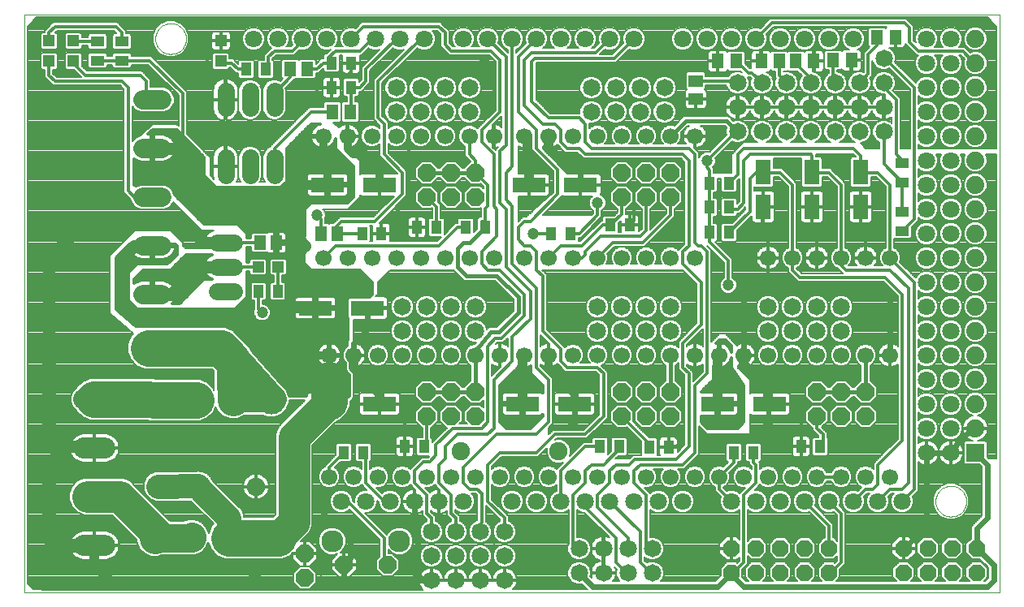
<source format=gtl>
G75*
%MOIN*%
%OFA0B0*%
%FSLAX24Y24*%
%IPPOS*%
%LPD*%
%AMOC8*
5,1,8,0,0,1.08239X$1,22.5*
%
%ADD10C,0.0000*%
%ADD11R,0.0433X0.0551*%
%ADD12R,0.0630X0.1024*%
%ADD13C,0.0715*%
%ADD14C,0.0715*%
%ADD15C,0.0755*%
%ADD16C,0.0709*%
%ADD17R,0.0472X0.0472*%
%ADD18R,0.1378X0.0630*%
%ADD19C,0.0787*%
%ADD20OC8,0.0715*%
%ADD21C,0.0865*%
%ADD22C,0.0669*%
%ADD23OC8,0.0669*%
%ADD24R,0.0740X0.0740*%
%ADD25C,0.0740*%
%ADD26R,0.0512X0.0591*%
%ADD27R,0.0512X0.0630*%
%ADD28C,0.0905*%
%ADD29R,0.0551X0.0433*%
%ADD30C,0.1181*%
%ADD31R,0.0591X0.0512*%
%ADD32C,0.0240*%
%ADD33C,0.0560*%
%ADD34C,0.0500*%
%ADD35C,0.0360*%
%ADD36C,0.0320*%
%ADD37C,0.0120*%
%ADD38C,0.0400*%
%ADD39C,0.0472*%
%ADD40C,0.0070*%
%ADD41C,0.0160*%
%ADD42C,0.0220*%
%ADD43C,0.1500*%
%ADD44C,0.1000*%
%ADD45C,0.1300*%
%ADD46C,0.0079*%
%ADD47C,0.0118*%
%ADD48C,0.1181*%
D10*
X006933Y007050D02*
X046928Y007050D01*
X046928Y030796D01*
X006933Y030796D01*
X006933Y007050D01*
X012303Y029800D02*
X012305Y029850D01*
X012311Y029900D01*
X012321Y029949D01*
X012335Y029997D01*
X012352Y030044D01*
X012373Y030089D01*
X012398Y030133D01*
X012426Y030174D01*
X012458Y030213D01*
X012492Y030250D01*
X012529Y030284D01*
X012569Y030314D01*
X012611Y030341D01*
X012655Y030365D01*
X012701Y030386D01*
X012748Y030402D01*
X012796Y030415D01*
X012846Y030424D01*
X012895Y030429D01*
X012946Y030430D01*
X012996Y030427D01*
X013045Y030420D01*
X013094Y030409D01*
X013142Y030394D01*
X013188Y030376D01*
X013233Y030354D01*
X013276Y030328D01*
X013317Y030299D01*
X013356Y030267D01*
X013392Y030232D01*
X013424Y030194D01*
X013454Y030154D01*
X013481Y030111D01*
X013504Y030067D01*
X013523Y030021D01*
X013539Y029973D01*
X013551Y029924D01*
X013559Y029875D01*
X013563Y029825D01*
X013563Y029775D01*
X013559Y029725D01*
X013551Y029676D01*
X013539Y029627D01*
X013523Y029579D01*
X013504Y029533D01*
X013481Y029489D01*
X013454Y029446D01*
X013424Y029406D01*
X013392Y029368D01*
X013356Y029333D01*
X013317Y029301D01*
X013276Y029272D01*
X013233Y029246D01*
X013188Y029224D01*
X013142Y029206D01*
X013094Y029191D01*
X013045Y029180D01*
X012996Y029173D01*
X012946Y029170D01*
X012895Y029171D01*
X012846Y029176D01*
X012796Y029185D01*
X012748Y029198D01*
X012701Y029214D01*
X012655Y029235D01*
X012611Y029259D01*
X012569Y029286D01*
X012529Y029316D01*
X012492Y029350D01*
X012458Y029387D01*
X012426Y029426D01*
X012398Y029467D01*
X012373Y029511D01*
X012352Y029556D01*
X012335Y029603D01*
X012321Y029651D01*
X012311Y029700D01*
X012305Y029750D01*
X012303Y029800D01*
X044303Y010800D02*
X044305Y010850D01*
X044311Y010900D01*
X044321Y010949D01*
X044335Y010997D01*
X044352Y011044D01*
X044373Y011089D01*
X044398Y011133D01*
X044426Y011174D01*
X044458Y011213D01*
X044492Y011250D01*
X044529Y011284D01*
X044569Y011314D01*
X044611Y011341D01*
X044655Y011365D01*
X044701Y011386D01*
X044748Y011402D01*
X044796Y011415D01*
X044846Y011424D01*
X044895Y011429D01*
X044946Y011430D01*
X044996Y011427D01*
X045045Y011420D01*
X045094Y011409D01*
X045142Y011394D01*
X045188Y011376D01*
X045233Y011354D01*
X045276Y011328D01*
X045317Y011299D01*
X045356Y011267D01*
X045392Y011232D01*
X045424Y011194D01*
X045454Y011154D01*
X045481Y011111D01*
X045504Y011067D01*
X045523Y011021D01*
X045539Y010973D01*
X045551Y010924D01*
X045559Y010875D01*
X045563Y010825D01*
X045563Y010775D01*
X045559Y010725D01*
X045551Y010676D01*
X045539Y010627D01*
X045523Y010579D01*
X045504Y010533D01*
X045481Y010489D01*
X045454Y010446D01*
X045424Y010406D01*
X045392Y010368D01*
X045356Y010333D01*
X045317Y010301D01*
X045276Y010272D01*
X045233Y010246D01*
X045188Y010224D01*
X045142Y010206D01*
X045094Y010191D01*
X045045Y010180D01*
X044996Y010173D01*
X044946Y010170D01*
X044895Y010171D01*
X044846Y010176D01*
X044796Y010185D01*
X044748Y010198D01*
X044701Y010214D01*
X044655Y010235D01*
X044611Y010259D01*
X044569Y010286D01*
X044529Y010316D01*
X044492Y010350D01*
X044458Y010387D01*
X044426Y010426D01*
X044398Y010467D01*
X044373Y010511D01*
X044352Y010556D01*
X044335Y010603D01*
X044321Y010651D01*
X044311Y010700D01*
X044305Y010750D01*
X044303Y010800D01*
D11*
X039577Y013050D03*
X038790Y013050D03*
X036827Y012800D03*
X036040Y012800D03*
X033352Y013025D03*
X032565Y013025D03*
X031327Y013050D03*
X030540Y013050D03*
X023327Y013050D03*
X022540Y013050D03*
X020827Y012800D03*
X020040Y012800D03*
X017327Y019425D03*
X016540Y019425D03*
X020790Y021800D03*
X021577Y021800D03*
X023040Y022050D03*
X023827Y022050D03*
X025040Y022050D03*
X025827Y022050D03*
X028540Y021800D03*
X029327Y021800D03*
X030980Y022149D03*
X031767Y022149D03*
X035040Y021845D03*
X035827Y021845D03*
X035827Y022883D03*
X035040Y022883D03*
X035040Y023862D03*
X035827Y023862D03*
X020327Y027800D03*
X019540Y027800D03*
X019540Y028800D03*
X020327Y028800D03*
X016827Y028550D03*
X016040Y028550D03*
D12*
X037233Y024319D03*
X037233Y022901D03*
X039233Y022901D03*
X039233Y024319D03*
X041233Y024319D03*
X041233Y022901D03*
D13*
X041183Y025987D03*
X040183Y025987D03*
X039183Y025987D03*
X038183Y025987D03*
X037183Y025987D03*
X036183Y025987D03*
X036183Y026987D03*
X037183Y026987D03*
X038183Y026987D03*
X039183Y026987D03*
X040183Y026987D03*
X041183Y026987D03*
X042183Y026988D03*
X042183Y027988D03*
X042183Y028988D03*
X041183Y027987D03*
X040183Y027987D03*
X039183Y027987D03*
X038183Y027987D03*
X037183Y027987D03*
X036183Y027987D03*
X033183Y027800D03*
X032183Y027800D03*
X031183Y027800D03*
X030183Y027800D03*
X030183Y026800D03*
X031183Y026800D03*
X032183Y026800D03*
X033183Y026800D03*
X025183Y026800D03*
X024183Y026800D03*
X023183Y026800D03*
X022183Y026800D03*
X022183Y027800D03*
X023183Y027800D03*
X024183Y027800D03*
X025183Y027800D03*
X025433Y018800D03*
X024433Y018800D03*
X023433Y018800D03*
X022433Y018800D03*
X022433Y017800D03*
X023433Y017800D03*
X024433Y017800D03*
X025433Y017800D03*
X030433Y017800D03*
X031433Y017800D03*
X032433Y017800D03*
X033433Y017800D03*
X033433Y018800D03*
X032433Y018800D03*
X031433Y018800D03*
X030433Y018800D03*
X037433Y018800D03*
X038433Y018800D03*
X039433Y018800D03*
X040433Y018800D03*
X040433Y017800D03*
X039433Y017800D03*
X038433Y017800D03*
X037433Y017800D03*
X042183Y025988D03*
X026621Y009550D03*
X025621Y009550D03*
X024621Y009550D03*
X023621Y009550D03*
X023621Y008550D03*
X024621Y008550D03*
X025621Y008550D03*
X026621Y008550D03*
X026621Y007550D03*
X025621Y007550D03*
X024621Y007550D03*
X023621Y007550D03*
X029683Y007862D03*
X030683Y007862D03*
X031683Y007862D03*
X032683Y007862D03*
X032683Y008863D03*
X031683Y008863D03*
X030683Y008863D03*
X029683Y008863D03*
D14*
X015541Y019425D02*
X014826Y019425D01*
X014826Y020425D02*
X015541Y020425D01*
X015541Y021425D02*
X014826Y021425D01*
X015183Y024192D02*
X015183Y024907D01*
X016183Y024907D02*
X016183Y024192D01*
X017183Y024192D02*
X017183Y024907D01*
X017183Y026943D02*
X017183Y027657D01*
X016183Y027657D02*
X016183Y026943D01*
X015183Y026943D02*
X015183Y027657D01*
D15*
X024843Y012851D03*
X028843Y012851D03*
X016433Y011400D03*
X012433Y011400D03*
D16*
X019933Y010800D03*
X020933Y010800D03*
X021933Y010800D03*
X022933Y010800D03*
X023933Y010800D03*
X024933Y010800D03*
X026933Y010800D03*
X027933Y010800D03*
X028933Y010800D03*
X029933Y010800D03*
X030933Y010800D03*
X031933Y010800D03*
X032933Y010800D03*
X033933Y010800D03*
X035933Y010800D03*
X036933Y010800D03*
X037933Y010800D03*
X038933Y010800D03*
X039933Y010800D03*
X040933Y010800D03*
X041933Y010800D03*
X042933Y010800D03*
X043933Y012800D03*
X044933Y012800D03*
X044933Y013800D03*
X043933Y013800D03*
X043933Y014800D03*
X044933Y014800D03*
X044933Y015800D03*
X043933Y015800D03*
X043933Y016800D03*
X043933Y017800D03*
X044933Y017800D03*
X044933Y016800D03*
X044933Y018800D03*
X043933Y018800D03*
X043933Y019800D03*
X043933Y020800D03*
X044933Y020800D03*
X044933Y019800D03*
X044933Y021800D03*
X043933Y021800D03*
X043933Y022800D03*
X043933Y023800D03*
X044933Y023800D03*
X044933Y022800D03*
X044933Y024800D03*
X043933Y024800D03*
X043933Y025800D03*
X043933Y026800D03*
X044933Y026800D03*
X044933Y025800D03*
X044933Y027800D03*
X043933Y027800D03*
X043933Y028800D03*
X044933Y028800D03*
X044933Y029800D03*
X043933Y029800D03*
X040933Y029800D03*
X039933Y029800D03*
X038933Y029800D03*
X037933Y029800D03*
X036933Y029800D03*
X035933Y029800D03*
X034933Y029800D03*
X033933Y029800D03*
X031933Y029800D03*
X030933Y029800D03*
X029933Y029800D03*
X028933Y029800D03*
X027933Y029800D03*
X026933Y029800D03*
X025933Y029800D03*
X024933Y029800D03*
X023333Y029800D03*
X022333Y029800D03*
X021333Y029800D03*
X020333Y029800D03*
X019333Y029800D03*
X018333Y029800D03*
X017333Y029800D03*
X016333Y029800D03*
D17*
X014996Y029713D03*
X014996Y028887D03*
X008933Y028887D03*
X008933Y029713D03*
X007933Y029713D03*
X007933Y028887D03*
X016520Y020425D03*
X017347Y020425D03*
D18*
X018870Y018738D03*
X020996Y018738D03*
X021496Y014800D03*
X019370Y014800D03*
X027370Y014800D03*
X029496Y014800D03*
X035370Y014800D03*
X037496Y014800D03*
X029746Y023800D03*
X027620Y023800D03*
X021496Y023800D03*
X019370Y023800D03*
D19*
X012577Y023300D02*
X011790Y023300D01*
X011790Y021300D02*
X012577Y021300D01*
X012577Y019300D02*
X011790Y019300D01*
X011790Y017300D02*
X012577Y017300D01*
X012577Y025300D02*
X011790Y025300D01*
X011790Y027300D02*
X012577Y027300D01*
D20*
X023433Y024300D03*
X024433Y024300D03*
X025433Y024300D03*
X025433Y023300D03*
X024433Y023300D03*
X023433Y023300D03*
X031433Y023300D03*
X032433Y023300D03*
X033433Y023300D03*
X033433Y024300D03*
X032433Y024300D03*
X031433Y024300D03*
X031433Y015300D03*
X032433Y015300D03*
X033433Y015300D03*
X033433Y014300D03*
X032433Y014300D03*
X031433Y014300D03*
X025433Y014300D03*
X024433Y014300D03*
X023433Y014300D03*
X023433Y015300D03*
X024433Y015300D03*
X025433Y015300D03*
X018433Y008650D03*
X018433Y007650D03*
X020043Y008185D03*
X021823Y008185D03*
X039433Y014300D03*
X040433Y014300D03*
X041433Y014300D03*
X041433Y015300D03*
X040433Y015300D03*
X039433Y015300D03*
D21*
X010241Y014988D02*
X009376Y014988D01*
X009376Y012988D02*
X010241Y012988D01*
X010241Y010988D02*
X009376Y010988D01*
X009376Y008988D02*
X010241Y008988D01*
D22*
X019433Y011800D03*
X020433Y011800D03*
X021433Y011800D03*
X022433Y011800D03*
X023433Y011800D03*
X024433Y011800D03*
X025433Y011800D03*
X026433Y011800D03*
X027433Y011800D03*
X028433Y011800D03*
X029433Y011800D03*
X030433Y011800D03*
X031433Y011800D03*
X032433Y011800D03*
X033433Y011800D03*
X034433Y011800D03*
X035433Y011800D03*
X036433Y011800D03*
X037433Y011800D03*
X038433Y011800D03*
X039433Y011800D03*
X040433Y011800D03*
X041433Y011800D03*
X042433Y011800D03*
X042433Y016800D03*
X041433Y016800D03*
X040433Y016800D03*
X039433Y016800D03*
X038433Y016800D03*
X037433Y016800D03*
X036433Y016800D03*
X035433Y016800D03*
X034433Y016800D03*
X033433Y016800D03*
X032433Y016800D03*
X031433Y016800D03*
X030433Y016800D03*
X029433Y016800D03*
X028433Y016800D03*
X027433Y016800D03*
X026433Y016800D03*
X025433Y016800D03*
X024433Y016800D03*
X023433Y016800D03*
X022433Y016800D03*
X021433Y016800D03*
X020433Y016800D03*
X019433Y016800D03*
X019183Y020800D03*
X020183Y020800D03*
X021183Y020800D03*
X022183Y020800D03*
X023183Y020800D03*
X024183Y020800D03*
X025183Y020800D03*
X026183Y020800D03*
X027433Y020800D03*
X028433Y020800D03*
X029433Y020800D03*
X030433Y020800D03*
X031433Y020800D03*
X032433Y020800D03*
X033433Y020800D03*
X034433Y020800D03*
X037433Y020800D03*
X038433Y020800D03*
X039433Y020800D03*
X040433Y020800D03*
X041433Y020800D03*
X042433Y020800D03*
X034433Y025800D03*
X033433Y025800D03*
X032433Y025800D03*
X031433Y025800D03*
X030433Y025800D03*
X029433Y025800D03*
X028433Y025800D03*
X027433Y025800D03*
X026183Y025800D03*
X025183Y025800D03*
X024183Y025800D03*
X023183Y025800D03*
X022183Y025800D03*
X021183Y025800D03*
X020183Y025800D03*
X019183Y025800D03*
D23*
X035933Y008863D03*
X036933Y008863D03*
X037933Y008863D03*
X038933Y008863D03*
X039933Y008863D03*
X039933Y007863D03*
X038933Y007863D03*
X037933Y007863D03*
X036933Y007863D03*
X035933Y007863D03*
X042996Y007863D03*
X042996Y008863D03*
X043996Y008863D03*
X044996Y008863D03*
X045996Y008863D03*
X045996Y007863D03*
X044996Y007863D03*
X043996Y007863D03*
D24*
X045933Y012800D03*
D25*
X045933Y013800D03*
X045933Y014800D03*
X045933Y015800D03*
X045933Y016800D03*
X045933Y017800D03*
X045933Y018800D03*
X045933Y019800D03*
X045933Y020800D03*
X045933Y021800D03*
X045933Y022800D03*
X045933Y023800D03*
X045933Y024800D03*
X045933Y025800D03*
X045933Y026800D03*
X045933Y027800D03*
X045933Y028800D03*
X045933Y029800D03*
D26*
X042662Y029863D03*
X041914Y029863D03*
X040851Y028918D03*
X040103Y028918D03*
X039315Y028879D03*
X038567Y028879D03*
X037898Y028879D03*
X037150Y028879D03*
X036126Y028879D03*
X035378Y028879D03*
X019768Y021800D03*
X019099Y021800D03*
X017268Y021425D03*
X016599Y021425D03*
X017849Y028550D03*
X018518Y028550D03*
D27*
X019559Y026800D03*
X020307Y026800D03*
D28*
X019553Y009165D03*
X022313Y009165D03*
D29*
X042933Y021906D03*
X042933Y022694D03*
X042933Y023906D03*
X042933Y024694D03*
X010933Y028906D03*
X010933Y029694D03*
X009933Y029694D03*
X009933Y028906D03*
D30*
X012496Y014950D03*
X013952Y014950D03*
X015488Y014950D03*
X017062Y014950D03*
X016862Y009300D03*
X015288Y009300D03*
X013752Y009300D03*
X012296Y009300D03*
D31*
X034473Y027324D03*
X034473Y028072D03*
D32*
X029808Y024550D02*
X029746Y024488D01*
X029746Y023800D01*
X029746Y023987D01*
X029683Y024550D01*
X036433Y019050D02*
X036433Y016800D01*
X036433Y019050D02*
X036933Y019550D01*
X037433Y019550D01*
X041933Y019550D01*
X042433Y019050D01*
X042433Y016800D01*
X045371Y013425D02*
X045933Y013800D01*
X045933Y013800D01*
X045371Y013425D02*
X044933Y012800D01*
X043933Y012800D01*
X043933Y009800D01*
X042996Y008862D01*
X042996Y008863D01*
X045996Y008863D02*
X046683Y008175D01*
X046683Y007550D01*
X046433Y007300D01*
X036433Y007300D01*
X035933Y007800D01*
X035933Y007863D01*
X035371Y007300D01*
X030246Y007300D01*
X029683Y007862D01*
X023621Y007550D02*
X023621Y007550D01*
X023308Y007550D01*
X023058Y007800D01*
X022808Y007550D01*
X023058Y007550D01*
X023308Y007550D01*
X023058Y007550D02*
X023058Y007800D01*
X023058Y009675D01*
X022933Y009800D01*
X022933Y010800D01*
X020308Y009550D02*
X020308Y008450D01*
X020043Y008185D01*
X020043Y007690D01*
X020183Y007550D01*
X022808Y007550D01*
X020308Y009550D02*
X019808Y010050D01*
X019433Y010050D01*
X019183Y010300D01*
X020433Y016800D02*
X020433Y016800D01*
X020433Y017300D01*
X020996Y017863D01*
X020996Y018738D01*
X029496Y014800D02*
X029496Y014113D01*
X029433Y014050D01*
X045996Y009675D02*
X045996Y008863D01*
X045996Y009675D02*
X046433Y010113D01*
D33*
X009808Y008988D02*
X008246Y008988D01*
X007933Y009300D01*
X007933Y012300D01*
X008683Y013050D01*
X007933Y013800D01*
X007933Y016800D01*
X009746Y013050D02*
X009808Y012988D01*
D34*
X009746Y013050D02*
X008683Y013050D01*
X007933Y016800D02*
X007933Y020800D01*
X009433Y022300D01*
X013433Y022300D01*
X014308Y021425D01*
X015183Y021425D01*
X015183Y020425D02*
X014058Y020425D01*
X012933Y019300D01*
X012183Y019300D01*
X011433Y018300D02*
X015683Y018300D01*
X016058Y017925D01*
X017058Y017925D01*
X017933Y018800D01*
X018808Y018800D01*
X018870Y018738D01*
X018683Y019550D02*
X019683Y019550D01*
X020683Y019550D01*
X018683Y019550D02*
X018433Y019556D01*
X018433Y021300D02*
X017121Y022613D01*
X016933Y022800D01*
X014433Y022800D01*
X013933Y023300D01*
X013933Y024800D01*
X013433Y025300D01*
X012183Y025300D01*
X012183Y021300D02*
X011433Y021300D01*
X010933Y020800D01*
X010933Y018800D01*
X011433Y018300D01*
D35*
X011558Y007425D02*
X016058Y007425D01*
D36*
X016933Y008300D01*
X028433Y016300D02*
X028433Y016800D01*
X028433Y016300D02*
X029496Y015237D01*
X029496Y014800D01*
X019433Y016800D02*
X019433Y016800D01*
X018433Y016800D01*
X018433Y016800D01*
X019370Y023800D02*
X019370Y024363D01*
X019183Y024550D01*
X019183Y025800D01*
X020183Y025800D02*
X020183Y025300D01*
X020433Y025050D01*
X020933Y025050D01*
X021496Y024487D01*
X021496Y023800D01*
D37*
X021577Y023719D01*
X022433Y023425D02*
X022433Y024300D01*
X021683Y025050D01*
X021683Y026300D01*
X021433Y026550D01*
X021433Y028050D01*
X023183Y029800D01*
X023333Y029800D01*
X022333Y029800D02*
X022183Y029800D01*
X020933Y028550D01*
X020933Y028050D01*
X020683Y027800D01*
X020327Y027800D01*
X020327Y026820D01*
X020307Y026800D01*
X019559Y026800D02*
X018683Y026800D01*
X017183Y025300D01*
X017183Y024550D01*
X017183Y024550D01*
X017683Y024538D02*
X020433Y024538D01*
X020433Y024550D02*
X020433Y023300D01*
X020183Y023050D01*
X018683Y023050D01*
X018433Y022800D01*
X018414Y020550D01*
X018683Y020300D01*
X020683Y020300D01*
X021183Y019800D01*
X021183Y019300D01*
X021075Y019191D01*
X020250Y019191D01*
X020169Y019110D01*
X020169Y018365D01*
X020209Y018325D01*
X020183Y018300D01*
X020210Y017438D01*
X020175Y017351D01*
X020175Y017205D01*
X020165Y017201D01*
X020032Y017068D01*
X019960Y016894D01*
X019960Y016706D01*
X020032Y016532D01*
X020095Y016469D01*
X020095Y016233D01*
X020146Y016108D01*
X020241Y016013D01*
X020241Y016013D01*
X020255Y015999D01*
X020260Y015860D01*
X020260Y015122D01*
X020239Y015102D01*
X020239Y015139D01*
X020227Y015184D01*
X020203Y015225D01*
X020170Y015259D01*
X020129Y015283D01*
X020083Y015295D01*
X019430Y015295D01*
X019430Y015054D01*
X019310Y015060D01*
X019310Y015295D01*
X018658Y015295D01*
X018612Y015283D01*
X018571Y015259D01*
X018537Y015225D01*
X018514Y015184D01*
X018501Y015139D01*
X018501Y015126D01*
X017813Y015135D01*
X017744Y015332D01*
X017706Y015374D01*
X017616Y015474D01*
X017536Y015563D01*
X016271Y016973D01*
X016203Y017137D01*
X015737Y017603D01*
X015487Y017853D01*
X015160Y017989D01*
X013589Y017989D01*
X013558Y018000D01*
X011508Y018000D01*
X010683Y018675D01*
X010683Y020800D01*
X011241Y021358D01*
X012125Y021358D01*
X012125Y021242D01*
X011218Y021242D01*
X011230Y021166D01*
X011258Y021080D01*
X011299Y020999D01*
X011352Y020926D01*
X011416Y020862D01*
X011489Y020809D01*
X011569Y020768D01*
X011655Y020740D01*
X011744Y020726D01*
X012125Y020726D01*
X012125Y021242D01*
X012241Y021242D01*
X012241Y020726D01*
X012622Y020726D01*
X012711Y020740D01*
X012797Y020768D01*
X012878Y020809D01*
X012951Y020862D01*
X013015Y020926D01*
X013068Y020999D01*
X013109Y021080D01*
X013137Y021166D01*
X013149Y021242D01*
X012241Y021242D01*
X012241Y021358D01*
X013125Y021358D01*
X013183Y021300D01*
X013183Y020925D01*
X012808Y020550D01*
X011558Y020550D01*
X011183Y020175D01*
X011183Y019050D01*
X011558Y018675D01*
X015558Y018675D01*
X016058Y019175D01*
X016058Y020226D01*
X016145Y020226D01*
X016145Y020131D01*
X016226Y020050D01*
X016814Y020050D01*
X016895Y020131D01*
X016895Y020719D01*
X016814Y020800D01*
X016226Y020800D01*
X016145Y020719D01*
X016145Y020624D01*
X016058Y020624D01*
X016058Y021226D01*
X016204Y021226D01*
X016204Y021072D01*
X016285Y020991D01*
X016896Y020991D01*
X016902Y020986D01*
X016943Y020962D01*
X016988Y020950D01*
X017208Y020950D01*
X017208Y021365D01*
X017328Y021365D01*
X017328Y021485D01*
X017704Y021485D01*
X017704Y021744D01*
X017692Y021790D01*
X017668Y021831D01*
X017634Y021864D01*
X017593Y021888D01*
X017548Y021900D01*
X017328Y021900D01*
X017328Y021485D01*
X017208Y021485D01*
X017208Y021900D01*
X016988Y021900D01*
X016943Y021888D01*
X016902Y021864D01*
X016896Y021859D01*
X016285Y021859D01*
X016204Y021778D01*
X016204Y021624D01*
X016058Y021624D01*
X016058Y021800D01*
X015683Y022175D01*
X014308Y022175D01*
X013109Y023374D01*
X013109Y023406D01*
X013028Y023602D01*
X012879Y023751D01*
X012683Y023832D01*
X011684Y023832D01*
X011488Y023751D01*
X011485Y023748D01*
X011433Y023800D01*
X011433Y024850D01*
X011489Y024809D01*
X011569Y024768D01*
X011655Y024740D01*
X011744Y024726D01*
X012125Y024726D01*
X012125Y025242D01*
X012241Y025242D01*
X012241Y024726D01*
X012622Y024726D01*
X012711Y024740D01*
X012797Y024768D01*
X012878Y024809D01*
X012951Y024862D01*
X013015Y024926D01*
X013068Y024999D01*
X013109Y025080D01*
X013137Y025166D01*
X013149Y025242D01*
X012241Y025242D01*
X012241Y025358D01*
X012125Y025358D01*
X012125Y025874D01*
X012007Y025874D01*
X012183Y026050D01*
X013183Y026050D01*
X014308Y024925D01*
X014308Y024175D01*
X014808Y023675D01*
X017433Y023675D01*
X017683Y023925D01*
X017683Y025300D01*
X018683Y026300D01*
X019057Y026300D01*
X018986Y026277D01*
X018914Y026240D01*
X018848Y026193D01*
X018791Y026135D01*
X018743Y026070D01*
X018706Y025998D01*
X018681Y025921D01*
X018669Y025841D01*
X018224Y025841D01*
X018106Y025723D02*
X018675Y025723D01*
X018669Y025759D02*
X018681Y025679D01*
X018706Y025602D01*
X018743Y025530D01*
X018791Y025465D01*
X018848Y025407D01*
X018914Y025360D01*
X018986Y025323D01*
X019063Y025298D01*
X019143Y025285D01*
X019155Y025285D01*
X019155Y025771D01*
X019212Y025771D01*
X019212Y025285D01*
X019224Y025285D01*
X019304Y025298D01*
X019381Y025323D01*
X019453Y025360D01*
X019519Y025407D01*
X019576Y025465D01*
X019623Y025530D01*
X019660Y025602D01*
X019683Y025673D01*
X019683Y025300D01*
X020433Y024550D01*
X020433Y024419D02*
X017683Y024419D01*
X017683Y024301D02*
X020433Y024301D01*
X020433Y024182D02*
X020228Y024182D01*
X020227Y024184D02*
X020203Y024225D01*
X020170Y024259D01*
X020129Y024283D01*
X020083Y024295D01*
X019430Y024295D01*
X019430Y023860D01*
X019310Y023860D01*
X019310Y023740D01*
X018501Y023740D01*
X018501Y023461D01*
X018514Y023416D01*
X018537Y023375D01*
X018571Y023341D01*
X018612Y023317D01*
X018658Y023305D01*
X019310Y023305D01*
X019310Y023740D01*
X019430Y023740D01*
X019430Y023305D01*
X020083Y023305D01*
X020129Y023317D01*
X020170Y023341D01*
X020203Y023375D01*
X020227Y023416D01*
X020239Y023461D01*
X020239Y023740D01*
X019430Y023740D01*
X019430Y023860D01*
X020239Y023860D01*
X020239Y024139D01*
X020227Y024184D01*
X020239Y024064D02*
X020433Y024064D01*
X020433Y023945D02*
X020239Y023945D01*
X020433Y023827D02*
X019430Y023827D01*
X019430Y023945D02*
X019310Y023945D01*
X019310Y023860D02*
X019310Y024295D01*
X018658Y024295D01*
X018612Y024283D01*
X018571Y024259D01*
X018537Y024225D01*
X018514Y024184D01*
X018501Y024139D01*
X018501Y023860D01*
X019310Y023860D01*
X019310Y023827D02*
X017585Y023827D01*
X017683Y023945D02*
X018501Y023945D01*
X018501Y024064D02*
X017683Y024064D01*
X017683Y024182D02*
X018513Y024182D01*
X018501Y023708D02*
X017466Y023708D01*
X018501Y023590D02*
X013033Y023590D01*
X013082Y023471D02*
X018501Y023471D01*
X018559Y023353D02*
X013131Y023353D01*
X013249Y023234D02*
X020367Y023234D01*
X020433Y023353D02*
X020181Y023353D01*
X020239Y023471D02*
X020433Y023471D01*
X020433Y023590D02*
X020239Y023590D01*
X020239Y023708D02*
X020433Y023708D01*
X020249Y023116D02*
X013368Y023116D01*
X013486Y022997D02*
X018630Y022997D01*
X018512Y022879D02*
X013605Y022879D01*
X013723Y022760D02*
X018433Y022760D01*
X018432Y022642D02*
X013842Y022642D01*
X013960Y022523D02*
X018431Y022523D01*
X018430Y022405D02*
X014079Y022405D01*
X014197Y022286D02*
X018429Y022286D01*
X018428Y022168D02*
X015691Y022168D01*
X015809Y022049D02*
X018427Y022049D01*
X018426Y021931D02*
X015928Y021931D01*
X016046Y021812D02*
X016238Y021812D01*
X016204Y021694D02*
X016058Y021694D01*
X016599Y021425D02*
X015183Y021425D01*
X014625Y020925D02*
X014620Y020923D01*
X014544Y020885D01*
X014476Y020835D01*
X014416Y020775D01*
X014366Y020707D01*
X014328Y020631D01*
X014302Y020551D01*
X014288Y020467D01*
X014288Y020465D01*
X015143Y020465D01*
X015143Y020385D01*
X014288Y020385D01*
X014288Y020383D01*
X014302Y020299D01*
X014328Y020219D01*
X014366Y020143D01*
X014416Y020075D01*
X014476Y020015D01*
X014544Y019965D01*
X014620Y019927D01*
X014625Y019925D01*
X014308Y019925D01*
X013308Y018925D01*
X013013Y018925D01*
X013015Y018926D01*
X013068Y018999D01*
X013109Y019080D01*
X013137Y019166D01*
X013149Y019242D01*
X012241Y019242D01*
X012241Y019358D01*
X012125Y019358D01*
X012125Y019874D01*
X011744Y019874D01*
X011655Y019860D01*
X011569Y019832D01*
X011489Y019791D01*
X011433Y019750D01*
X011433Y019925D01*
X011808Y020300D01*
X012933Y020300D01*
X013558Y020925D01*
X014625Y020925D01*
X014516Y020864D02*
X013497Y020864D01*
X013379Y020746D02*
X014394Y020746D01*
X014326Y020627D02*
X013260Y020627D01*
X013142Y020509D02*
X014295Y020509D01*
X014311Y020272D02*
X011780Y020272D01*
X011661Y020153D02*
X014361Y020153D01*
X014456Y020035D02*
X011543Y020035D01*
X011433Y019916D02*
X014299Y019916D01*
X014181Y019798D02*
X012864Y019798D01*
X012878Y019791D02*
X012797Y019832D01*
X012711Y019860D01*
X012622Y019874D01*
X012241Y019874D01*
X012241Y019358D01*
X013149Y019358D01*
X013137Y019434D01*
X013109Y019520D01*
X013068Y019601D01*
X013015Y019674D01*
X012951Y019738D01*
X012878Y019791D01*
X013009Y019679D02*
X014062Y019679D01*
X013944Y019561D02*
X013088Y019561D01*
X013134Y019442D02*
X013825Y019442D01*
X013707Y019324D02*
X012241Y019324D01*
X012241Y019442D02*
X012125Y019442D01*
X012125Y019561D02*
X012241Y019561D01*
X012241Y019679D02*
X012125Y019679D01*
X012125Y019798D02*
X012241Y019798D01*
X011502Y019798D02*
X011433Y019798D01*
X011183Y019798D02*
X010683Y019798D01*
X010683Y019916D02*
X011183Y019916D01*
X011183Y020035D02*
X010683Y020035D01*
X010683Y020153D02*
X011183Y020153D01*
X011280Y020272D02*
X010683Y020272D01*
X010683Y020390D02*
X011398Y020390D01*
X011517Y020509D02*
X010683Y020509D01*
X010683Y020627D02*
X012885Y020627D01*
X013004Y020746D02*
X012727Y020746D01*
X012952Y020864D02*
X013122Y020864D01*
X013183Y020983D02*
X013056Y020983D01*
X013116Y021101D02*
X013183Y021101D01*
X013183Y021220D02*
X013145Y021220D01*
X013145Y021338D02*
X012241Y021338D01*
X012125Y021338D02*
X011221Y021338D01*
X011222Y021220D02*
X011103Y021220D01*
X010984Y021101D02*
X011251Y021101D01*
X011311Y020983D02*
X010866Y020983D01*
X010747Y020864D02*
X011414Y020864D01*
X011640Y020746D02*
X010683Y020746D01*
X010683Y019679D02*
X011183Y019679D01*
X011183Y019561D02*
X010683Y019561D01*
X010683Y019442D02*
X011183Y019442D01*
X011183Y019324D02*
X010683Y019324D01*
X010683Y019205D02*
X011183Y019205D01*
X011183Y019087D02*
X010683Y019087D01*
X010683Y018968D02*
X011265Y018968D01*
X011384Y018850D02*
X010683Y018850D01*
X010683Y018731D02*
X011502Y018731D01*
X011194Y018257D02*
X016446Y018257D01*
X016471Y018232D02*
X016365Y018338D01*
X016308Y018475D01*
X016308Y018625D01*
X016341Y018703D01*
X016341Y019011D01*
X016266Y019011D01*
X016184Y019092D01*
X016184Y019758D01*
X016266Y019839D01*
X016814Y019839D01*
X016895Y019758D01*
X016895Y019092D01*
X016814Y019011D01*
X016738Y019011D01*
X016738Y018925D01*
X016758Y018925D01*
X016896Y018868D01*
X017001Y018762D01*
X017058Y018625D01*
X017058Y018475D01*
X017001Y018338D01*
X016896Y018232D01*
X016758Y018175D01*
X016609Y018175D01*
X016471Y018232D01*
X016350Y018376D02*
X011049Y018376D01*
X010905Y018494D02*
X016308Y018494D01*
X016308Y018613D02*
X010760Y018613D01*
X011339Y018139D02*
X020188Y018139D01*
X020185Y018257D02*
X019633Y018257D01*
X019629Y018255D02*
X019670Y018279D01*
X019703Y018312D01*
X019727Y018353D01*
X019739Y018399D01*
X019739Y018678D01*
X018930Y018678D01*
X018930Y018798D01*
X018810Y018798D01*
X018810Y019232D01*
X018158Y019232D01*
X018112Y019220D01*
X018071Y019197D01*
X018037Y019163D01*
X018014Y019122D01*
X018001Y019076D01*
X018001Y018798D01*
X018810Y018798D01*
X018810Y018678D01*
X018001Y018678D01*
X018001Y018399D01*
X018014Y018353D01*
X018037Y018312D01*
X018071Y018279D01*
X018112Y018255D01*
X018158Y018243D01*
X018810Y018243D01*
X018810Y018678D01*
X018930Y018678D01*
X018930Y018243D01*
X019583Y018243D01*
X019629Y018255D01*
X019733Y018376D02*
X020169Y018376D01*
X020169Y018494D02*
X019739Y018494D01*
X019739Y018613D02*
X020169Y018613D01*
X020169Y018731D02*
X018930Y018731D01*
X018930Y018798D02*
X019739Y018798D01*
X019739Y019076D01*
X019727Y019122D01*
X019703Y019163D01*
X019670Y019197D01*
X019629Y019220D01*
X019583Y019232D01*
X018930Y019232D01*
X018930Y018798D01*
X018930Y018850D02*
X018810Y018850D01*
X018810Y018968D02*
X018930Y018968D01*
X018930Y019087D02*
X018810Y019087D01*
X018810Y019205D02*
X018930Y019205D01*
X018810Y018731D02*
X017014Y018731D01*
X017058Y018613D02*
X018001Y018613D01*
X018001Y018494D02*
X017058Y018494D01*
X017017Y018376D02*
X018008Y018376D01*
X018108Y018257D02*
X016921Y018257D01*
X016683Y018550D02*
X016540Y018694D01*
X016540Y019425D01*
X016895Y019442D02*
X016972Y019442D01*
X016972Y019324D02*
X016895Y019324D01*
X016895Y019205D02*
X016972Y019205D01*
X016972Y019092D02*
X017053Y019011D01*
X017601Y019011D01*
X017682Y019092D01*
X017682Y019758D01*
X017601Y019839D01*
X017526Y019839D01*
X017526Y020050D01*
X017640Y020050D01*
X017722Y020131D01*
X017722Y020719D01*
X017640Y020800D01*
X017053Y020800D01*
X016972Y020719D01*
X016972Y020131D01*
X017053Y020050D01*
X017128Y020050D01*
X017128Y019839D01*
X017053Y019839D01*
X016972Y019758D01*
X016972Y019092D01*
X016977Y019087D02*
X016889Y019087D01*
X016738Y018968D02*
X018001Y018968D01*
X018001Y018850D02*
X016914Y018850D01*
X016341Y018850D02*
X015733Y018850D01*
X015851Y018968D02*
X016341Y018968D01*
X016190Y019087D02*
X015970Y019087D01*
X016058Y019205D02*
X016184Y019205D01*
X016184Y019324D02*
X016058Y019324D01*
X016058Y019442D02*
X016184Y019442D01*
X016184Y019561D02*
X016058Y019561D01*
X016058Y019679D02*
X016184Y019679D01*
X016224Y019798D02*
X016058Y019798D01*
X016058Y019916D02*
X017128Y019916D01*
X017128Y020035D02*
X016058Y020035D01*
X016058Y020153D02*
X016145Y020153D01*
X016520Y020425D02*
X015558Y020425D01*
X015433Y020300D01*
X015308Y020300D01*
X015183Y020425D01*
X015143Y020390D02*
X013023Y020390D01*
X012241Y020746D02*
X012125Y020746D01*
X012125Y020864D02*
X012241Y020864D01*
X012241Y020983D02*
X012125Y020983D01*
X012125Y021101D02*
X012241Y021101D01*
X012241Y021220D02*
X012125Y021220D01*
X013143Y019205D02*
X013588Y019205D01*
X013470Y019087D02*
X013111Y019087D01*
X013045Y018968D02*
X013351Y018968D01*
X011484Y018020D02*
X020192Y018020D01*
X020196Y017902D02*
X015371Y017902D01*
X015557Y017783D02*
X020199Y017783D01*
X020203Y017665D02*
X015676Y017665D01*
X015794Y017546D02*
X020207Y017546D01*
X020206Y017428D02*
X015913Y017428D01*
X016031Y017309D02*
X019357Y017309D01*
X019393Y017315D02*
X019313Y017302D01*
X019236Y017277D01*
X019164Y017240D01*
X019098Y017193D01*
X019041Y017135D01*
X018993Y017070D01*
X018956Y016998D01*
X018931Y016921D01*
X018919Y016841D01*
X018919Y016829D01*
X019405Y016829D01*
X019405Y017315D01*
X019393Y017315D01*
X019405Y017309D02*
X019462Y017309D01*
X019462Y017315D02*
X019462Y016829D01*
X019405Y016829D01*
X019405Y016771D01*
X019462Y016771D01*
X019462Y016285D01*
X019474Y016285D01*
X019554Y016298D01*
X019631Y016323D01*
X019703Y016360D01*
X019769Y016407D01*
X019826Y016465D01*
X019874Y016530D01*
X019910Y016602D01*
X019935Y016679D01*
X019948Y016759D01*
X019948Y016771D01*
X019462Y016771D01*
X019462Y016829D01*
X019948Y016829D01*
X019948Y016841D01*
X019935Y016921D01*
X019910Y016998D01*
X019874Y017070D01*
X019826Y017135D01*
X019769Y017193D01*
X019703Y017240D01*
X019631Y017277D01*
X019554Y017302D01*
X019474Y017315D01*
X019462Y017315D01*
X019509Y017309D02*
X020175Y017309D01*
X020154Y017191D02*
X019771Y017191D01*
X019872Y017072D02*
X020036Y017072D01*
X019985Y016954D02*
X019925Y016954D01*
X019948Y016835D02*
X019960Y016835D01*
X019960Y016717D02*
X019941Y016717D01*
X019908Y016598D02*
X020005Y016598D01*
X020084Y016480D02*
X019837Y016480D01*
X019705Y016361D02*
X020095Y016361D01*
X020095Y016243D02*
X016926Y016243D01*
X016820Y016361D02*
X019162Y016361D01*
X019164Y016360D02*
X019236Y016323D01*
X019313Y016298D01*
X019393Y016285D01*
X019405Y016285D01*
X019405Y016771D01*
X018919Y016771D01*
X018919Y016759D01*
X018931Y016679D01*
X018956Y016602D01*
X018993Y016530D01*
X019041Y016465D01*
X019098Y016407D01*
X019164Y016360D01*
X019030Y016480D02*
X016714Y016480D01*
X016607Y016598D02*
X018959Y016598D01*
X018926Y016717D02*
X016501Y016717D01*
X016395Y016835D02*
X018919Y016835D01*
X018942Y016954D02*
X016288Y016954D01*
X016230Y017072D02*
X018995Y017072D01*
X019096Y017191D02*
X016150Y017191D01*
X017033Y016124D02*
X020140Y016124D01*
X020249Y016006D02*
X017139Y016006D01*
X017246Y015887D02*
X020259Y015887D01*
X020260Y015769D02*
X017352Y015769D01*
X017458Y015650D02*
X020260Y015650D01*
X020260Y015532D02*
X017565Y015532D01*
X017536Y015563D02*
X017536Y015563D01*
X017671Y015413D02*
X020260Y015413D01*
X020260Y015295D02*
X020085Y015295D01*
X020229Y015176D02*
X020260Y015176D01*
X019430Y015176D02*
X019310Y015176D01*
X019310Y015295D02*
X019430Y015295D01*
X019430Y015058D02*
X019360Y015058D01*
X018656Y015295D02*
X017757Y015295D01*
X017706Y015374D02*
X017706Y015374D01*
X017799Y015176D02*
X018511Y015176D01*
X019405Y016361D02*
X019462Y016361D01*
X019462Y016480D02*
X019405Y016480D01*
X019405Y016598D02*
X019462Y016598D01*
X019462Y016717D02*
X019405Y016717D01*
X019405Y016835D02*
X019462Y016835D01*
X019462Y016954D02*
X019405Y016954D01*
X019405Y017072D02*
X019462Y017072D01*
X019462Y017191D02*
X019405Y017191D01*
X018930Y018257D02*
X018810Y018257D01*
X018810Y018376D02*
X018930Y018376D01*
X018930Y018494D02*
X018810Y018494D01*
X018810Y018613D02*
X018930Y018613D01*
X019739Y018850D02*
X020169Y018850D01*
X020169Y018968D02*
X019739Y018968D01*
X019737Y019087D02*
X020169Y019087D01*
X019655Y019205D02*
X021088Y019205D01*
X021183Y019324D02*
X017682Y019324D01*
X017682Y019442D02*
X021183Y019442D01*
X021183Y019561D02*
X017682Y019561D01*
X017682Y019679D02*
X021183Y019679D01*
X021183Y019798D02*
X017643Y019798D01*
X017526Y019916D02*
X021067Y019916D01*
X020949Y020035D02*
X017526Y020035D01*
X017722Y020153D02*
X020830Y020153D01*
X020712Y020272D02*
X017722Y020272D01*
X017722Y020390D02*
X018586Y020390D01*
X018458Y020509D02*
X017722Y020509D01*
X017722Y020627D02*
X018414Y020627D01*
X018415Y020746D02*
X017695Y020746D01*
X017593Y020962D02*
X017634Y020986D01*
X017668Y021019D01*
X017692Y021060D01*
X017704Y021106D01*
X017704Y021365D01*
X017328Y021365D01*
X017328Y020950D01*
X017548Y020950D01*
X017593Y020962D01*
X017629Y020983D02*
X018417Y020983D01*
X018418Y021101D02*
X017703Y021101D01*
X017704Y021220D02*
X018420Y021220D01*
X018421Y021338D02*
X017704Y021338D01*
X017704Y021575D02*
X018423Y021575D01*
X018422Y021457D02*
X017328Y021457D01*
X017328Y021575D02*
X017208Y021575D01*
X017208Y021694D02*
X017328Y021694D01*
X017328Y021812D02*
X017208Y021812D01*
X017679Y021812D02*
X018425Y021812D01*
X018424Y021694D02*
X017704Y021694D01*
X017328Y021338D02*
X017208Y021338D01*
X017208Y021220D02*
X017328Y021220D01*
X017328Y021101D02*
X017208Y021101D01*
X017208Y020983D02*
X017328Y020983D01*
X016999Y020746D02*
X016868Y020746D01*
X016895Y020627D02*
X016972Y020627D01*
X016972Y020509D02*
X016895Y020509D01*
X016895Y020390D02*
X016972Y020390D01*
X016972Y020272D02*
X016895Y020272D01*
X016895Y020153D02*
X016972Y020153D01*
X017011Y019798D02*
X016855Y019798D01*
X016895Y019679D02*
X016972Y019679D01*
X016972Y019561D02*
X016895Y019561D01*
X017327Y019425D02*
X017327Y020405D01*
X017347Y020425D01*
X016907Y020983D02*
X016058Y020983D01*
X016058Y021101D02*
X016204Y021101D01*
X016204Y021220D02*
X016058Y021220D01*
X016058Y020864D02*
X018416Y020864D01*
X019183Y020800D02*
X019683Y021300D01*
X023933Y021300D01*
X024683Y022050D01*
X025040Y022050D01*
X025827Y022050D02*
X025827Y022819D01*
X025933Y022925D01*
X025933Y023800D01*
X025433Y024300D01*
X025433Y024800D01*
X025183Y025050D01*
X025183Y025800D01*
X025683Y025550D02*
X025683Y026050D01*
X026433Y026800D01*
X026433Y028925D01*
X026058Y029300D01*
X024433Y029300D01*
X024183Y029550D01*
X024183Y030050D01*
X023933Y030300D01*
X020833Y030300D01*
X020333Y029800D01*
X020683Y029300D02*
X021183Y029800D01*
X021333Y029800D01*
X020683Y029300D02*
X019683Y029300D01*
X019433Y029050D01*
X019433Y028906D01*
X019540Y028800D01*
X019183Y028800D01*
X018933Y028550D01*
X018518Y028550D01*
X018933Y028050D02*
X018933Y027300D01*
X019433Y027300D01*
X019540Y027406D01*
X019540Y027800D01*
X019183Y028300D02*
X018933Y028050D01*
X019183Y028300D02*
X020183Y028300D01*
X020327Y028444D01*
X020327Y028800D01*
X018333Y029700D02*
X017933Y029300D01*
X017183Y029300D01*
X016933Y029050D01*
X016933Y028656D01*
X016827Y028550D01*
X016040Y028550D02*
X015683Y028550D01*
X015433Y028800D01*
X015082Y028800D01*
X014996Y028887D01*
X014433Y028800D02*
X014183Y028550D01*
X014433Y028800D02*
X014433Y029550D01*
X014597Y029713D01*
X014996Y029713D01*
X013433Y027550D02*
X012077Y028906D01*
X010933Y028906D01*
X009933Y028906D01*
X009433Y028300D02*
X011683Y028300D01*
X011933Y028050D01*
X011933Y027550D01*
X012183Y027300D01*
X011183Y027800D02*
X010933Y028050D01*
X008183Y028050D01*
X007933Y028300D01*
X007933Y028887D01*
X007933Y029713D02*
X007933Y030050D01*
X008183Y030300D01*
X010683Y030300D01*
X010933Y030050D01*
X010933Y029694D01*
X009933Y029694D02*
X008953Y029694D01*
X008933Y029713D01*
X008933Y028887D02*
X008933Y028800D01*
X009433Y028300D01*
X011183Y027800D02*
X011183Y023550D01*
X011433Y023300D01*
X012183Y023300D01*
X011669Y023827D02*
X011433Y023827D01*
X011433Y023945D02*
X014538Y023945D01*
X014420Y024064D02*
X011433Y024064D01*
X011433Y024182D02*
X014308Y024182D01*
X014308Y024301D02*
X011433Y024301D01*
X011433Y024419D02*
X014308Y024419D01*
X014308Y024538D02*
X011433Y024538D01*
X011433Y024656D02*
X014308Y024656D01*
X014308Y024775D02*
X012809Y024775D01*
X012981Y024893D02*
X014308Y024893D01*
X014222Y025012D02*
X013074Y025012D01*
X013125Y025130D02*
X014103Y025130D01*
X013985Y025249D02*
X012241Y025249D01*
X012241Y025358D02*
X013149Y025358D01*
X013137Y025434D01*
X013109Y025520D01*
X013068Y025601D01*
X013015Y025674D01*
X012951Y025738D01*
X012878Y025791D01*
X012797Y025832D01*
X012711Y025860D01*
X012622Y025874D01*
X012241Y025874D01*
X012241Y025358D01*
X012241Y025367D02*
X012125Y025367D01*
X012125Y025486D02*
X012241Y025486D01*
X012241Y025604D02*
X012125Y025604D01*
X012125Y025723D02*
X012241Y025723D01*
X012241Y025841D02*
X012125Y025841D01*
X012093Y025960D02*
X013274Y025960D01*
X013392Y025841D02*
X012768Y025841D01*
X012966Y025723D02*
X013511Y025723D01*
X013629Y025604D02*
X013065Y025604D01*
X013120Y025486D02*
X013748Y025486D01*
X013866Y025367D02*
X013147Y025367D01*
X013433Y025300D02*
X013433Y027550D01*
X012241Y025130D02*
X012125Y025130D01*
X012125Y025012D02*
X012241Y025012D01*
X012241Y024893D02*
X012125Y024893D01*
X012125Y024775D02*
X012241Y024775D01*
X011557Y024775D02*
X011433Y024775D01*
X012697Y023827D02*
X014657Y023827D01*
X014775Y023708D02*
X012922Y023708D01*
X016058Y020746D02*
X016172Y020746D01*
X016145Y020627D02*
X016058Y020627D01*
X017682Y019205D02*
X018086Y019205D01*
X018004Y019087D02*
X017677Y019087D01*
X016341Y018731D02*
X015614Y018731D01*
X019099Y021800D02*
X019099Y022385D01*
X018933Y022550D01*
X019683Y022050D02*
X019933Y022300D01*
X021308Y022300D01*
X022433Y023425D01*
X022683Y023175D02*
X022683Y026300D01*
X020327Y024656D02*
X017683Y024656D01*
X017683Y024775D02*
X020209Y024775D01*
X020090Y024893D02*
X017683Y024893D01*
X017683Y025012D02*
X019972Y025012D01*
X019853Y025130D02*
X017683Y025130D01*
X017683Y025249D02*
X019735Y025249D01*
X019683Y025367D02*
X019463Y025367D01*
X019591Y025486D02*
X019683Y025486D01*
X019683Y025604D02*
X019661Y025604D01*
X019212Y025604D02*
X019155Y025604D01*
X019155Y025486D02*
X019212Y025486D01*
X019212Y025367D02*
X019155Y025367D01*
X018904Y025367D02*
X017750Y025367D01*
X017869Y025486D02*
X018776Y025486D01*
X018706Y025604D02*
X017987Y025604D01*
X018343Y025960D02*
X018694Y025960D01*
X018669Y025841D02*
X018669Y025829D01*
X019155Y025829D01*
X019155Y025771D01*
X018669Y025771D01*
X018669Y025759D01*
X018749Y026078D02*
X018461Y026078D01*
X018580Y026197D02*
X018854Y026197D01*
X019155Y025723D02*
X019212Y025723D01*
X017183Y027238D02*
X017183Y027300D01*
X017183Y027238D02*
X017183Y027550D01*
X017849Y028215D01*
X017849Y028550D01*
X018333Y029700D02*
X018333Y029800D01*
X025808Y028800D02*
X026183Y028425D01*
X026183Y027425D01*
X025683Y026925D01*
X027183Y026800D02*
X027933Y026050D01*
X027933Y025300D01*
X028808Y024425D01*
X028808Y023425D01*
X027683Y022300D01*
X027433Y022300D01*
X027183Y022050D01*
X027183Y021550D01*
X027433Y021300D01*
X027683Y021300D01*
X027933Y021050D01*
X027933Y020300D01*
X028183Y020050D01*
X028183Y017800D01*
X028933Y017050D01*
X028933Y016550D01*
X029183Y016300D01*
X030433Y016300D01*
X030683Y016050D01*
X030683Y014300D01*
X029933Y013550D01*
X028683Y013550D01*
X027933Y012800D01*
X026433Y012800D01*
X025933Y012300D01*
X025933Y010800D01*
X026621Y010112D01*
X026621Y009550D01*
X025621Y009550D02*
X025621Y009862D01*
X025683Y009925D01*
X025683Y011113D01*
X025496Y011300D01*
X025183Y011300D01*
X024933Y011550D01*
X024933Y012175D01*
X026308Y013550D01*
X027933Y013550D01*
X028433Y014050D01*
X028433Y015800D01*
X027933Y016300D01*
X027933Y019550D01*
X026933Y020550D01*
X026933Y022925D01*
X026683Y023175D01*
X026683Y024300D01*
X026933Y024550D01*
X026933Y029800D01*
X026683Y029050D02*
X026683Y025425D01*
X026433Y025175D01*
X026433Y023050D01*
X026683Y022800D01*
X026683Y020425D01*
X027683Y019425D01*
X027683Y018300D01*
X026933Y017550D01*
X026933Y016550D01*
X026183Y015800D01*
X026183Y013800D01*
X025933Y013550D01*
X024683Y013550D01*
X024183Y013050D01*
X024183Y012550D01*
X023933Y012300D01*
X023933Y011550D01*
X024433Y011050D01*
X024433Y010300D01*
X024621Y010112D01*
X024621Y009550D01*
X023621Y009550D02*
X023621Y010113D01*
X023433Y010300D01*
X023433Y011050D01*
X022933Y011550D01*
X022933Y012050D01*
X023308Y012425D01*
X023558Y012425D01*
X023808Y012675D01*
X023808Y013112D01*
X024496Y013800D01*
X025683Y013800D01*
X025933Y014050D01*
X025933Y017150D01*
X026233Y017500D01*
X026508Y017500D01*
X027433Y018425D01*
X027433Y019300D01*
X026433Y020300D01*
X025933Y020300D01*
X025683Y020550D01*
X025683Y021050D01*
X026308Y021675D01*
X026308Y022800D01*
X026183Y022925D01*
X026183Y025050D01*
X025683Y025550D01*
X027183Y026800D02*
X027183Y029050D01*
X027933Y029800D01*
X027746Y029238D02*
X027433Y028925D01*
X027433Y027050D01*
X028183Y026300D01*
X028683Y026300D01*
X028933Y026050D01*
X028933Y025550D01*
X029183Y025300D01*
X029683Y025300D01*
X029933Y025050D01*
X033933Y025050D01*
X034183Y024800D01*
X034183Y021300D01*
X033933Y021050D01*
X033933Y020550D01*
X034683Y019800D01*
X034683Y018050D01*
X033933Y017300D01*
X033933Y016300D01*
X034183Y016050D01*
X034183Y013050D01*
X033653Y012520D01*
X031966Y012520D01*
X031746Y012300D01*
X031183Y012300D01*
X030933Y012050D01*
X030933Y011550D01*
X030433Y011050D01*
X030433Y010550D01*
X031683Y009300D01*
X031683Y008863D01*
X031183Y009300D02*
X031183Y008300D01*
X031621Y007862D01*
X031683Y007862D01*
X032183Y008300D02*
X032621Y007862D01*
X032683Y007862D01*
X032183Y008300D02*
X032183Y009550D01*
X030933Y010800D01*
X029933Y010800D02*
X029933Y010550D01*
X031183Y009300D01*
X032433Y008863D02*
X032683Y008863D01*
X032433Y008863D02*
X032433Y011050D01*
X031933Y011550D01*
X031933Y012050D01*
X032183Y012300D01*
X033933Y012300D01*
X034433Y012800D01*
X034433Y015550D01*
X034933Y016050D01*
X034933Y021050D01*
X034683Y021300D01*
X034558Y021300D01*
X034433Y021425D01*
X034433Y025050D01*
X034183Y025300D01*
X030183Y025300D01*
X029933Y025550D01*
X029933Y026300D01*
X029683Y026550D01*
X028433Y026550D01*
X027746Y027237D01*
X027746Y028863D01*
X027871Y028988D01*
X031121Y028988D01*
X031933Y029800D01*
X030933Y029800D02*
X030371Y029238D01*
X027746Y029238D01*
X026683Y029050D02*
X025933Y029800D01*
X019430Y024182D02*
X019310Y024182D01*
X019310Y024064D02*
X019430Y024064D01*
X019430Y023708D02*
X019310Y023708D01*
X019310Y023590D02*
X019430Y023590D01*
X019430Y023471D02*
X019310Y023471D01*
X019310Y023353D02*
X019430Y023353D01*
X019683Y022050D02*
X019683Y021885D01*
X019768Y021800D01*
X020790Y021800D01*
X021577Y021800D02*
X021933Y021800D01*
X022183Y022050D01*
X022183Y022675D01*
X022683Y023175D01*
X023433Y023300D02*
X023827Y022906D01*
X023827Y022050D01*
X023040Y022050D02*
X022183Y022050D01*
X027808Y021800D02*
X028540Y021800D01*
X028933Y021300D02*
X028433Y020800D01*
X028933Y021300D02*
X029808Y021300D01*
X030657Y022149D01*
X030980Y022149D01*
X031433Y022602D01*
X031433Y023300D01*
X031808Y023800D02*
X029746Y023800D01*
X030433Y023050D02*
X030433Y022550D01*
X029683Y021800D01*
X029327Y021800D01*
X029933Y021050D02*
X029933Y020925D01*
X029808Y020800D01*
X029433Y020800D01*
X029933Y021050D02*
X030558Y021675D01*
X032183Y021675D01*
X032433Y021925D01*
X032433Y023300D01*
X031933Y023675D02*
X031808Y023800D01*
X031933Y023675D02*
X031933Y022315D01*
X031767Y022149D01*
X032308Y021425D02*
X031058Y021425D01*
X030433Y020800D01*
X032308Y021425D02*
X033433Y022550D01*
X033433Y023300D01*
X035040Y022883D02*
X035040Y023862D01*
X035040Y024406D01*
X034933Y024513D01*
X034933Y024800D01*
X036121Y025987D01*
X036183Y025987D01*
X036433Y025300D02*
X036183Y025050D01*
X036183Y024219D01*
X035827Y023862D01*
X036683Y024050D02*
X036952Y024319D01*
X037233Y024319D01*
X037252Y024300D01*
X037933Y024300D01*
X038433Y023800D01*
X038433Y020800D01*
X038433Y020300D01*
X038746Y019988D01*
X042246Y019988D01*
X042933Y019300D01*
X042933Y013300D01*
X041933Y012300D01*
X041933Y011487D01*
X041746Y011300D01*
X041433Y011300D01*
X040933Y010800D01*
X040433Y010300D02*
X039933Y010800D01*
X040433Y010300D02*
X040433Y008300D01*
X039996Y007863D01*
X039933Y007863D01*
X039933Y008863D02*
X039933Y009800D01*
X038933Y010800D01*
X039433Y011800D02*
X040433Y011800D01*
X041933Y010800D02*
X042433Y011300D01*
X042933Y011300D01*
X043183Y011550D01*
X043183Y019550D01*
X042433Y020300D01*
X040621Y020300D01*
X040433Y020487D01*
X040433Y020800D01*
X040433Y023800D01*
X039933Y024300D01*
X039252Y024300D01*
X039233Y024319D01*
X039233Y025000D01*
X039183Y025050D01*
X036683Y025050D01*
X036433Y024800D01*
X036433Y023050D01*
X036183Y022800D01*
X035910Y022800D01*
X035827Y022883D01*
X036683Y022701D02*
X036683Y024050D01*
X037233Y022901D02*
X037183Y022851D01*
X037183Y022050D01*
X037433Y021800D01*
X037433Y020800D01*
X037433Y019550D01*
X039433Y020800D02*
X039433Y021800D01*
X039233Y022000D01*
X039233Y022901D01*
X041233Y022901D02*
X041233Y022000D01*
X041433Y021800D01*
X041433Y020800D01*
X042371Y020862D02*
X042433Y020800D01*
X042433Y023800D01*
X041933Y024300D01*
X041252Y024300D01*
X041233Y024319D01*
X041233Y025000D01*
X040933Y025300D01*
X036433Y025300D01*
X035040Y022883D02*
X035040Y021845D01*
X035040Y021444D01*
X035808Y020675D01*
X035808Y019675D01*
X035827Y021845D02*
X036683Y022701D01*
X042183Y024656D02*
X042183Y025988D01*
X042683Y025050D02*
X042683Y027300D01*
X042183Y027800D01*
X042183Y027988D01*
X041540Y028344D02*
X041183Y027987D01*
X041540Y028344D02*
X041540Y029154D01*
X041914Y029528D01*
X041914Y029863D01*
X041914Y029922D01*
X042012Y030020D01*
X041855Y030020D01*
X043036Y030454D02*
X043233Y030257D01*
X043233Y029666D01*
X043607Y029292D01*
X042246Y028988D02*
X042183Y028988D01*
X042246Y028988D02*
X043433Y027800D01*
X043433Y022406D01*
X042933Y021906D01*
X042933Y022694D02*
X042933Y023906D01*
X042183Y024656D01*
X042683Y025050D02*
X042933Y024800D01*
X042933Y024694D01*
X040183Y027987D02*
X040103Y028068D01*
X040103Y028918D01*
X039143Y028215D02*
X039143Y028027D01*
X039183Y027987D01*
X039143Y028215D02*
X038567Y028791D01*
X038567Y028879D01*
X037898Y028879D02*
X037898Y028273D01*
X038183Y027987D01*
X037183Y027987D02*
X036765Y028406D01*
X036618Y028406D01*
X036146Y028879D01*
X036126Y028879D01*
X036099Y028072D02*
X036183Y027987D01*
X036099Y028072D02*
X034473Y028072D01*
X036933Y029800D02*
X037587Y030454D01*
X043036Y030454D01*
X045418Y029292D02*
X045910Y028800D01*
X045933Y028800D01*
X045933Y028800D01*
X042433Y020800D02*
X043433Y019800D01*
X043433Y011300D01*
X042933Y010800D01*
X039683Y013156D02*
X039577Y013050D01*
X039683Y013156D02*
X039683Y013550D01*
X039433Y013800D01*
X039433Y014300D01*
X038790Y014444D02*
X038433Y014800D01*
X037496Y014800D01*
X037433Y014737D01*
X037433Y014050D01*
X036433Y014050D02*
X036183Y013800D01*
X034933Y013800D01*
X034683Y014050D01*
X034683Y014305D01*
X035310Y014305D01*
X035310Y014740D01*
X035430Y014740D01*
X035430Y014305D01*
X036083Y014305D01*
X036129Y014317D01*
X036170Y014341D01*
X036203Y014375D01*
X036227Y014416D01*
X036239Y014461D01*
X036239Y014740D01*
X035430Y014740D01*
X035430Y014860D01*
X035310Y014860D01*
X035310Y015295D01*
X034683Y015295D01*
X034683Y015300D01*
X035183Y015800D01*
X035183Y016350D01*
X035236Y016323D01*
X035313Y016298D01*
X035393Y016285D01*
X035405Y016285D01*
X035405Y016771D01*
X035462Y016771D01*
X035462Y016285D01*
X035474Y016285D01*
X035554Y016298D01*
X035631Y016323D01*
X035703Y016360D01*
X035769Y016407D01*
X035826Y016465D01*
X035873Y016530D01*
X035910Y016602D01*
X035933Y016673D01*
X035933Y016300D01*
X036433Y015550D01*
X036433Y014050D01*
X036433Y014110D02*
X034683Y014110D01*
X034683Y014228D02*
X036433Y014228D01*
X036433Y014347D02*
X036175Y014347D01*
X036239Y014465D02*
X036433Y014465D01*
X036433Y014584D02*
X036239Y014584D01*
X036239Y014702D02*
X036433Y014702D01*
X036433Y014821D02*
X035430Y014821D01*
X035430Y014860D02*
X036239Y014860D01*
X036239Y015139D01*
X036227Y015184D01*
X036203Y015225D01*
X036170Y015259D01*
X036129Y015283D01*
X036083Y015295D01*
X035430Y015295D01*
X035430Y014860D01*
X035430Y014939D02*
X035310Y014939D01*
X035310Y015058D02*
X035430Y015058D01*
X035430Y015176D02*
X035310Y015176D01*
X035310Y015295D02*
X035430Y015295D01*
X035033Y015650D02*
X036367Y015650D01*
X036433Y015532D02*
X034915Y015532D01*
X034796Y015413D02*
X036433Y015413D01*
X036433Y015295D02*
X036085Y015295D01*
X036229Y015176D02*
X036433Y015176D01*
X036433Y015058D02*
X036239Y015058D01*
X036239Y014939D02*
X036433Y014939D01*
X036288Y015769D02*
X035152Y015769D01*
X035183Y015887D02*
X036209Y015887D01*
X036130Y016006D02*
X035183Y016006D01*
X035183Y016124D02*
X036051Y016124D01*
X035972Y016243D02*
X035183Y016243D01*
X035405Y016361D02*
X035462Y016361D01*
X035462Y016480D02*
X035405Y016480D01*
X035405Y016598D02*
X035462Y016598D01*
X035462Y016717D02*
X035405Y016717D01*
X035405Y016829D02*
X035405Y017315D01*
X035393Y017315D01*
X035313Y017302D01*
X035309Y017301D01*
X035433Y017425D01*
X035683Y017425D01*
X035933Y017175D01*
X035933Y016927D01*
X035910Y016998D01*
X035873Y017070D01*
X035826Y017135D01*
X035769Y017193D01*
X035703Y017240D01*
X035631Y017277D01*
X035554Y017302D01*
X035474Y017315D01*
X035462Y017315D01*
X035462Y016829D01*
X035405Y016829D01*
X035405Y016835D02*
X035462Y016835D01*
X035462Y016954D02*
X035405Y016954D01*
X035405Y017072D02*
X035462Y017072D01*
X035462Y017191D02*
X035405Y017191D01*
X035405Y017309D02*
X035462Y017309D01*
X035509Y017309D02*
X035799Y017309D01*
X035771Y017191D02*
X035918Y017191D01*
X035933Y017072D02*
X035872Y017072D01*
X035925Y016954D02*
X035933Y016954D01*
X035908Y016598D02*
X035933Y016598D01*
X035933Y016480D02*
X035837Y016480D01*
X035933Y016361D02*
X035705Y016361D01*
X035357Y017309D02*
X035317Y017309D01*
X035310Y014702D02*
X035430Y014702D01*
X035430Y014584D02*
X035310Y014584D01*
X035310Y014465D02*
X035430Y014465D01*
X035430Y014347D02*
X035310Y014347D01*
X034861Y013873D02*
X036256Y013873D01*
X036374Y013991D02*
X034742Y013991D01*
X033773Y013550D02*
X033773Y013140D01*
X033683Y013050D01*
X033377Y013050D01*
X033352Y013025D01*
X032565Y013025D02*
X032565Y013169D01*
X031433Y014300D01*
X031327Y013050D02*
X031327Y012944D01*
X030683Y012300D01*
X030183Y012300D01*
X029933Y012050D01*
X029933Y011550D01*
X029433Y011050D01*
X029433Y008863D01*
X029683Y008863D01*
X028933Y010800D02*
X028933Y012050D01*
X029933Y013050D01*
X030540Y013050D01*
X028183Y014300D02*
X027683Y013800D01*
X026683Y013800D01*
X026433Y014050D01*
X026433Y015550D01*
X027183Y016300D01*
X027183Y016350D01*
X027236Y016323D01*
X027313Y016298D01*
X027393Y016285D01*
X027405Y016285D01*
X027405Y016771D01*
X027462Y016771D01*
X027462Y016285D01*
X027474Y016285D01*
X027554Y016298D01*
X027631Y016323D01*
X027683Y016350D01*
X027683Y016050D01*
X028183Y015550D01*
X028183Y015246D01*
X028170Y015259D01*
X028129Y015283D01*
X028083Y015295D01*
X027430Y015295D01*
X027430Y014860D01*
X027310Y014860D01*
X027310Y014740D01*
X026501Y014740D01*
X026501Y014461D01*
X026514Y014416D01*
X026537Y014375D01*
X026571Y014341D01*
X026612Y014317D01*
X026658Y014305D01*
X027310Y014305D01*
X027310Y014740D01*
X027430Y014740D01*
X027430Y014305D01*
X028083Y014305D01*
X028129Y014317D01*
X028170Y014341D01*
X028183Y014354D01*
X028183Y014300D01*
X028175Y014347D02*
X028183Y014347D01*
X028111Y014228D02*
X026433Y014228D01*
X026433Y014110D02*
X027993Y014110D01*
X027874Y013991D02*
X026492Y013991D01*
X026611Y013873D02*
X027756Y013873D01*
X027430Y014347D02*
X027310Y014347D01*
X027310Y014465D02*
X027430Y014465D01*
X027430Y014584D02*
X027310Y014584D01*
X027310Y014702D02*
X027430Y014702D01*
X027310Y014821D02*
X026433Y014821D01*
X026501Y014860D02*
X026501Y015139D01*
X026514Y015184D01*
X026537Y015225D01*
X026571Y015259D01*
X026612Y015283D01*
X026658Y015295D01*
X027310Y015295D01*
X027310Y014860D01*
X026501Y014860D01*
X026501Y014939D02*
X026433Y014939D01*
X026433Y015058D02*
X026501Y015058D01*
X026511Y015176D02*
X026433Y015176D01*
X026433Y015295D02*
X026656Y015295D01*
X026433Y015413D02*
X028183Y015413D01*
X028183Y015295D02*
X028085Y015295D01*
X028183Y015532D02*
X026433Y015532D01*
X026533Y015650D02*
X028083Y015650D01*
X027965Y015769D02*
X026652Y015769D01*
X026770Y015887D02*
X027846Y015887D01*
X027728Y016006D02*
X026889Y016006D01*
X027007Y016124D02*
X027683Y016124D01*
X027683Y016243D02*
X027126Y016243D01*
X027405Y016361D02*
X027462Y016361D01*
X027462Y016480D02*
X027405Y016480D01*
X027405Y016598D02*
X027462Y016598D01*
X027462Y016717D02*
X027405Y016717D01*
X027430Y015295D02*
X027310Y015295D01*
X027310Y015176D02*
X027430Y015176D01*
X027430Y015058D02*
X027310Y015058D01*
X027310Y014939D02*
X027430Y014939D01*
X026501Y014702D02*
X026433Y014702D01*
X026433Y014584D02*
X026501Y014584D01*
X026501Y014465D02*
X026433Y014465D01*
X026433Y014347D02*
X026565Y014347D01*
X023433Y014300D02*
X023433Y013156D01*
X023327Y013050D01*
X022540Y013050D02*
X022540Y014694D01*
X022433Y014800D01*
X021496Y014800D01*
X020827Y012800D02*
X020933Y012694D01*
X020933Y011550D01*
X021683Y010800D01*
X021933Y010800D01*
X021683Y009300D02*
X020183Y010800D01*
X019933Y010800D01*
X019433Y011800D02*
X019433Y012194D01*
X020040Y012800D01*
X021683Y009300D02*
X021683Y008550D01*
X021823Y008410D01*
X021823Y008185D01*
X013752Y009300D02*
X013734Y009282D01*
X012277Y009282D01*
X012296Y009300D01*
X012277Y009282D02*
X012233Y009282D01*
X012233Y009480D01*
X010713Y011000D01*
X012168Y009665D02*
X012233Y009600D01*
X012233Y009480D01*
X012277Y009282D02*
X013429Y009282D01*
X035433Y011300D02*
X035433Y011800D01*
X036040Y012406D01*
X036040Y012800D01*
X036827Y012800D02*
X036827Y012406D01*
X036933Y012300D01*
X036933Y011550D01*
X036433Y011050D01*
X036433Y008300D01*
X035996Y007863D01*
X035933Y007863D01*
X035933Y010800D02*
X035433Y011300D01*
X038790Y013050D02*
X038790Y014444D01*
D38*
X037496Y014800D02*
X037433Y014863D01*
X037433Y015425D01*
X036433Y016425D01*
X036433Y016800D01*
X035433Y016800D02*
X035370Y016737D01*
X035370Y014800D01*
X027370Y014800D02*
X027370Y016737D01*
X027433Y016800D01*
X021496Y015237D02*
X021496Y014800D01*
X021496Y015237D02*
X020433Y016300D01*
X020433Y016800D01*
X017246Y022613D02*
X017121Y022613D01*
X017246Y022613D02*
X018433Y023800D01*
X019370Y023800D01*
X027433Y025800D02*
X027558Y025675D01*
X027558Y024675D01*
X027620Y024613D01*
X027620Y023800D01*
X028433Y025300D02*
X029183Y024550D01*
X029683Y024550D01*
X028433Y025300D02*
X028433Y025800D01*
X009808Y009050D02*
X009808Y008175D01*
X010558Y007425D01*
X011558Y007425D01*
D39*
X016683Y018550D03*
X018683Y019550D03*
X019683Y019550D03*
X020683Y019550D03*
X018933Y022550D03*
X018683Y025050D03*
X018933Y027300D03*
X014183Y028550D03*
X025808Y028800D03*
X029808Y024550D03*
X030433Y023050D03*
X027808Y021800D03*
X034933Y024800D03*
X035808Y019675D03*
X037433Y014050D03*
X033773Y013550D03*
X029433Y014050D03*
X027683Y014050D03*
D40*
X028433Y013804D02*
X028433Y013546D01*
X028510Y013622D01*
X028611Y013724D01*
X029861Y013724D01*
X030510Y014372D01*
X030510Y015978D01*
X030361Y016126D01*
X029111Y016126D01*
X028861Y016376D01*
X028861Y016376D01*
X028782Y016456D01*
X028752Y016427D01*
X028690Y016381D01*
X028621Y016346D01*
X028548Y016322D01*
X028472Y016310D01*
X028468Y016310D01*
X028468Y016765D01*
X028398Y016765D01*
X028398Y016310D01*
X028395Y016310D01*
X028319Y016322D01*
X028245Y016346D01*
X028177Y016381D01*
X028114Y016427D01*
X028107Y016434D01*
X028107Y016372D01*
X028607Y015872D01*
X028607Y013978D01*
X028505Y013876D01*
X028433Y013804D01*
X028433Y013801D02*
X029939Y013801D01*
X030007Y013870D02*
X028499Y013870D01*
X028567Y013938D02*
X030076Y013938D01*
X030144Y014007D02*
X028607Y014007D01*
X028607Y014075D02*
X030213Y014075D01*
X030281Y014144D02*
X028607Y014144D01*
X028607Y014212D02*
X030350Y014212D01*
X030418Y014281D02*
X028607Y014281D01*
X028607Y014349D02*
X028733Y014349D01*
X028748Y014341D02*
X028787Y014330D01*
X029461Y014330D01*
X029461Y014765D01*
X028652Y014765D01*
X028652Y014465D01*
X028663Y014425D01*
X028683Y014390D01*
X028712Y014361D01*
X028748Y014341D01*
X028667Y014418D02*
X028607Y014418D01*
X028607Y014486D02*
X028652Y014486D01*
X028652Y014555D02*
X028607Y014555D01*
X028607Y014623D02*
X028652Y014623D01*
X028652Y014692D02*
X028607Y014692D01*
X028607Y014760D02*
X028652Y014760D01*
X028652Y014835D02*
X029461Y014835D01*
X029461Y014765D01*
X029531Y014765D01*
X029531Y014330D01*
X030206Y014330D01*
X030245Y014341D01*
X030280Y014361D01*
X030309Y014390D01*
X030330Y014425D01*
X030340Y014465D01*
X030340Y014765D01*
X029531Y014765D01*
X029531Y014835D01*
X029461Y014835D01*
X029461Y015270D01*
X028787Y015270D01*
X028748Y015259D01*
X028712Y015239D01*
X028683Y015210D01*
X028663Y015175D01*
X028652Y015135D01*
X028652Y014835D01*
X028607Y014829D02*
X029461Y014829D01*
X029461Y014897D02*
X029531Y014897D01*
X029531Y014835D02*
X029531Y015270D01*
X030206Y015270D01*
X030245Y015259D01*
X030280Y015239D01*
X030309Y015210D01*
X030330Y015175D01*
X030340Y015135D01*
X030340Y014835D01*
X029531Y014835D01*
X029531Y014829D02*
X030510Y014829D01*
X030510Y014897D02*
X030340Y014897D01*
X030340Y014966D02*
X030510Y014966D01*
X030510Y015034D02*
X030340Y015034D01*
X030340Y015103D02*
X030510Y015103D01*
X030510Y015171D02*
X030331Y015171D01*
X030280Y015240D02*
X030510Y015240D01*
X030510Y015308D02*
X028607Y015308D01*
X028607Y015240D02*
X028713Y015240D01*
X028662Y015171D02*
X028607Y015171D01*
X028607Y015103D02*
X028652Y015103D01*
X028652Y015034D02*
X028607Y015034D01*
X028607Y014966D02*
X028652Y014966D01*
X028652Y014897D02*
X028607Y014897D01*
X028607Y015377D02*
X030510Y015377D01*
X030510Y015445D02*
X028607Y015445D01*
X028607Y015514D02*
X030510Y015514D01*
X030510Y015582D02*
X028607Y015582D01*
X028607Y015651D02*
X030510Y015651D01*
X030510Y015719D02*
X028607Y015719D01*
X028607Y015788D02*
X030510Y015788D01*
X030510Y015856D02*
X028607Y015856D01*
X028554Y015925D02*
X030510Y015925D01*
X030495Y015993D02*
X028486Y015993D01*
X028417Y016062D02*
X030426Y016062D01*
X030643Y016336D02*
X033240Y016336D01*
X033240Y016395D02*
X033179Y016420D01*
X033053Y016546D01*
X032985Y016711D01*
X032985Y016889D01*
X033053Y017054D01*
X033179Y017180D01*
X033344Y017248D01*
X033523Y017248D01*
X033687Y017180D01*
X033760Y017108D01*
X033760Y017372D01*
X033861Y017474D01*
X033861Y017474D01*
X034510Y018122D01*
X034510Y019728D01*
X033938Y020300D01*
X028179Y020300D01*
X028255Y020224D01*
X028357Y020122D01*
X028357Y017872D01*
X029005Y017224D01*
X029107Y017122D01*
X029107Y017108D01*
X029179Y017180D01*
X029344Y017248D01*
X029523Y017248D01*
X029687Y017180D01*
X029813Y017054D01*
X029882Y016889D01*
X029882Y016711D01*
X029813Y016546D01*
X029741Y016474D01*
X030125Y016474D01*
X030053Y016546D01*
X029985Y016711D01*
X029985Y016889D01*
X030053Y017054D01*
X030179Y017180D01*
X030344Y017248D01*
X030523Y017248D01*
X030687Y017180D01*
X030813Y017054D01*
X030882Y016889D01*
X030882Y016711D01*
X030813Y016546D01*
X030687Y016420D01*
X030597Y016382D01*
X030607Y016372D01*
X030857Y016122D01*
X030857Y014228D01*
X030755Y014126D01*
X030005Y013376D01*
X028755Y013376D01*
X028703Y013324D01*
X028745Y013342D01*
X028941Y013342D01*
X029121Y013267D01*
X029260Y013129D01*
X029334Y012948D01*
X029334Y012753D01*
X029295Y012657D01*
X029760Y013122D01*
X029861Y013224D01*
X030209Y013224D01*
X030209Y013373D01*
X030276Y013439D01*
X030803Y013439D01*
X030870Y013373D01*
X030870Y012732D01*
X030997Y012859D01*
X030997Y013373D01*
X031063Y013439D01*
X031591Y013439D01*
X031657Y013373D01*
X031657Y012727D01*
X031591Y012661D01*
X031290Y012661D01*
X031179Y012550D01*
X031750Y012550D01*
X031894Y012694D01*
X032243Y012694D01*
X032234Y012702D01*
X032234Y013253D01*
X031657Y013253D01*
X031657Y013185D02*
X032234Y013185D01*
X032234Y013253D02*
X031644Y013844D01*
X031629Y013829D01*
X031238Y013829D01*
X030962Y014105D01*
X030962Y014495D01*
X031238Y014771D01*
X031629Y014771D01*
X031905Y014495D01*
X031905Y014105D01*
X031889Y014090D01*
X032565Y013414D01*
X032828Y013414D01*
X032895Y013348D01*
X032895Y012702D01*
X032886Y012694D01*
X032990Y012694D01*
X032980Y012729D01*
X032980Y012990D01*
X033317Y012990D01*
X033317Y013060D01*
X032980Y013060D01*
X032980Y013321D01*
X032991Y013360D01*
X033011Y013396D01*
X033040Y013425D01*
X033076Y013445D01*
X033115Y013456D01*
X033317Y013456D01*
X033317Y013060D01*
X033317Y012990D01*
X032980Y012990D01*
X032980Y012729D01*
X032990Y012694D01*
X032886Y012694D01*
X032895Y012702D01*
X032895Y013348D01*
X032828Y013414D01*
X032565Y013414D01*
X032429Y013550D01*
X034010Y013550D01*
X034010Y013122D01*
X033724Y012836D01*
X033724Y012990D01*
X033387Y012990D01*
X033387Y013060D01*
X033317Y013060D01*
X032980Y013060D01*
X032980Y013321D01*
X032991Y013360D01*
X033011Y013396D01*
X033040Y013425D01*
X033076Y013445D01*
X033115Y013456D01*
X033317Y013456D01*
X033317Y013060D01*
X033387Y013060D01*
X033387Y013456D01*
X033589Y013456D01*
X033628Y013445D01*
X033664Y013425D01*
X033693Y013396D01*
X033713Y013360D01*
X033724Y013321D01*
X033724Y013060D01*
X033387Y013060D01*
X033387Y013456D01*
X033589Y013456D01*
X033628Y013445D01*
X033664Y013425D01*
X033693Y013396D01*
X033713Y013360D01*
X033724Y013321D01*
X033724Y013060D01*
X033387Y013060D01*
X033387Y012990D01*
X033724Y012990D01*
X033724Y012836D01*
X034010Y013122D01*
X034010Y015978D01*
X033861Y016126D01*
X033760Y016228D01*
X033760Y016492D01*
X033687Y016420D01*
X033627Y016395D01*
X033627Y015771D01*
X033629Y015771D01*
X033905Y015495D01*
X033905Y015105D01*
X033629Y014829D01*
X033238Y014829D01*
X032962Y015105D01*
X032962Y015495D01*
X033238Y015771D01*
X033240Y015771D01*
X033240Y016395D01*
X033218Y016404D02*
X032649Y016404D01*
X032687Y016420D02*
X032813Y016546D01*
X032882Y016711D01*
X032882Y016889D01*
X032813Y017054D01*
X032687Y017180D01*
X032523Y017248D01*
X032344Y017248D01*
X032179Y017180D01*
X032053Y017054D01*
X031985Y016889D01*
X031985Y016711D01*
X032053Y016546D01*
X032179Y016420D01*
X032344Y016352D01*
X032523Y016352D01*
X032687Y016420D01*
X032740Y016473D02*
X033127Y016473D01*
X033058Y016541D02*
X032808Y016541D01*
X032840Y016610D02*
X033027Y016610D01*
X032999Y016678D02*
X032868Y016678D01*
X032882Y016747D02*
X032985Y016747D01*
X032985Y016815D02*
X032882Y016815D01*
X032882Y016884D02*
X032985Y016884D01*
X033011Y016952D02*
X032856Y016952D01*
X032827Y017021D02*
X033039Y017021D01*
X033088Y017089D02*
X032778Y017089D01*
X032710Y017158D02*
X033157Y017158D01*
X033290Y017226D02*
X032576Y017226D01*
X032527Y017329D02*
X032700Y017401D01*
X032833Y017533D01*
X032905Y017706D01*
X032905Y017894D01*
X032833Y018067D01*
X032700Y018199D01*
X032527Y018271D01*
X032340Y018271D01*
X032166Y018199D01*
X032034Y018067D01*
X031962Y017894D01*
X031962Y017706D01*
X032034Y017533D01*
X032166Y017401D01*
X032340Y017329D01*
X032527Y017329D01*
X032610Y017363D02*
X033257Y017363D01*
X033340Y017329D02*
X033527Y017329D01*
X033700Y017401D01*
X033833Y017533D01*
X033905Y017706D01*
X033905Y017894D01*
X033833Y018067D01*
X033700Y018199D01*
X033527Y018271D01*
X033340Y018271D01*
X033166Y018199D01*
X033034Y018067D01*
X032962Y017894D01*
X032962Y017706D01*
X033034Y017533D01*
X033166Y017401D01*
X033340Y017329D01*
X033135Y017432D02*
X032731Y017432D01*
X032800Y017500D02*
X033067Y017500D01*
X033019Y017569D02*
X032848Y017569D01*
X032876Y017637D02*
X032991Y017637D01*
X032962Y017706D02*
X032904Y017706D01*
X032905Y017774D02*
X032962Y017774D01*
X032962Y017843D02*
X032905Y017843D01*
X032897Y017911D02*
X032969Y017911D01*
X032998Y017980D02*
X032869Y017980D01*
X032841Y018048D02*
X033026Y018048D01*
X033083Y018117D02*
X032783Y018117D01*
X032715Y018185D02*
X033152Y018185D01*
X033297Y018254D02*
X032570Y018254D01*
X032527Y018329D02*
X032700Y018400D01*
X032833Y018533D01*
X032905Y018706D01*
X032905Y018894D01*
X032833Y019067D01*
X032700Y019199D01*
X032527Y019271D01*
X032340Y019271D01*
X032166Y019199D01*
X032034Y019067D01*
X031962Y018894D01*
X031962Y018706D01*
X032034Y018533D01*
X032166Y018400D01*
X032340Y018329D01*
X032527Y018329D01*
X032676Y018391D02*
X033190Y018391D01*
X033166Y018400D02*
X033340Y018329D01*
X033527Y018329D01*
X033700Y018400D01*
X033833Y018533D01*
X033905Y018706D01*
X033905Y018894D01*
X033833Y019067D01*
X033700Y019199D01*
X033527Y019271D01*
X033340Y019271D01*
X033166Y019199D01*
X033034Y019067D01*
X032962Y018894D01*
X032962Y018706D01*
X033034Y018533D01*
X033166Y018400D01*
X033108Y018459D02*
X032759Y018459D01*
X032827Y018528D02*
X033039Y018528D01*
X033008Y018596D02*
X032859Y018596D01*
X032887Y018665D02*
X032979Y018665D01*
X032962Y018733D02*
X032905Y018733D01*
X032905Y018802D02*
X032962Y018802D01*
X032962Y018870D02*
X032905Y018870D01*
X032886Y018939D02*
X032981Y018939D01*
X033009Y019007D02*
X032858Y019007D01*
X032824Y019076D02*
X033043Y019076D01*
X033111Y019144D02*
X032756Y019144D01*
X032669Y019213D02*
X033198Y019213D01*
X033669Y019213D02*
X034510Y019213D01*
X034510Y019281D02*
X028357Y019281D01*
X028357Y019213D02*
X030198Y019213D01*
X030166Y019199D02*
X030034Y019067D01*
X029962Y018894D01*
X029962Y018706D01*
X030034Y018533D01*
X030166Y018400D01*
X030340Y018329D01*
X030527Y018329D01*
X030700Y018400D01*
X030833Y018533D01*
X030905Y018706D01*
X030905Y018894D01*
X030833Y019067D01*
X030700Y019199D01*
X030527Y019271D01*
X030340Y019271D01*
X030166Y019199D01*
X030111Y019144D02*
X028357Y019144D01*
X028357Y019076D02*
X030043Y019076D01*
X030009Y019007D02*
X028357Y019007D01*
X028357Y018939D02*
X029981Y018939D01*
X029962Y018870D02*
X028357Y018870D01*
X028357Y018802D02*
X029962Y018802D01*
X029962Y018733D02*
X028357Y018733D01*
X028357Y018665D02*
X029979Y018665D01*
X030008Y018596D02*
X028357Y018596D01*
X028357Y018528D02*
X030039Y018528D01*
X030108Y018459D02*
X028357Y018459D01*
X028357Y018391D02*
X030190Y018391D01*
X030297Y018254D02*
X028357Y018254D01*
X028357Y018322D02*
X034510Y018322D01*
X034510Y018254D02*
X033570Y018254D01*
X033715Y018185D02*
X034510Y018185D01*
X034504Y018117D02*
X033783Y018117D01*
X033841Y018048D02*
X034436Y018048D01*
X034367Y017980D02*
X033869Y017980D01*
X033897Y017911D02*
X034299Y017911D01*
X034230Y017843D02*
X033905Y017843D01*
X033905Y017774D02*
X034162Y017774D01*
X034093Y017706D02*
X033904Y017706D01*
X033876Y017637D02*
X034025Y017637D01*
X033956Y017569D02*
X033848Y017569D01*
X033888Y017500D02*
X033800Y017500D01*
X033819Y017432D02*
X033731Y017432D01*
X033760Y017363D02*
X033610Y017363D01*
X033576Y017226D02*
X033760Y017226D01*
X033760Y017158D02*
X033710Y017158D01*
X033760Y017295D02*
X028934Y017295D01*
X028866Y017363D02*
X030257Y017363D01*
X030340Y017329D02*
X030527Y017329D01*
X030700Y017401D01*
X030833Y017533D01*
X030905Y017706D01*
X030905Y017894D01*
X030833Y018067D01*
X030700Y018199D01*
X030527Y018271D01*
X030340Y018271D01*
X030166Y018199D01*
X030034Y018067D01*
X029962Y017894D01*
X029962Y017706D01*
X030034Y017533D01*
X030166Y017401D01*
X030340Y017329D01*
X030290Y017226D02*
X029576Y017226D01*
X029710Y017158D02*
X030157Y017158D01*
X030088Y017089D02*
X029778Y017089D01*
X029827Y017021D02*
X030039Y017021D01*
X030011Y016952D02*
X029856Y016952D01*
X029882Y016884D02*
X029985Y016884D01*
X029985Y016815D02*
X029882Y016815D01*
X029882Y016747D02*
X029985Y016747D01*
X029999Y016678D02*
X029868Y016678D01*
X029840Y016610D02*
X030027Y016610D01*
X030058Y016541D02*
X029808Y016541D01*
X029108Y016130D02*
X028349Y016130D01*
X028280Y016199D02*
X029039Y016199D01*
X028971Y016267D02*
X028212Y016267D01*
X028278Y016336D02*
X028143Y016336D01*
X028145Y016404D02*
X028107Y016404D01*
X028398Y016404D02*
X028468Y016404D01*
X028468Y016336D02*
X028398Y016336D01*
X028398Y016473D02*
X028468Y016473D01*
X028468Y016541D02*
X028398Y016541D01*
X028398Y016610D02*
X028468Y016610D01*
X028468Y016678D02*
X028398Y016678D01*
X028398Y016747D02*
X028468Y016747D01*
X028468Y016835D02*
X028468Y017269D01*
X028107Y017631D01*
X028107Y017166D01*
X028114Y017173D01*
X028177Y017219D01*
X028245Y017254D01*
X028319Y017278D01*
X028395Y017290D01*
X028398Y017290D01*
X028398Y016835D01*
X028468Y016835D01*
X028468Y016884D02*
X028398Y016884D01*
X028398Y016952D02*
X028468Y016952D01*
X028468Y017021D02*
X028398Y017021D01*
X028398Y017089D02*
X028468Y017089D01*
X028468Y017158D02*
X028398Y017158D01*
X028398Y017226D02*
X028468Y017226D01*
X028443Y017295D02*
X028107Y017295D01*
X028107Y017363D02*
X028375Y017363D01*
X028306Y017432D02*
X028107Y017432D01*
X028107Y017500D02*
X028238Y017500D01*
X028169Y017569D02*
X028107Y017569D01*
X028107Y017226D02*
X028191Y017226D01*
X028592Y017637D02*
X029991Y017637D01*
X030019Y017569D02*
X028660Y017569D01*
X028729Y017500D02*
X030067Y017500D01*
X030135Y017432D02*
X028797Y017432D01*
X029003Y017226D02*
X029290Y017226D01*
X029157Y017158D02*
X029071Y017158D01*
X028523Y017706D02*
X029962Y017706D01*
X029962Y017774D02*
X028455Y017774D01*
X028386Y017843D02*
X029962Y017843D01*
X029969Y017911D02*
X028357Y017911D01*
X028357Y017980D02*
X029998Y017980D01*
X030026Y018048D02*
X028357Y018048D01*
X028357Y018117D02*
X030083Y018117D01*
X030152Y018185D02*
X028357Y018185D01*
X028357Y019350D02*
X034510Y019350D01*
X034510Y019418D02*
X028357Y019418D01*
X028357Y019487D02*
X034510Y019487D01*
X034510Y019555D02*
X028357Y019555D01*
X028357Y019624D02*
X034510Y019624D01*
X034510Y019692D02*
X028357Y019692D01*
X028357Y019761D02*
X034477Y019761D01*
X034409Y019829D02*
X028357Y019829D01*
X028357Y019898D02*
X034340Y019898D01*
X034272Y019966D02*
X028357Y019966D01*
X028357Y020035D02*
X034203Y020035D01*
X034135Y020103D02*
X028357Y020103D01*
X028307Y020172D02*
X034066Y020172D01*
X033998Y020240D02*
X028239Y020240D01*
X026990Y019095D02*
X026990Y018630D01*
X026303Y017944D01*
X026127Y017944D01*
X026117Y017951D01*
X026048Y017944D01*
X025978Y017944D01*
X025970Y017935D01*
X025958Y017934D01*
X025914Y017880D01*
X025905Y017870D01*
X025905Y017894D01*
X025833Y018067D01*
X025700Y018199D01*
X025527Y018271D01*
X025340Y018271D01*
X025166Y018199D01*
X025034Y018067D01*
X024962Y017894D01*
X024962Y017706D01*
X025034Y017533D01*
X025166Y017401D01*
X025340Y017329D01*
X025470Y017329D01*
X025405Y017248D01*
X025344Y017248D01*
X025179Y017180D01*
X025053Y017054D01*
X024985Y016889D01*
X024985Y016711D01*
X025053Y016546D01*
X025179Y016420D01*
X025240Y016395D01*
X025240Y015771D01*
X025238Y015771D01*
X024962Y015495D01*
X024962Y015494D01*
X024905Y015494D01*
X024905Y015495D01*
X024629Y015771D01*
X024238Y015771D01*
X023962Y015495D01*
X023962Y015494D01*
X023905Y015494D01*
X023905Y015495D01*
X023629Y015771D01*
X023238Y015771D01*
X022962Y015495D01*
X022962Y015105D01*
X023238Y014829D01*
X023629Y014829D01*
X023905Y015105D01*
X023905Y015106D01*
X023962Y015106D01*
X023962Y015105D01*
X024238Y014829D01*
X024629Y014829D01*
X024905Y015105D01*
X024905Y015106D01*
X024962Y015106D01*
X024962Y015105D01*
X025238Y014829D01*
X025629Y014829D01*
X025760Y014960D01*
X025760Y014640D01*
X025629Y014771D01*
X025238Y014771D01*
X024962Y014495D01*
X024962Y014105D01*
X025093Y013974D01*
X024773Y013974D01*
X024905Y014105D01*
X024905Y014495D01*
X024629Y014771D01*
X024238Y014771D01*
X023962Y014495D01*
X023962Y014105D01*
X024238Y013829D01*
X024279Y013829D01*
X023657Y013207D01*
X023657Y013373D01*
X023607Y013423D01*
X023607Y013829D01*
X023629Y013829D01*
X023905Y014105D01*
X023905Y014495D01*
X023629Y014771D01*
X023238Y014771D01*
X022962Y014495D01*
X022962Y014105D01*
X023238Y013829D01*
X023260Y013829D01*
X023260Y013439D01*
X023063Y013439D01*
X022997Y013373D01*
X022997Y012727D01*
X023063Y012661D01*
X023548Y012661D01*
X023486Y012599D01*
X023236Y012599D01*
X023135Y012497D01*
X022760Y012122D01*
X022760Y012108D01*
X022687Y012180D01*
X022523Y012248D01*
X022344Y012248D01*
X022179Y012180D01*
X022053Y012054D01*
X021985Y011889D01*
X021985Y011711D01*
X022053Y011546D01*
X022179Y011420D01*
X022344Y011352D01*
X022523Y011352D01*
X022687Y011420D01*
X022760Y011492D01*
X022760Y011478D01*
X022968Y011269D01*
X022968Y010835D01*
X022898Y010835D01*
X022898Y010765D01*
X022424Y010765D01*
X022424Y010760D01*
X022437Y010681D01*
X022461Y010604D01*
X022498Y010533D01*
X022545Y010468D01*
X022602Y010412D01*
X022666Y010364D01*
X022738Y010328D01*
X022814Y010303D01*
X022893Y010291D01*
X022898Y010291D01*
X022898Y010765D01*
X022968Y010765D01*
X022968Y010291D01*
X022973Y010291D01*
X023053Y010303D01*
X023129Y010328D01*
X023200Y010364D01*
X023260Y010407D01*
X023260Y010228D01*
X023361Y010126D01*
X023447Y010041D01*
X023447Y009988D01*
X023354Y009949D01*
X023221Y009817D01*
X023150Y009644D01*
X023150Y009456D01*
X023221Y009283D01*
X023354Y009150D01*
X023527Y009079D01*
X023715Y009079D01*
X023888Y009150D01*
X024020Y009283D01*
X024092Y009456D01*
X024092Y009644D01*
X024020Y009817D01*
X023888Y009949D01*
X023795Y009988D01*
X023795Y010184D01*
X023607Y010372D01*
X023607Y010407D01*
X023666Y010364D01*
X023738Y010328D01*
X023814Y010303D01*
X023893Y010291D01*
X023898Y010291D01*
X023898Y010765D01*
X023968Y010765D01*
X023968Y010291D01*
X023973Y010291D01*
X024053Y010303D01*
X024129Y010328D01*
X024200Y010364D01*
X024260Y010407D01*
X024260Y010228D01*
X024361Y010126D01*
X024447Y010041D01*
X024447Y009988D01*
X024354Y009949D01*
X024221Y009817D01*
X024150Y009644D01*
X024150Y009456D01*
X024221Y009283D01*
X024354Y009151D01*
X024527Y009079D01*
X024715Y009079D01*
X024888Y009151D01*
X025020Y009283D01*
X025092Y009456D01*
X025092Y009644D01*
X025020Y009817D01*
X024888Y009949D01*
X024795Y009988D01*
X024795Y010184D01*
X024607Y010372D01*
X024607Y010464D01*
X024668Y010403D01*
X024840Y010332D01*
X025026Y010332D01*
X025198Y010403D01*
X025330Y010535D01*
X025401Y010707D01*
X025401Y010893D01*
X025330Y011065D01*
X025269Y011126D01*
X025424Y011126D01*
X025510Y011041D01*
X025510Y010014D01*
X025354Y009949D01*
X025221Y009817D01*
X025150Y009644D01*
X025150Y009456D01*
X025221Y009283D01*
X025354Y009151D01*
X025527Y009079D01*
X025715Y009079D01*
X025888Y009151D01*
X026020Y009283D01*
X026092Y009456D01*
X026092Y009644D01*
X026020Y009817D01*
X025888Y009949D01*
X025857Y009962D01*
X025857Y010631D01*
X025861Y010626D01*
X026183Y010304D01*
X026183Y009725D01*
X026150Y009644D01*
X026150Y009456D01*
X026183Y009375D01*
X026183Y008725D01*
X026150Y008644D01*
X026150Y008456D01*
X026183Y008375D01*
X026183Y007820D01*
X026183Y007819D01*
X026230Y007884D01*
X026287Y007941D01*
X026352Y007988D01*
X026424Y008025D01*
X026501Y008050D01*
X026581Y008062D01*
X026586Y008062D01*
X026586Y007585D01*
X026656Y007585D01*
X027133Y007585D01*
X027133Y007590D01*
X027121Y007670D01*
X027096Y007747D01*
X027059Y007819D01*
X027012Y007884D01*
X026955Y007941D01*
X026889Y007988D01*
X026818Y008025D01*
X026741Y008050D01*
X026661Y008062D01*
X026656Y008062D01*
X026656Y007585D01*
X026656Y007515D01*
X027133Y007515D01*
X027133Y007510D01*
X027121Y007430D01*
X027096Y007353D01*
X027059Y007281D01*
X027012Y007216D01*
X026971Y007175D01*
X030040Y007175D01*
X030012Y007203D01*
X030012Y007203D01*
X029810Y007405D01*
X029777Y007391D01*
X029590Y007391D01*
X029416Y007463D01*
X029284Y007596D01*
X029212Y007769D01*
X029212Y007956D01*
X029284Y008129D01*
X029416Y008262D01*
X029590Y008334D01*
X029777Y008334D01*
X029950Y008262D01*
X030083Y008129D01*
X030155Y007956D01*
X030155Y007769D01*
X030141Y007736D01*
X030207Y007669D01*
X030183Y007742D01*
X030171Y007822D01*
X030171Y007827D01*
X030648Y007827D01*
X030648Y007897D01*
X030171Y007897D01*
X030171Y007903D01*
X030183Y007982D01*
X030208Y008059D01*
X030245Y008131D01*
X030292Y008196D01*
X030349Y008253D01*
X030415Y008301D01*
X030487Y008337D01*
X030563Y008362D01*
X030564Y008362D01*
X030563Y008363D01*
X030487Y008388D01*
X030415Y008424D01*
X030349Y008472D01*
X030292Y008529D01*
X030245Y008594D01*
X030208Y008666D01*
X030183Y008743D01*
X030171Y008822D01*
X030171Y008828D01*
X030648Y008828D01*
X030648Y008898D01*
X030648Y009375D01*
X030643Y009375D01*
X030563Y009362D01*
X030487Y009337D01*
X030415Y009301D01*
X030349Y009253D01*
X030292Y009196D01*
X030245Y009131D01*
X030208Y009059D01*
X030183Y008983D01*
X030171Y008903D01*
X030171Y008898D01*
X030648Y008898D01*
X030718Y008898D01*
X030718Y009375D01*
X030724Y009375D01*
X030803Y009362D01*
X030880Y009337D01*
X030921Y009317D01*
X029906Y010332D01*
X029840Y010332D01*
X029668Y010403D01*
X029607Y010464D01*
X029607Y009334D01*
X029777Y009334D01*
X029950Y009262D01*
X030083Y009129D01*
X030155Y008956D01*
X030155Y008769D01*
X030083Y008596D01*
X029950Y008463D01*
X029777Y008391D01*
X029590Y008391D01*
X029416Y008463D01*
X029284Y008596D01*
X029212Y008769D01*
X029212Y008956D01*
X029260Y009071D01*
X029260Y010464D01*
X029198Y010403D01*
X029026Y010332D01*
X028840Y010332D01*
X028668Y010403D01*
X028537Y010535D01*
X028465Y010707D01*
X028465Y010893D01*
X028537Y011065D01*
X028668Y011197D01*
X028760Y011235D01*
X028760Y011492D01*
X028687Y011420D01*
X028523Y011352D01*
X028344Y011352D01*
X028179Y011420D01*
X028053Y011546D01*
X027985Y011711D01*
X027985Y011889D01*
X028053Y012054D01*
X028179Y012180D01*
X028344Y012248D01*
X028523Y012248D01*
X028687Y012180D01*
X028760Y012108D01*
X028760Y012122D01*
X029037Y012399D01*
X028941Y012359D01*
X028745Y012359D01*
X028565Y012434D01*
X028427Y012572D01*
X028352Y012753D01*
X028352Y012948D01*
X028369Y012990D01*
X028005Y012626D01*
X026505Y012626D01*
X026107Y012228D01*
X026107Y012108D01*
X026179Y012180D01*
X026344Y012248D01*
X026523Y012248D01*
X026687Y012180D01*
X026813Y012054D01*
X026882Y011889D01*
X026882Y011711D01*
X026813Y011546D01*
X026687Y011420D01*
X026523Y011352D01*
X026344Y011352D01*
X026179Y011420D01*
X026107Y011492D01*
X026107Y010872D01*
X026795Y010184D01*
X026795Y009988D01*
X026888Y009949D01*
X027020Y009817D01*
X027092Y009644D01*
X027092Y009456D01*
X027020Y009283D01*
X026888Y009151D01*
X026715Y009079D01*
X026527Y009079D01*
X026354Y009151D01*
X026221Y009283D01*
X026150Y009456D01*
X026150Y009644D01*
X026221Y009817D01*
X026354Y009949D01*
X026447Y009988D01*
X026447Y010041D01*
X025861Y010626D01*
X025857Y010631D01*
X025857Y009962D01*
X025888Y009949D01*
X026020Y009817D01*
X026092Y009644D01*
X026092Y009456D01*
X026020Y009283D01*
X025888Y009151D01*
X025771Y009102D01*
X025773Y008997D01*
X025888Y008949D01*
X025715Y009021D01*
X025527Y009021D01*
X025354Y008949D01*
X025221Y008817D01*
X025150Y008644D01*
X025150Y008456D01*
X025221Y008283D01*
X025354Y008151D01*
X025527Y008079D01*
X025715Y008079D01*
X025888Y008151D01*
X026020Y008283D01*
X026092Y008456D01*
X026092Y008644D01*
X026020Y008817D01*
X025888Y008949D01*
X026020Y008817D01*
X026092Y008644D01*
X026092Y008456D01*
X026020Y008283D01*
X025888Y008151D01*
X025790Y008110D01*
X025792Y008033D01*
X025818Y008025D01*
X025741Y008050D01*
X025661Y008062D01*
X025656Y008062D01*
X025656Y007585D01*
X026108Y007585D01*
X026183Y007585D01*
X026183Y007515D01*
X025656Y007515D01*
X025656Y007585D01*
X025586Y007585D01*
X025586Y008062D01*
X025580Y008062D01*
X025501Y008050D01*
X025424Y008025D01*
X025352Y007988D01*
X025287Y007941D01*
X025230Y007884D01*
X025183Y007819D01*
X025146Y007747D01*
X025121Y007670D01*
X025121Y007669D01*
X025121Y007670D01*
X025096Y007747D01*
X025059Y007819D01*
X025012Y007884D01*
X024955Y007941D01*
X024889Y007988D01*
X024818Y008025D01*
X024741Y008050D01*
X024661Y008062D01*
X024656Y008062D01*
X024656Y007585D01*
X025133Y007585D01*
X025586Y007585D01*
X025586Y007515D01*
X024656Y007515D01*
X024656Y007585D01*
X024586Y007585D01*
X024586Y008062D01*
X024581Y008062D01*
X024501Y008050D01*
X024424Y008025D01*
X024352Y007988D01*
X024287Y007941D01*
X024230Y007884D01*
X024183Y007819D01*
X024146Y007747D01*
X024121Y007670D01*
X024121Y007669D01*
X024121Y007670D01*
X024096Y007747D01*
X024059Y007819D01*
X024012Y007884D01*
X023955Y007941D01*
X023889Y007988D01*
X023818Y008025D01*
X023741Y008050D01*
X023661Y008062D01*
X023656Y008062D01*
X023656Y007585D01*
X024133Y007585D01*
X024586Y007585D01*
X024586Y007515D01*
X024108Y007515D01*
X024108Y007515D01*
X023656Y007515D01*
X023656Y007585D01*
X023586Y007585D01*
X023586Y008062D01*
X023580Y008062D01*
X023501Y008050D01*
X023424Y008025D01*
X023352Y007988D01*
X023287Y007941D01*
X023230Y007884D01*
X023183Y007819D01*
X023146Y007747D01*
X023121Y007670D01*
X023108Y007590D01*
X023108Y007585D01*
X023586Y007585D01*
X023586Y007515D01*
X023108Y007515D01*
X023108Y007510D01*
X023121Y007430D01*
X023146Y007353D01*
X023183Y007281D01*
X023230Y007216D01*
X023282Y007164D01*
X018582Y007164D01*
X018582Y007179D01*
X018629Y007179D01*
X018905Y007455D01*
X018905Y007845D01*
X018629Y008121D01*
X018571Y008121D01*
X018571Y008138D01*
X018646Y008138D01*
X018946Y008438D01*
X018946Y008615D01*
X018565Y008615D01*
X018564Y008685D01*
X018946Y008685D01*
X018946Y008862D01*
X018646Y009162D01*
X018559Y009162D01*
X018555Y009442D01*
X018631Y009517D01*
X018747Y009798D01*
X018747Y013097D01*
X019716Y014066D01*
X019903Y014141D01*
X020149Y014381D01*
X020284Y014697D01*
X020287Y014903D01*
X020433Y015050D01*
X020433Y016765D01*
X020468Y016765D01*
X020468Y016310D01*
X020472Y016310D01*
X020548Y016322D01*
X020621Y016346D01*
X020690Y016381D01*
X020752Y016427D01*
X020807Y016481D01*
X020852Y016543D01*
X020887Y016612D01*
X020911Y016685D01*
X020923Y016761D01*
X020923Y016765D01*
X020468Y016765D01*
X020468Y016835D01*
X020433Y016835D01*
X020433Y018268D01*
X020961Y018268D01*
X020961Y018703D01*
X021031Y018703D01*
X021031Y018773D01*
X021840Y018773D01*
X021840Y019073D01*
X021830Y019112D01*
X021809Y019148D01*
X021780Y019177D01*
X021745Y019197D01*
X021706Y019207D01*
X021341Y019207D01*
X021433Y019300D01*
X021433Y019800D01*
X021933Y020300D01*
X024534Y020300D01*
X024978Y019856D01*
X026228Y019856D01*
X026990Y019095D01*
X026990Y019076D02*
X025824Y019076D01*
X025833Y019067D02*
X025700Y019199D01*
X025527Y019271D01*
X025340Y019271D01*
X025166Y019199D01*
X025034Y019067D01*
X024962Y018894D01*
X024962Y018706D01*
X025034Y018533D01*
X025166Y018400D01*
X025340Y018329D01*
X025527Y018329D01*
X025700Y018400D01*
X025833Y018533D01*
X025905Y018706D01*
X025905Y018894D01*
X025833Y019067D01*
X025858Y019007D02*
X026990Y019007D01*
X026990Y018939D02*
X025886Y018939D01*
X025905Y018870D02*
X026990Y018870D01*
X026990Y018802D02*
X025905Y018802D01*
X025905Y018733D02*
X026990Y018733D01*
X026990Y018665D02*
X025887Y018665D01*
X025859Y018596D02*
X026955Y018596D01*
X026887Y018528D02*
X025827Y018528D01*
X025759Y018459D02*
X026818Y018459D01*
X026750Y018391D02*
X025676Y018391D01*
X025570Y018254D02*
X026613Y018254D01*
X026681Y018322D02*
X021804Y018322D01*
X021809Y018327D02*
X021780Y018299D01*
X021745Y018278D01*
X021706Y018268D01*
X021031Y018268D01*
X021031Y018703D01*
X021840Y018703D01*
X021840Y018402D01*
X021830Y018363D01*
X021809Y018327D01*
X021837Y018391D02*
X022190Y018391D01*
X022166Y018400D02*
X022340Y018329D01*
X022527Y018329D01*
X022700Y018400D01*
X022833Y018533D01*
X022905Y018706D01*
X022905Y018894D01*
X022833Y019067D01*
X022700Y019199D01*
X022527Y019271D01*
X022340Y019271D01*
X022166Y019199D01*
X022034Y019067D01*
X021962Y018894D01*
X021962Y018706D01*
X022034Y018533D01*
X022166Y018400D01*
X022108Y018459D02*
X021840Y018459D01*
X021840Y018528D02*
X022039Y018528D01*
X022008Y018596D02*
X021840Y018596D01*
X021840Y018665D02*
X021979Y018665D01*
X021962Y018733D02*
X021031Y018733D01*
X021031Y018665D02*
X020961Y018665D01*
X020961Y018596D02*
X021031Y018596D01*
X021031Y018528D02*
X020961Y018528D01*
X020961Y018459D02*
X021031Y018459D01*
X021031Y018391D02*
X020961Y018391D01*
X020961Y018322D02*
X021031Y018322D01*
X020433Y018254D02*
X022297Y018254D01*
X022340Y018271D02*
X022166Y018199D01*
X022034Y018067D01*
X021962Y017894D01*
X021962Y017706D01*
X022034Y017533D01*
X022166Y017401D01*
X022340Y017329D01*
X022527Y017329D01*
X022700Y017401D01*
X022833Y017533D01*
X022905Y017706D01*
X022905Y017894D01*
X022833Y018067D01*
X022700Y018199D01*
X022527Y018271D01*
X022340Y018271D01*
X022152Y018185D02*
X020433Y018185D01*
X020433Y018117D02*
X022083Y018117D01*
X022026Y018048D02*
X020433Y018048D01*
X020433Y017980D02*
X021998Y017980D01*
X021969Y017911D02*
X020433Y017911D01*
X020433Y017843D02*
X021962Y017843D01*
X021962Y017774D02*
X020433Y017774D01*
X020433Y017706D02*
X021962Y017706D01*
X021991Y017637D02*
X020433Y017637D01*
X020433Y017569D02*
X022019Y017569D01*
X022067Y017500D02*
X020433Y017500D01*
X020433Y017432D02*
X022135Y017432D01*
X022257Y017363D02*
X020433Y017363D01*
X020433Y017295D02*
X025442Y017295D01*
X025290Y017226D02*
X024576Y017226D01*
X024523Y017248D02*
X024344Y017248D01*
X024179Y017180D01*
X024053Y017054D01*
X023985Y016889D01*
X023985Y016711D01*
X024053Y016546D01*
X024179Y016420D01*
X024344Y016352D01*
X024523Y016352D01*
X024687Y016420D01*
X024813Y016546D01*
X024882Y016711D01*
X024882Y016889D01*
X024813Y017054D01*
X024687Y017180D01*
X024523Y017248D01*
X024527Y017329D02*
X024700Y017401D01*
X024833Y017533D01*
X024905Y017706D01*
X024905Y017894D01*
X024833Y018067D01*
X024700Y018199D01*
X024527Y018271D01*
X024340Y018271D01*
X024166Y018199D01*
X024034Y018067D01*
X023962Y017894D01*
X023962Y017706D01*
X024034Y017533D01*
X024166Y017401D01*
X024340Y017329D01*
X024527Y017329D01*
X024610Y017363D02*
X025257Y017363D01*
X025135Y017432D02*
X024731Y017432D01*
X024800Y017500D02*
X025067Y017500D01*
X025019Y017569D02*
X024848Y017569D01*
X024876Y017637D02*
X024991Y017637D01*
X024962Y017706D02*
X024904Y017706D01*
X024905Y017774D02*
X024962Y017774D01*
X024962Y017843D02*
X024905Y017843D01*
X024897Y017911D02*
X024969Y017911D01*
X024998Y017980D02*
X024869Y017980D01*
X024841Y018048D02*
X025026Y018048D01*
X025083Y018117D02*
X024783Y018117D01*
X024715Y018185D02*
X025152Y018185D01*
X025297Y018254D02*
X024570Y018254D01*
X024527Y018329D02*
X024700Y018400D01*
X024833Y018533D01*
X024905Y018706D01*
X024905Y018894D01*
X024833Y019067D01*
X024700Y019199D01*
X024527Y019271D01*
X024340Y019271D01*
X024166Y019199D01*
X024034Y019067D01*
X023962Y018894D01*
X023962Y018706D01*
X024034Y018533D01*
X024166Y018400D01*
X024340Y018329D01*
X024527Y018329D01*
X024676Y018391D02*
X025190Y018391D01*
X025108Y018459D02*
X024759Y018459D01*
X024827Y018528D02*
X025039Y018528D01*
X025008Y018596D02*
X024859Y018596D01*
X024887Y018665D02*
X024979Y018665D01*
X024962Y018733D02*
X024905Y018733D01*
X024905Y018802D02*
X024962Y018802D01*
X024962Y018870D02*
X024905Y018870D01*
X024886Y018939D02*
X024981Y018939D01*
X025009Y019007D02*
X024858Y019007D01*
X024824Y019076D02*
X025043Y019076D01*
X025111Y019144D02*
X024756Y019144D01*
X024669Y019213D02*
X025198Y019213D01*
X025669Y019213D02*
X026872Y019213D01*
X026803Y019281D02*
X021414Y019281D01*
X021433Y019350D02*
X026735Y019350D01*
X026666Y019418D02*
X021433Y019418D01*
X021433Y019487D02*
X026598Y019487D01*
X026529Y019555D02*
X021433Y019555D01*
X021433Y019624D02*
X026461Y019624D01*
X026392Y019692D02*
X021433Y019692D01*
X021433Y019761D02*
X026324Y019761D01*
X026255Y019829D02*
X021462Y019829D01*
X021531Y019898D02*
X024937Y019898D01*
X024868Y019966D02*
X021599Y019966D01*
X021668Y020035D02*
X024800Y020035D01*
X024731Y020103D02*
X021736Y020103D01*
X021805Y020172D02*
X024663Y020172D01*
X024594Y020240D02*
X021873Y020240D01*
X022198Y019213D02*
X021346Y019213D01*
X021811Y019144D02*
X022111Y019144D01*
X022043Y019076D02*
X021840Y019076D01*
X021840Y019007D02*
X022009Y019007D01*
X021981Y018939D02*
X021840Y018939D01*
X021840Y018870D02*
X021962Y018870D01*
X021962Y018802D02*
X021840Y018802D01*
X022570Y018254D02*
X023297Y018254D01*
X023340Y018271D02*
X023166Y018199D01*
X023034Y018067D01*
X022962Y017894D01*
X022962Y017706D01*
X023034Y017533D01*
X023166Y017401D01*
X023340Y017329D01*
X023527Y017329D01*
X023700Y017401D01*
X023833Y017533D01*
X023905Y017706D01*
X023905Y017894D01*
X023833Y018067D01*
X023700Y018199D01*
X023527Y018271D01*
X023340Y018271D01*
X023340Y018329D02*
X023527Y018329D01*
X023700Y018400D01*
X023833Y018533D01*
X023905Y018706D01*
X023905Y018894D01*
X023833Y019067D01*
X023700Y019199D01*
X023527Y019271D01*
X023340Y019271D01*
X023166Y019199D01*
X023034Y019067D01*
X022962Y018894D01*
X022962Y018706D01*
X023034Y018533D01*
X023166Y018400D01*
X023340Y018329D01*
X023190Y018391D02*
X022676Y018391D01*
X022759Y018459D02*
X023108Y018459D01*
X023039Y018528D02*
X022827Y018528D01*
X022859Y018596D02*
X023008Y018596D01*
X022979Y018665D02*
X022887Y018665D01*
X022905Y018733D02*
X022962Y018733D01*
X022962Y018802D02*
X022905Y018802D01*
X022905Y018870D02*
X022962Y018870D01*
X022981Y018939D02*
X022886Y018939D01*
X022858Y019007D02*
X023009Y019007D01*
X023043Y019076D02*
X022824Y019076D01*
X022756Y019144D02*
X023111Y019144D01*
X023198Y019213D02*
X022669Y019213D01*
X023669Y019213D02*
X024198Y019213D01*
X024111Y019144D02*
X023756Y019144D01*
X023824Y019076D02*
X024043Y019076D01*
X024009Y019007D02*
X023858Y019007D01*
X023886Y018939D02*
X023981Y018939D01*
X023962Y018870D02*
X023905Y018870D01*
X023905Y018802D02*
X023962Y018802D01*
X023962Y018733D02*
X023905Y018733D01*
X023887Y018665D02*
X023979Y018665D01*
X024008Y018596D02*
X023859Y018596D01*
X023827Y018528D02*
X024039Y018528D01*
X024108Y018459D02*
X023759Y018459D01*
X023676Y018391D02*
X024190Y018391D01*
X024297Y018254D02*
X023570Y018254D01*
X023715Y018185D02*
X024152Y018185D01*
X024083Y018117D02*
X023783Y018117D01*
X023841Y018048D02*
X024026Y018048D01*
X023998Y017980D02*
X023869Y017980D01*
X023897Y017911D02*
X023969Y017911D01*
X023962Y017843D02*
X023905Y017843D01*
X023905Y017774D02*
X023962Y017774D01*
X023962Y017706D02*
X023904Y017706D01*
X023876Y017637D02*
X023991Y017637D01*
X024019Y017569D02*
X023848Y017569D01*
X023800Y017500D02*
X024067Y017500D01*
X024135Y017432D02*
X023731Y017432D01*
X023610Y017363D02*
X024257Y017363D01*
X024290Y017226D02*
X023576Y017226D01*
X023523Y017248D02*
X023344Y017248D01*
X023179Y017180D01*
X023053Y017054D01*
X022985Y016889D01*
X022985Y016711D01*
X023053Y016546D01*
X023179Y016420D01*
X023344Y016352D01*
X023523Y016352D01*
X023687Y016420D01*
X023813Y016546D01*
X023882Y016711D01*
X023882Y016889D01*
X023813Y017054D01*
X023687Y017180D01*
X023523Y017248D01*
X023710Y017158D02*
X024157Y017158D01*
X024088Y017089D02*
X023778Y017089D01*
X023827Y017021D02*
X024039Y017021D01*
X024011Y016952D02*
X023856Y016952D01*
X023882Y016884D02*
X023985Y016884D01*
X023985Y016815D02*
X023882Y016815D01*
X023882Y016747D02*
X023985Y016747D01*
X023999Y016678D02*
X023868Y016678D01*
X023840Y016610D02*
X024027Y016610D01*
X024058Y016541D02*
X023809Y016541D01*
X023740Y016473D02*
X024127Y016473D01*
X024218Y016404D02*
X023649Y016404D01*
X023218Y016404D02*
X022649Y016404D01*
X022687Y016420D02*
X022813Y016546D01*
X022882Y016711D01*
X022882Y016889D01*
X022813Y017054D01*
X022687Y017180D01*
X022523Y017248D01*
X022344Y017248D01*
X022179Y017180D01*
X022053Y017054D01*
X021985Y016889D01*
X021985Y016711D01*
X022053Y016546D01*
X022179Y016420D01*
X022344Y016352D01*
X022523Y016352D01*
X022687Y016420D01*
X022740Y016473D02*
X023127Y016473D01*
X023058Y016541D02*
X022809Y016541D01*
X022840Y016610D02*
X023027Y016610D01*
X022999Y016678D02*
X022868Y016678D01*
X022882Y016747D02*
X022985Y016747D01*
X022985Y016815D02*
X022882Y016815D01*
X022882Y016884D02*
X022985Y016884D01*
X023011Y016952D02*
X022856Y016952D01*
X022827Y017021D02*
X023039Y017021D01*
X023088Y017089D02*
X022778Y017089D01*
X022710Y017158D02*
X023157Y017158D01*
X023290Y017226D02*
X022576Y017226D01*
X022610Y017363D02*
X023257Y017363D01*
X023135Y017432D02*
X022731Y017432D01*
X022800Y017500D02*
X023067Y017500D01*
X023019Y017569D02*
X022848Y017569D01*
X022876Y017637D02*
X022991Y017637D01*
X022962Y017706D02*
X022904Y017706D01*
X022905Y017774D02*
X022962Y017774D01*
X022962Y017843D02*
X022905Y017843D01*
X022897Y017911D02*
X022969Y017911D01*
X022998Y017980D02*
X022869Y017980D01*
X022841Y018048D02*
X023026Y018048D01*
X023083Y018117D02*
X022783Y018117D01*
X022715Y018185D02*
X023152Y018185D01*
X022290Y017226D02*
X021576Y017226D01*
X021523Y017248D02*
X021344Y017248D01*
X021179Y017180D01*
X021053Y017054D01*
X020985Y016889D01*
X020985Y016711D01*
X021053Y016546D01*
X021179Y016420D01*
X021344Y016352D01*
X021523Y016352D01*
X021687Y016420D01*
X021813Y016546D01*
X021882Y016711D01*
X021882Y016889D01*
X021813Y017054D01*
X021687Y017180D01*
X021523Y017248D01*
X021710Y017158D02*
X022157Y017158D01*
X022088Y017089D02*
X021778Y017089D01*
X021827Y017021D02*
X022039Y017021D01*
X022011Y016952D02*
X021856Y016952D01*
X021882Y016884D02*
X021985Y016884D01*
X021985Y016815D02*
X021882Y016815D01*
X021882Y016747D02*
X021985Y016747D01*
X021999Y016678D02*
X021868Y016678D01*
X021840Y016610D02*
X022027Y016610D01*
X022058Y016541D02*
X021809Y016541D01*
X021740Y016473D02*
X022127Y016473D01*
X022218Y016404D02*
X021649Y016404D01*
X021218Y016404D02*
X020721Y016404D01*
X020798Y016473D02*
X021127Y016473D01*
X021058Y016541D02*
X020850Y016541D01*
X020886Y016610D02*
X021027Y016610D01*
X020999Y016678D02*
X020909Y016678D01*
X020921Y016747D02*
X020985Y016747D01*
X020985Y016815D02*
X020468Y016815D01*
X020468Y016835D02*
X020923Y016835D01*
X020923Y016839D01*
X020911Y016915D01*
X020887Y016988D01*
X020852Y017057D01*
X020807Y017119D01*
X020752Y017173D01*
X020690Y017219D01*
X020621Y017254D01*
X020548Y017278D01*
X020472Y017290D01*
X020468Y017290D01*
X020468Y016835D01*
X020468Y016884D02*
X020433Y016884D01*
X020433Y016952D02*
X020468Y016952D01*
X020468Y017021D02*
X020433Y017021D01*
X020433Y017089D02*
X020468Y017089D01*
X020468Y017158D02*
X020433Y017158D01*
X020433Y017226D02*
X020468Y017226D01*
X020676Y017226D02*
X021290Y017226D01*
X021157Y017158D02*
X020768Y017158D01*
X020829Y017089D02*
X021088Y017089D01*
X021039Y017021D02*
X020871Y017021D01*
X020899Y016952D02*
X021011Y016952D01*
X020985Y016884D02*
X020916Y016884D01*
X020468Y016747D02*
X020433Y016747D01*
X020433Y016678D02*
X020468Y016678D01*
X020468Y016610D02*
X020433Y016610D01*
X020433Y016541D02*
X020468Y016541D01*
X020468Y016473D02*
X020433Y016473D01*
X020433Y016404D02*
X020468Y016404D01*
X020468Y016336D02*
X020433Y016336D01*
X020433Y016267D02*
X025240Y016267D01*
X025240Y016199D02*
X020433Y016199D01*
X020433Y016130D02*
X025240Y016130D01*
X025240Y016062D02*
X020433Y016062D01*
X020433Y015993D02*
X025240Y015993D01*
X025240Y015925D02*
X020433Y015925D01*
X020433Y015856D02*
X025240Y015856D01*
X025240Y015788D02*
X020433Y015788D01*
X020433Y015719D02*
X023186Y015719D01*
X023117Y015651D02*
X020433Y015651D01*
X020433Y015582D02*
X023049Y015582D01*
X022980Y015514D02*
X020433Y015514D01*
X020433Y015445D02*
X022962Y015445D01*
X022962Y015377D02*
X020433Y015377D01*
X020433Y015308D02*
X022962Y015308D01*
X022962Y015240D02*
X022280Y015240D01*
X022280Y015239D02*
X022245Y015259D01*
X022206Y015270D01*
X021531Y015270D01*
X021531Y014835D01*
X021461Y014835D01*
X021461Y014765D01*
X020652Y014765D01*
X020652Y014465D01*
X020663Y014425D01*
X020683Y014390D01*
X020712Y014361D01*
X020748Y014341D01*
X020787Y014330D01*
X021461Y014330D01*
X021461Y014765D01*
X021531Y014765D01*
X021531Y014330D01*
X022206Y014330D01*
X022245Y014341D01*
X022280Y014361D01*
X022309Y014390D01*
X022330Y014425D01*
X022340Y014465D01*
X022340Y014765D01*
X021531Y014765D01*
X021531Y014835D01*
X022340Y014835D01*
X022340Y015135D01*
X022330Y015175D01*
X022309Y015210D01*
X022280Y015239D01*
X022331Y015171D02*
X022962Y015171D01*
X022964Y015103D02*
X022340Y015103D01*
X022340Y015034D02*
X023033Y015034D01*
X023101Y014966D02*
X022340Y014966D01*
X022340Y014897D02*
X023170Y014897D01*
X023227Y014760D02*
X022340Y014760D01*
X022340Y014692D02*
X023158Y014692D01*
X023090Y014623D02*
X022340Y014623D01*
X022340Y014555D02*
X023021Y014555D01*
X022962Y014486D02*
X022340Y014486D01*
X022325Y014418D02*
X022962Y014418D01*
X022962Y014349D02*
X022260Y014349D01*
X021531Y014349D02*
X021461Y014349D01*
X021461Y014418D02*
X021531Y014418D01*
X021531Y014486D02*
X021461Y014486D01*
X021461Y014555D02*
X021531Y014555D01*
X021531Y014623D02*
X021461Y014623D01*
X021461Y014692D02*
X021531Y014692D01*
X021531Y014760D02*
X021461Y014760D01*
X021461Y014829D02*
X020286Y014829D01*
X020287Y014897D02*
X020652Y014897D01*
X020652Y014835D02*
X020652Y015135D01*
X020663Y015175D01*
X020683Y015210D01*
X020712Y015239D01*
X020748Y015259D01*
X020787Y015270D01*
X021461Y015270D01*
X021461Y014835D01*
X020652Y014835D01*
X020652Y014760D02*
X020285Y014760D01*
X020282Y014692D02*
X020652Y014692D01*
X020652Y014623D02*
X020253Y014623D01*
X020223Y014555D02*
X020652Y014555D01*
X020652Y014486D02*
X020194Y014486D01*
X020165Y014418D02*
X020667Y014418D01*
X020733Y014349D02*
X020116Y014349D01*
X020046Y014281D02*
X022962Y014281D01*
X022962Y014212D02*
X019976Y014212D01*
X019906Y014144D02*
X022962Y014144D01*
X022992Y014075D02*
X019739Y014075D01*
X019657Y014007D02*
X023060Y014007D01*
X023129Y013938D02*
X019588Y013938D01*
X019520Y013870D02*
X023197Y013870D01*
X023260Y013801D02*
X019451Y013801D01*
X019383Y013733D02*
X023260Y013733D01*
X023260Y013664D02*
X019314Y013664D01*
X019246Y013596D02*
X023260Y013596D01*
X023260Y013527D02*
X019177Y013527D01*
X019109Y013459D02*
X022243Y013459D01*
X022228Y013450D02*
X022199Y013421D01*
X022179Y013385D01*
X022168Y013346D01*
X022168Y013085D01*
X022505Y013085D01*
X022505Y013481D01*
X022303Y013481D01*
X022263Y013470D01*
X022228Y013450D01*
X022181Y013390D02*
X019040Y013390D01*
X018972Y013322D02*
X022168Y013322D01*
X022168Y013253D02*
X018903Y013253D01*
X018835Y013185D02*
X019771Y013185D01*
X019776Y013189D02*
X019709Y013123D01*
X019709Y012715D01*
X019361Y012367D01*
X019260Y012266D01*
X019260Y012213D01*
X019179Y012180D01*
X019053Y012054D01*
X018985Y011889D01*
X018985Y011711D01*
X019053Y011546D01*
X019179Y011420D01*
X019344Y011352D01*
X019523Y011352D01*
X019687Y011420D01*
X019813Y011546D01*
X019882Y011711D01*
X019882Y011889D01*
X019813Y012054D01*
X019687Y012180D01*
X019672Y012187D01*
X019896Y012411D01*
X020303Y012411D01*
X020370Y012477D01*
X020370Y013123D01*
X020303Y013189D01*
X019776Y013189D01*
X019709Y013116D02*
X018766Y013116D01*
X018747Y013048D02*
X019709Y013048D01*
X019709Y012979D02*
X018747Y012979D01*
X018747Y012911D02*
X019709Y012911D01*
X019709Y012842D02*
X018747Y012842D01*
X018747Y012774D02*
X019709Y012774D01*
X019699Y012705D02*
X018747Y012705D01*
X018747Y012637D02*
X019630Y012637D01*
X019562Y012568D02*
X018747Y012568D01*
X018747Y012500D02*
X019493Y012500D01*
X019425Y012431D02*
X018747Y012431D01*
X018747Y012363D02*
X019356Y012363D01*
X019288Y012294D02*
X018747Y012294D01*
X018747Y012226D02*
X019260Y012226D01*
X019156Y012157D02*
X018747Y012157D01*
X018747Y012089D02*
X019088Y012089D01*
X019039Y012020D02*
X018747Y012020D01*
X018747Y011952D02*
X019011Y011952D01*
X018985Y011883D02*
X018747Y011883D01*
X018747Y011815D02*
X018985Y011815D01*
X018985Y011746D02*
X018747Y011746D01*
X018747Y011678D02*
X018999Y011678D01*
X019027Y011609D02*
X018747Y011609D01*
X018747Y011541D02*
X019059Y011541D01*
X019127Y011472D02*
X018747Y011472D01*
X018747Y011404D02*
X019219Y011404D01*
X019648Y011404D02*
X020219Y011404D01*
X020179Y011420D02*
X020344Y011352D01*
X020523Y011352D01*
X020687Y011420D01*
X020760Y011492D01*
X020760Y011478D01*
X020970Y011268D01*
X020840Y011268D01*
X020668Y011197D01*
X020537Y011065D01*
X020465Y010893D01*
X020465Y010764D01*
X020401Y010828D01*
X020401Y010893D01*
X020330Y011065D01*
X020198Y011197D01*
X020026Y011268D01*
X019840Y011268D01*
X019668Y011197D01*
X019537Y011065D01*
X019465Y010893D01*
X019465Y010707D01*
X019537Y010535D01*
X019668Y010403D01*
X019840Y010332D01*
X020026Y010332D01*
X020198Y010403D01*
X020266Y010471D01*
X021510Y009228D01*
X021510Y008538D01*
X021352Y008380D01*
X021352Y007990D01*
X021628Y007714D01*
X022019Y007714D01*
X022295Y007990D01*
X022295Y008380D01*
X022019Y008656D01*
X021857Y008656D01*
X021857Y008821D01*
X021993Y008685D01*
X022201Y008599D01*
X022426Y008599D01*
X022634Y008685D01*
X022793Y008844D01*
X022880Y009052D01*
X022880Y009278D01*
X022793Y009486D01*
X022634Y009645D01*
X022426Y009731D01*
X022201Y009731D01*
X021993Y009645D01*
X021833Y009486D01*
X021807Y009422D01*
X020897Y010332D01*
X021026Y010332D01*
X021198Y010403D01*
X021330Y010535D01*
X021401Y010707D01*
X021401Y010836D01*
X021465Y010772D01*
X021465Y010707D01*
X021537Y010535D01*
X021668Y010403D01*
X021840Y010332D01*
X022026Y010332D01*
X022198Y010403D01*
X022330Y010535D01*
X022401Y010707D01*
X022401Y010893D01*
X022330Y011065D01*
X022198Y011197D01*
X022026Y011268D01*
X021840Y011268D01*
X021668Y011197D01*
X021600Y011129D01*
X021377Y011352D01*
X021523Y011352D01*
X021687Y011420D01*
X021813Y011546D01*
X021882Y011711D01*
X021882Y011889D01*
X021813Y012054D01*
X021687Y012180D01*
X021523Y012248D01*
X021344Y012248D01*
X021179Y012180D01*
X021107Y012108D01*
X021107Y012427D01*
X021157Y012477D01*
X021157Y013123D01*
X021091Y013189D01*
X020563Y013189D01*
X020497Y013123D01*
X020497Y012477D01*
X020563Y012411D01*
X020760Y012411D01*
X020760Y012108D01*
X020687Y012180D01*
X020523Y012248D01*
X020344Y012248D01*
X020179Y012180D01*
X020053Y012054D01*
X019985Y011889D01*
X019985Y011711D01*
X020053Y011546D01*
X020179Y011420D01*
X020127Y011472D02*
X019740Y011472D01*
X019808Y011541D02*
X020059Y011541D01*
X020027Y011609D02*
X019840Y011609D01*
X019868Y011678D02*
X019999Y011678D01*
X019985Y011746D02*
X019882Y011746D01*
X019882Y011815D02*
X019985Y011815D01*
X019985Y011883D02*
X019882Y011883D01*
X019856Y011952D02*
X020011Y011952D01*
X020039Y012020D02*
X019828Y012020D01*
X019779Y012089D02*
X020088Y012089D01*
X020156Y012157D02*
X019710Y012157D01*
X019711Y012226D02*
X020289Y012226D01*
X020324Y012431D02*
X020543Y012431D01*
X020497Y012500D02*
X020370Y012500D01*
X020370Y012568D02*
X020497Y012568D01*
X020497Y012637D02*
X020370Y012637D01*
X020370Y012705D02*
X020497Y012705D01*
X020497Y012774D02*
X020370Y012774D01*
X020370Y012842D02*
X020497Y012842D01*
X020497Y012911D02*
X020370Y012911D01*
X020370Y012979D02*
X020497Y012979D01*
X020497Y013048D02*
X020370Y013048D01*
X020370Y013116D02*
X020497Y013116D01*
X020559Y013185D02*
X020308Y013185D01*
X021095Y013185D02*
X022168Y013185D01*
X022168Y013116D02*
X021157Y013116D01*
X021157Y013048D02*
X022505Y013048D01*
X022505Y013015D02*
X022505Y013085D01*
X022575Y013085D01*
X022911Y013085D01*
X022911Y013346D01*
X022901Y013385D01*
X022880Y013421D01*
X022851Y013450D01*
X022816Y013470D01*
X022777Y013481D01*
X022575Y013481D01*
X022575Y013085D01*
X022575Y013015D01*
X022911Y013015D01*
X022911Y012754D01*
X022901Y012715D01*
X022880Y012679D01*
X022851Y012650D01*
X022816Y012630D01*
X022777Y012619D01*
X022575Y012619D01*
X022575Y013015D01*
X022505Y013015D01*
X022505Y012619D01*
X022303Y012619D01*
X022263Y012630D01*
X022228Y012650D01*
X022199Y012679D01*
X022179Y012715D01*
X022168Y012754D01*
X022168Y013015D01*
X022505Y013015D01*
X022505Y012979D02*
X022575Y012979D01*
X022575Y012911D02*
X022505Y012911D01*
X022505Y012842D02*
X022575Y012842D01*
X022575Y012774D02*
X022505Y012774D01*
X022505Y012705D02*
X022575Y012705D01*
X022575Y012637D02*
X022505Y012637D01*
X022252Y012637D02*
X021157Y012637D01*
X021157Y012705D02*
X022184Y012705D01*
X022168Y012774D02*
X021157Y012774D01*
X021157Y012842D02*
X022168Y012842D01*
X022168Y012911D02*
X021157Y012911D01*
X021157Y012979D02*
X022168Y012979D01*
X022505Y013116D02*
X022575Y013116D01*
X022575Y013048D02*
X022997Y013048D01*
X022997Y013116D02*
X022911Y013116D01*
X022911Y013185D02*
X022997Y013185D01*
X022997Y013253D02*
X022911Y013253D01*
X022911Y013322D02*
X022997Y013322D01*
X023014Y013390D02*
X022898Y013390D01*
X022836Y013459D02*
X023260Y013459D01*
X023607Y013459D02*
X023909Y013459D01*
X023977Y013527D02*
X023607Y013527D01*
X023607Y013596D02*
X024046Y013596D01*
X024114Y013664D02*
X023607Y013664D01*
X023607Y013733D02*
X024183Y013733D01*
X024251Y013801D02*
X023607Y013801D01*
X023669Y013870D02*
X024197Y013870D01*
X024129Y013938D02*
X023738Y013938D01*
X023806Y014007D02*
X024060Y014007D01*
X023992Y014075D02*
X023875Y014075D01*
X023905Y014144D02*
X023962Y014144D01*
X023962Y014212D02*
X023905Y014212D01*
X023905Y014281D02*
X023962Y014281D01*
X023962Y014349D02*
X023905Y014349D01*
X023905Y014418D02*
X023962Y014418D01*
X023962Y014486D02*
X023905Y014486D01*
X023845Y014555D02*
X024021Y014555D01*
X024090Y014623D02*
X023777Y014623D01*
X023708Y014692D02*
X024158Y014692D01*
X024227Y014760D02*
X023640Y014760D01*
X023697Y014897D02*
X024170Y014897D01*
X024101Y014966D02*
X023765Y014966D01*
X023834Y015034D02*
X024033Y015034D01*
X023964Y015103D02*
X023902Y015103D01*
X023886Y015514D02*
X023980Y015514D01*
X024049Y015582D02*
X023818Y015582D01*
X023749Y015651D02*
X024117Y015651D01*
X024186Y015719D02*
X023681Y015719D01*
X024681Y015719D02*
X025186Y015719D01*
X025117Y015651D02*
X024749Y015651D01*
X024818Y015582D02*
X025049Y015582D01*
X024980Y015514D02*
X024886Y015514D01*
X024902Y015103D02*
X024964Y015103D01*
X025033Y015034D02*
X024834Y015034D01*
X024765Y014966D02*
X025101Y014966D01*
X025170Y014897D02*
X024697Y014897D01*
X024640Y014760D02*
X025227Y014760D01*
X025158Y014692D02*
X024708Y014692D01*
X024777Y014623D02*
X025090Y014623D01*
X025021Y014555D02*
X024845Y014555D01*
X024905Y014486D02*
X024962Y014486D01*
X024962Y014418D02*
X024905Y014418D01*
X024905Y014349D02*
X024962Y014349D01*
X024962Y014281D02*
X024905Y014281D01*
X024905Y014212D02*
X024962Y014212D01*
X024962Y014144D02*
X024905Y014144D01*
X024875Y014075D02*
X024992Y014075D01*
X025060Y014007D02*
X024806Y014007D01*
X025640Y014760D02*
X025760Y014760D01*
X025760Y014692D02*
X025708Y014692D01*
X025760Y014829D02*
X021531Y014829D01*
X021531Y014897D02*
X021461Y014897D01*
X021461Y014966D02*
X021531Y014966D01*
X021531Y015034D02*
X021461Y015034D01*
X021461Y015103D02*
X021531Y015103D01*
X021531Y015171D02*
X021461Y015171D01*
X021461Y015240D02*
X021531Y015240D01*
X020713Y015240D02*
X020433Y015240D01*
X020433Y015171D02*
X020662Y015171D01*
X020652Y015103D02*
X020433Y015103D01*
X020417Y015034D02*
X020652Y015034D01*
X020652Y014966D02*
X020349Y014966D01*
X020588Y016336D02*
X025240Y016336D01*
X025218Y016404D02*
X024649Y016404D01*
X024740Y016473D02*
X025127Y016473D01*
X025058Y016541D02*
X024809Y016541D01*
X024840Y016610D02*
X025027Y016610D01*
X024999Y016678D02*
X024868Y016678D01*
X024882Y016747D02*
X024985Y016747D01*
X024985Y016815D02*
X024882Y016815D01*
X024882Y016884D02*
X024985Y016884D01*
X025011Y016952D02*
X024856Y016952D01*
X024827Y017021D02*
X025039Y017021D01*
X025088Y017089D02*
X024778Y017089D01*
X024710Y017158D02*
X025157Y017158D01*
X025897Y017911D02*
X025939Y017911D01*
X025869Y017980D02*
X026339Y017980D01*
X026407Y018048D02*
X025841Y018048D01*
X025783Y018117D02*
X026476Y018117D01*
X026544Y018185D02*
X025715Y018185D01*
X026313Y017326D02*
X026580Y017326D01*
X026682Y017428D01*
X026760Y017506D01*
X026760Y017166D01*
X026752Y017173D01*
X026690Y017219D01*
X026621Y017254D01*
X026548Y017278D01*
X026472Y017290D01*
X026468Y017290D01*
X026468Y016835D01*
X026398Y016835D01*
X026398Y017290D01*
X026395Y017290D01*
X026319Y017278D01*
X026253Y017256D01*
X026313Y017326D01*
X026286Y017295D02*
X026760Y017295D01*
X026760Y017363D02*
X026617Y017363D01*
X026686Y017432D02*
X026760Y017432D01*
X026754Y017500D02*
X026760Y017500D01*
X026760Y017226D02*
X026676Y017226D01*
X026468Y017226D02*
X026398Y017226D01*
X026398Y017158D02*
X026468Y017158D01*
X026468Y017089D02*
X026398Y017089D01*
X026398Y017021D02*
X026468Y017021D01*
X026468Y016952D02*
X026398Y016952D01*
X026398Y016884D02*
X026468Y016884D01*
X026468Y016765D02*
X026468Y016331D01*
X026107Y015969D01*
X026107Y016434D01*
X026114Y016427D01*
X026177Y016381D01*
X026245Y016346D01*
X026319Y016322D01*
X026395Y016310D01*
X026398Y016310D01*
X026398Y016765D01*
X026468Y016765D01*
X026468Y016747D02*
X026398Y016747D01*
X026398Y016678D02*
X026468Y016678D01*
X026468Y016610D02*
X026398Y016610D01*
X026398Y016541D02*
X026468Y016541D01*
X026468Y016473D02*
X026398Y016473D01*
X026398Y016404D02*
X026468Y016404D01*
X026468Y016336D02*
X026398Y016336D01*
X026405Y016267D02*
X026107Y016267D01*
X026107Y016199D02*
X026336Y016199D01*
X026268Y016130D02*
X026107Y016130D01*
X026107Y016062D02*
X026199Y016062D01*
X026131Y015993D02*
X026107Y015993D01*
X026107Y016336D02*
X026278Y016336D01*
X026145Y016404D02*
X026107Y016404D01*
X025760Y014897D02*
X025697Y014897D01*
X023840Y013390D02*
X023640Y013390D01*
X023657Y013322D02*
X023772Y013322D01*
X023703Y013253D02*
X023657Y013253D01*
X022997Y012979D02*
X022911Y012979D01*
X022911Y012911D02*
X022997Y012911D01*
X022997Y012842D02*
X022911Y012842D01*
X022911Y012774D02*
X022997Y012774D01*
X023019Y012705D02*
X022895Y012705D01*
X022827Y012637D02*
X023524Y012637D01*
X023206Y012568D02*
X021157Y012568D01*
X021157Y012500D02*
X023137Y012500D01*
X023135Y012497D02*
X023135Y012497D01*
X023069Y012431D02*
X021111Y012431D01*
X021107Y012363D02*
X023000Y012363D01*
X022932Y012294D02*
X021107Y012294D01*
X021107Y012226D02*
X021289Y012226D01*
X021156Y012157D02*
X021107Y012157D01*
X020760Y012157D02*
X020710Y012157D01*
X020760Y012226D02*
X020578Y012226D01*
X020760Y012294D02*
X019779Y012294D01*
X019848Y012363D02*
X020760Y012363D01*
X021578Y012226D02*
X022289Y012226D01*
X022156Y012157D02*
X021710Y012157D01*
X021779Y012089D02*
X022088Y012089D01*
X022039Y012020D02*
X021828Y012020D01*
X021856Y011952D02*
X022011Y011952D01*
X021985Y011883D02*
X021882Y011883D01*
X021882Y011815D02*
X021985Y011815D01*
X021985Y011746D02*
X021882Y011746D01*
X021868Y011678D02*
X021999Y011678D01*
X022027Y011609D02*
X021840Y011609D01*
X021808Y011541D02*
X022059Y011541D01*
X022127Y011472D02*
X021740Y011472D01*
X021648Y011404D02*
X022219Y011404D01*
X022196Y011198D02*
X022615Y011198D01*
X022602Y011188D02*
X022545Y011132D01*
X022498Y011067D01*
X022461Y010996D01*
X022437Y010919D01*
X022424Y010840D01*
X022424Y010835D01*
X022898Y010835D01*
X022898Y011309D01*
X022893Y011309D01*
X022814Y011297D01*
X022738Y011272D01*
X022666Y011236D01*
X022602Y011188D01*
X022543Y011130D02*
X022266Y011130D01*
X022332Y011061D02*
X022495Y011061D01*
X022460Y010993D02*
X022360Y010993D01*
X022389Y010924D02*
X022438Y010924D01*
X022426Y010856D02*
X022401Y010856D01*
X022401Y010787D02*
X022898Y010787D01*
X022898Y010719D02*
X022968Y010719D01*
X022968Y010650D02*
X022898Y010650D01*
X022898Y010582D02*
X022968Y010582D01*
X022968Y010513D02*
X022898Y010513D01*
X022898Y010445D02*
X022968Y010445D01*
X022968Y010376D02*
X022898Y010376D01*
X022898Y010308D02*
X022968Y010308D01*
X023066Y010308D02*
X023260Y010308D01*
X023260Y010376D02*
X023216Y010376D01*
X023260Y010239D02*
X020990Y010239D01*
X021059Y010171D02*
X023317Y010171D01*
X023386Y010102D02*
X021127Y010102D01*
X021196Y010034D02*
X023447Y010034D01*
X023392Y009965D02*
X021264Y009965D01*
X021333Y009897D02*
X023301Y009897D01*
X023232Y009828D02*
X021401Y009828D01*
X021470Y009760D02*
X023198Y009760D01*
X023169Y009691D02*
X022523Y009691D01*
X022657Y009623D02*
X023150Y009623D01*
X023150Y009554D02*
X022725Y009554D01*
X022793Y009486D02*
X023150Y009486D01*
X023166Y009417D02*
X022822Y009417D01*
X022850Y009349D02*
X023194Y009349D01*
X023224Y009280D02*
X022879Y009280D01*
X022880Y009212D02*
X023293Y009212D01*
X023372Y009143D02*
X022880Y009143D01*
X022880Y009075D02*
X026183Y009075D01*
X026183Y009143D02*
X025870Y009143D01*
X026372Y009143D01*
X026293Y009212D02*
X025949Y009212D01*
X026183Y009212D01*
X026183Y009280D02*
X026017Y009280D01*
X026224Y009280D01*
X026194Y009349D02*
X026047Y009349D01*
X026183Y009349D01*
X026166Y009417D02*
X026076Y009417D01*
X026166Y009417D01*
X026150Y009486D02*
X026092Y009486D01*
X026150Y009486D01*
X026150Y009554D02*
X026092Y009554D01*
X026150Y009554D01*
X026150Y009623D02*
X026092Y009623D01*
X026150Y009623D01*
X026169Y009691D02*
X026072Y009691D01*
X026169Y009691D01*
X026183Y009760D02*
X026044Y009760D01*
X026198Y009760D01*
X026183Y009828D02*
X026009Y009828D01*
X026232Y009828D01*
X026183Y009897D02*
X025941Y009897D01*
X026301Y009897D01*
X026391Y009965D02*
X025857Y009965D01*
X026183Y009965D01*
X026183Y010034D02*
X025857Y010034D01*
X026447Y010034D01*
X026386Y010102D02*
X025857Y010102D01*
X026183Y010102D01*
X026183Y010171D02*
X025857Y010171D01*
X026317Y010171D01*
X026249Y010239D02*
X025857Y010239D01*
X026183Y010239D01*
X026180Y010308D02*
X025857Y010308D01*
X026180Y010308D01*
X026112Y010376D02*
X025857Y010376D01*
X026112Y010376D01*
X026043Y010445D02*
X025857Y010445D01*
X026043Y010445D01*
X025975Y010513D02*
X025857Y010513D01*
X025975Y010513D01*
X025906Y010582D02*
X025857Y010582D01*
X025906Y010582D01*
X026124Y010856D02*
X026465Y010856D01*
X026465Y010893D02*
X026465Y010707D01*
X026537Y010535D01*
X026668Y010403D01*
X026840Y010332D01*
X027026Y010332D01*
X027198Y010403D01*
X027330Y010535D01*
X027401Y010707D01*
X027401Y010893D01*
X027330Y011065D01*
X027198Y011197D01*
X027026Y011268D01*
X026840Y011268D01*
X026668Y011197D01*
X026537Y011065D01*
X026465Y010893D01*
X026478Y010924D02*
X026107Y010924D01*
X026107Y010993D02*
X026506Y010993D01*
X026535Y011061D02*
X026107Y011061D01*
X026107Y011130D02*
X026601Y011130D01*
X026671Y011198D02*
X026107Y011198D01*
X026107Y011267D02*
X026837Y011267D01*
X027030Y011267D02*
X027837Y011267D01*
X027840Y011268D02*
X027668Y011197D01*
X027537Y011065D01*
X027465Y010893D01*
X027465Y010707D01*
X027537Y010535D01*
X027668Y010403D01*
X027840Y010332D01*
X028026Y010332D01*
X028198Y010403D01*
X028330Y010535D01*
X028401Y010707D01*
X028401Y010893D01*
X028330Y011065D01*
X028198Y011197D01*
X028026Y011268D01*
X027840Y011268D01*
X027671Y011198D02*
X027196Y011198D01*
X027266Y011130D02*
X027601Y011130D01*
X027535Y011061D02*
X027332Y011061D01*
X027360Y010993D02*
X027506Y010993D01*
X027478Y010924D02*
X027389Y010924D01*
X027401Y010856D02*
X027465Y010856D01*
X027465Y010787D02*
X027401Y010787D01*
X027401Y010719D02*
X027465Y010719D01*
X027489Y010650D02*
X027378Y010650D01*
X027349Y010582D02*
X027517Y010582D01*
X027558Y010513D02*
X027308Y010513D01*
X027240Y010445D02*
X027627Y010445D01*
X027734Y010376D02*
X027133Y010376D01*
X026795Y010171D02*
X029260Y010171D01*
X029260Y010239D02*
X026740Y010239D01*
X026672Y010308D02*
X029260Y010308D01*
X029260Y010376D02*
X029133Y010376D01*
X029240Y010445D02*
X029260Y010445D01*
X029260Y010102D02*
X026795Y010102D01*
X026795Y010034D02*
X029260Y010034D01*
X029260Y009965D02*
X026850Y009965D01*
X026941Y009897D02*
X029260Y009897D01*
X029260Y009828D02*
X027009Y009828D01*
X027044Y009760D02*
X029260Y009760D01*
X029260Y009691D02*
X027072Y009691D01*
X027092Y009623D02*
X029260Y009623D01*
X029260Y009554D02*
X027092Y009554D01*
X027092Y009486D02*
X029260Y009486D01*
X029260Y009417D02*
X027076Y009417D01*
X027047Y009349D02*
X029260Y009349D01*
X029260Y009280D02*
X027017Y009280D01*
X026949Y009212D02*
X029260Y009212D01*
X029260Y009143D02*
X026870Y009143D01*
X026751Y009006D02*
X029233Y009006D01*
X029212Y008938D02*
X026900Y008938D01*
X026888Y008949D02*
X026715Y009021D01*
X026527Y009021D01*
X026354Y008949D01*
X026221Y008817D01*
X026150Y008644D01*
X026150Y008456D01*
X026221Y008283D01*
X026354Y008151D01*
X026527Y008079D01*
X026715Y008079D01*
X026888Y008151D01*
X027020Y008283D01*
X027092Y008456D01*
X027092Y008644D01*
X027020Y008817D01*
X026888Y008949D01*
X026968Y008869D02*
X029212Y008869D01*
X029212Y008801D02*
X027027Y008801D01*
X027056Y008732D02*
X029227Y008732D01*
X029256Y008664D02*
X027084Y008664D01*
X027092Y008595D02*
X029284Y008595D01*
X029353Y008527D02*
X027092Y008527D01*
X027092Y008458D02*
X029429Y008458D01*
X029559Y008321D02*
X027036Y008321D01*
X027064Y008390D02*
X030483Y008390D01*
X030454Y008321D02*
X029808Y008321D01*
X029960Y008253D02*
X030349Y008253D01*
X030283Y008184D02*
X030028Y008184D01*
X030089Y008116D02*
X030237Y008116D01*
X030204Y008047D02*
X030117Y008047D01*
X030145Y007979D02*
X030183Y007979D01*
X030172Y007910D02*
X030155Y007910D01*
X030155Y007842D02*
X030648Y007842D01*
X030648Y007897D02*
X030648Y008828D01*
X030718Y008828D01*
X030718Y008350D01*
X030718Y007897D01*
X031196Y007897D01*
X031196Y007903D01*
X031183Y007982D01*
X031158Y008059D01*
X031137Y008100D01*
X031232Y008005D01*
X031212Y007956D01*
X031212Y007769D01*
X031284Y007596D01*
X031346Y007534D01*
X031078Y007534D01*
X031122Y007594D01*
X031158Y007666D01*
X031183Y007742D01*
X031196Y007822D01*
X031196Y007827D01*
X030718Y007827D01*
X030718Y007897D01*
X030648Y007897D01*
X030648Y007910D02*
X030718Y007910D01*
X030718Y007842D02*
X031212Y007842D01*
X031212Y007910D02*
X031195Y007910D01*
X031184Y007979D02*
X031221Y007979D01*
X031191Y008047D02*
X031162Y008047D01*
X031188Y007773D02*
X031212Y007773D01*
X031239Y007705D02*
X031171Y007705D01*
X031143Y007636D02*
X031267Y007636D01*
X031312Y007568D02*
X031102Y007568D01*
X030718Y007979D02*
X030648Y007979D01*
X030648Y008047D02*
X030718Y008047D01*
X030718Y008116D02*
X030648Y008116D01*
X030648Y008184D02*
X030718Y008184D01*
X030718Y008253D02*
X030648Y008253D01*
X030648Y008321D02*
X030718Y008321D01*
X030718Y008390D02*
X030648Y008390D01*
X030648Y008458D02*
X030718Y008458D01*
X030718Y008527D02*
X030648Y008527D01*
X030648Y008595D02*
X030718Y008595D01*
X030718Y008664D02*
X030648Y008664D01*
X030648Y008732D02*
X030718Y008732D01*
X030718Y008801D02*
X030648Y008801D01*
X030648Y008869D02*
X030155Y008869D01*
X030155Y008801D02*
X030174Y008801D01*
X030187Y008732D02*
X030139Y008732D01*
X030111Y008664D02*
X030210Y008664D01*
X030244Y008595D02*
X030082Y008595D01*
X030014Y008527D02*
X030295Y008527D01*
X030368Y008458D02*
X029938Y008458D01*
X029407Y008253D02*
X026990Y008253D01*
X026921Y008184D02*
X029338Y008184D01*
X029278Y008116D02*
X026803Y008116D01*
X026750Y008047D02*
X029250Y008047D01*
X029221Y007979D02*
X026903Y007979D01*
X026986Y007910D02*
X029212Y007910D01*
X029212Y007842D02*
X027043Y007842D01*
X027082Y007773D02*
X029212Y007773D01*
X029239Y007705D02*
X027110Y007705D01*
X027126Y007636D02*
X029267Y007636D01*
X029312Y007568D02*
X026656Y007568D01*
X026656Y007636D02*
X026586Y007636D01*
X026586Y007585D02*
X026586Y007515D01*
X025802Y007515D01*
X025800Y007585D01*
X026108Y007585D01*
X026586Y007585D01*
X026586Y007568D02*
X025801Y007568D01*
X025656Y007568D02*
X026183Y007568D01*
X026121Y007669D02*
X026121Y007670D01*
X026121Y007669D01*
X026121Y007670D01*
X026146Y007747D01*
X026183Y007819D01*
X026146Y007747D01*
X026121Y007670D01*
X026121Y007669D01*
X026121Y007670D02*
X026096Y007747D01*
X026059Y007819D01*
X026012Y007884D01*
X025955Y007941D01*
X025889Y007988D01*
X025818Y008025D01*
X025889Y007988D01*
X025955Y007941D01*
X026012Y007884D01*
X026059Y007819D01*
X026096Y007747D01*
X026121Y007670D01*
X026132Y007705D02*
X026109Y007705D01*
X026132Y007705D01*
X026159Y007773D02*
X026082Y007773D01*
X026159Y007773D01*
X026183Y007842D02*
X026042Y007842D01*
X026199Y007842D01*
X026183Y007910D02*
X025986Y007910D01*
X026256Y007910D01*
X026183Y007979D02*
X025903Y007979D01*
X026339Y007979D01*
X026492Y008047D02*
X025791Y008047D01*
X025750Y008047D02*
X026183Y008047D01*
X026183Y008116D02*
X025803Y008116D01*
X026438Y008116D01*
X026320Y008184D02*
X025921Y008184D01*
X026183Y008184D01*
X026183Y008253D02*
X025990Y008253D01*
X026252Y008253D01*
X026206Y008321D02*
X026036Y008321D01*
X026183Y008321D01*
X026177Y008390D02*
X026064Y008390D01*
X026177Y008390D01*
X026150Y008458D02*
X026092Y008458D01*
X026150Y008458D01*
X026150Y008527D02*
X026092Y008527D01*
X026150Y008527D01*
X026150Y008595D02*
X026092Y008595D01*
X026150Y008595D01*
X026158Y008664D02*
X026084Y008664D01*
X026158Y008664D01*
X026183Y008732D02*
X026055Y008732D01*
X026186Y008732D01*
X026183Y008801D02*
X026027Y008801D01*
X026215Y008801D01*
X026183Y008869D02*
X025968Y008869D01*
X026273Y008869D01*
X026342Y008938D02*
X025900Y008938D01*
X026183Y008938D01*
X026183Y009006D02*
X025751Y009006D01*
X025772Y009006D02*
X026490Y009006D01*
X025771Y009075D02*
X029260Y009075D01*
X029607Y009349D02*
X030521Y009349D01*
X030648Y009349D02*
X030718Y009349D01*
X030718Y009280D02*
X030648Y009280D01*
X030648Y009212D02*
X030718Y009212D01*
X030718Y009143D02*
X030648Y009143D01*
X030648Y009075D02*
X030718Y009075D01*
X030718Y009006D02*
X030648Y009006D01*
X030648Y008938D02*
X030718Y008938D01*
X030846Y009349D02*
X030889Y009349D01*
X030821Y009417D02*
X029607Y009417D01*
X029607Y009486D02*
X030752Y009486D01*
X030684Y009554D02*
X029607Y009554D01*
X029607Y009623D02*
X030615Y009623D01*
X030547Y009691D02*
X029607Y009691D01*
X029607Y009760D02*
X030478Y009760D01*
X030410Y009828D02*
X029607Y009828D01*
X029607Y009897D02*
X030341Y009897D01*
X030273Y009965D02*
X029607Y009965D01*
X029607Y010034D02*
X030204Y010034D01*
X030136Y010102D02*
X029607Y010102D01*
X029607Y010171D02*
X030067Y010171D01*
X029999Y010239D02*
X029607Y010239D01*
X029607Y010308D02*
X029930Y010308D01*
X029734Y010376D02*
X029607Y010376D01*
X029607Y010445D02*
X029627Y010445D01*
X028734Y010376D02*
X028133Y010376D01*
X028240Y010445D02*
X028627Y010445D01*
X028558Y010513D02*
X028308Y010513D01*
X028349Y010582D02*
X028517Y010582D01*
X028489Y010650D02*
X028378Y010650D01*
X028401Y010719D02*
X028465Y010719D01*
X028465Y010787D02*
X028401Y010787D01*
X028401Y010856D02*
X028465Y010856D01*
X028478Y010924D02*
X028389Y010924D01*
X028360Y010993D02*
X028506Y010993D01*
X028535Y011061D02*
X028332Y011061D01*
X028266Y011130D02*
X028601Y011130D01*
X028671Y011198D02*
X028196Y011198D01*
X028030Y011267D02*
X028760Y011267D01*
X028760Y011335D02*
X026107Y011335D01*
X026107Y011404D02*
X026219Y011404D01*
X026127Y011472D02*
X026107Y011472D01*
X026648Y011404D02*
X027219Y011404D01*
X027179Y011420D02*
X027344Y011352D01*
X027523Y011352D01*
X027687Y011420D01*
X027813Y011546D01*
X027882Y011711D01*
X027882Y011889D01*
X027813Y012054D01*
X027687Y012180D01*
X027523Y012248D01*
X027344Y012248D01*
X027179Y012180D01*
X027053Y012054D01*
X026985Y011889D01*
X026985Y011711D01*
X027053Y011546D01*
X027179Y011420D01*
X027127Y011472D02*
X026740Y011472D01*
X026808Y011541D02*
X027059Y011541D01*
X027027Y011609D02*
X026840Y011609D01*
X026868Y011678D02*
X026999Y011678D01*
X026985Y011746D02*
X026882Y011746D01*
X026882Y011815D02*
X026985Y011815D01*
X026985Y011883D02*
X026882Y011883D01*
X026856Y011952D02*
X027011Y011952D01*
X027039Y012020D02*
X026828Y012020D01*
X026779Y012089D02*
X027088Y012089D01*
X027156Y012157D02*
X026710Y012157D01*
X026578Y012226D02*
X027289Y012226D01*
X027578Y012226D02*
X028289Y012226D01*
X028156Y012157D02*
X027710Y012157D01*
X027779Y012089D02*
X028088Y012089D01*
X028039Y012020D02*
X027828Y012020D01*
X027856Y011952D02*
X028011Y011952D01*
X027985Y011883D02*
X027882Y011883D01*
X027882Y011815D02*
X027985Y011815D01*
X027985Y011746D02*
X027882Y011746D01*
X027868Y011678D02*
X027999Y011678D01*
X028027Y011609D02*
X027840Y011609D01*
X027808Y011541D02*
X028059Y011541D01*
X028127Y011472D02*
X027739Y011472D01*
X027648Y011404D02*
X028219Y011404D01*
X028648Y011404D02*
X028760Y011404D01*
X028760Y011472D02*
X028739Y011472D01*
X028710Y012157D02*
X028795Y012157D01*
X028863Y012226D02*
X028578Y012226D01*
X028572Y012431D02*
X026310Y012431D01*
X026242Y012363D02*
X028738Y012363D01*
X028932Y012294D02*
X026173Y012294D01*
X026107Y012226D02*
X026289Y012226D01*
X026156Y012157D02*
X026107Y012157D01*
X026379Y012500D02*
X028499Y012500D01*
X028431Y012568D02*
X026447Y012568D01*
X028016Y012637D02*
X028400Y012637D01*
X028372Y012705D02*
X028084Y012705D01*
X028153Y012774D02*
X028352Y012774D01*
X028352Y012842D02*
X028221Y012842D01*
X028290Y012911D02*
X028352Y012911D01*
X028358Y012979D02*
X028365Y012979D01*
X028990Y013322D02*
X030209Y013322D01*
X030209Y013253D02*
X029135Y013253D01*
X029204Y013185D02*
X029822Y013185D01*
X029754Y013116D02*
X029265Y013116D01*
X029293Y013048D02*
X029685Y013048D01*
X029617Y012979D02*
X029322Y012979D01*
X029334Y012911D02*
X029548Y012911D01*
X029480Y012842D02*
X029334Y012842D01*
X029334Y012774D02*
X029411Y012774D01*
X029343Y012705D02*
X029315Y012705D01*
X029000Y012363D02*
X028949Y012363D01*
X030019Y013390D02*
X030227Y013390D01*
X030156Y013527D02*
X031961Y013527D01*
X032029Y013459D02*
X030088Y013459D01*
X030225Y013596D02*
X031892Y013596D01*
X031824Y013664D02*
X030293Y013664D01*
X030362Y013733D02*
X031755Y013733D01*
X031687Y013801D02*
X030430Y013801D01*
X030499Y013870D02*
X031197Y013870D01*
X031129Y013938D02*
X030567Y013938D01*
X030636Y014007D02*
X031060Y014007D01*
X030992Y014075D02*
X030704Y014075D01*
X030773Y014144D02*
X030962Y014144D01*
X030962Y014212D02*
X030841Y014212D01*
X030857Y014281D02*
X030962Y014281D01*
X030962Y014349D02*
X030857Y014349D01*
X030857Y014418D02*
X030962Y014418D01*
X030962Y014486D02*
X030857Y014486D01*
X030857Y014555D02*
X031021Y014555D01*
X031090Y014623D02*
X030857Y014623D01*
X030857Y014692D02*
X031158Y014692D01*
X031227Y014760D02*
X030857Y014760D01*
X030857Y014829D02*
X034010Y014829D01*
X034010Y014897D02*
X033697Y014897D01*
X033765Y014966D02*
X034010Y014966D01*
X034010Y015034D02*
X033834Y015034D01*
X033902Y015103D02*
X034010Y015103D01*
X034010Y015171D02*
X033905Y015171D01*
X033905Y015240D02*
X034010Y015240D01*
X034010Y015308D02*
X033905Y015308D01*
X033905Y015377D02*
X034010Y015377D01*
X034010Y015445D02*
X033905Y015445D01*
X033886Y015514D02*
X034010Y015514D01*
X034010Y015582D02*
X033818Y015582D01*
X033749Y015651D02*
X034010Y015651D01*
X034010Y015719D02*
X033681Y015719D01*
X033627Y015788D02*
X034010Y015788D01*
X034010Y015856D02*
X033627Y015856D01*
X033627Y015925D02*
X034010Y015925D01*
X033995Y015993D02*
X033627Y015993D01*
X033627Y016062D02*
X033926Y016062D01*
X033858Y016130D02*
X033627Y016130D01*
X033627Y016199D02*
X033789Y016199D01*
X033760Y016267D02*
X033627Y016267D01*
X033627Y016336D02*
X033760Y016336D01*
X033760Y016404D02*
X033649Y016404D01*
X033740Y016473D02*
X033760Y016473D01*
X034107Y016434D02*
X034114Y016427D01*
X034177Y016381D01*
X034245Y016346D01*
X034319Y016322D01*
X034395Y016310D01*
X034398Y016310D01*
X034398Y016765D01*
X034468Y016765D01*
X034468Y016310D01*
X034472Y016310D01*
X034548Y016322D01*
X034621Y016346D01*
X034690Y016381D01*
X034752Y016427D01*
X034760Y016434D01*
X034760Y016122D01*
X034361Y015724D01*
X034357Y015719D01*
X034357Y016122D01*
X034107Y016372D01*
X034107Y016434D01*
X034107Y016404D02*
X034145Y016404D01*
X034143Y016336D02*
X034278Y016336D01*
X034212Y016267D02*
X034760Y016267D01*
X034760Y016199D02*
X034280Y016199D01*
X034349Y016130D02*
X034760Y016130D01*
X034699Y016062D02*
X034357Y016062D01*
X034357Y015993D02*
X034631Y015993D01*
X034562Y015925D02*
X034357Y015925D01*
X034357Y015856D02*
X034494Y015856D01*
X034425Y015788D02*
X034357Y015788D01*
X034398Y016336D02*
X034468Y016336D01*
X034468Y016404D02*
X034398Y016404D01*
X034398Y016473D02*
X034468Y016473D01*
X034468Y016541D02*
X034398Y016541D01*
X034398Y016610D02*
X034468Y016610D01*
X034468Y016678D02*
X034398Y016678D01*
X034398Y016747D02*
X034468Y016747D01*
X034468Y016835D02*
X034398Y016835D01*
X034398Y017290D01*
X034395Y017290D01*
X034319Y017278D01*
X034245Y017254D01*
X034177Y017219D01*
X034114Y017173D01*
X034107Y017166D01*
X034107Y017228D01*
X034755Y017876D01*
X034760Y017881D01*
X034760Y017166D01*
X034752Y017173D01*
X034690Y017219D01*
X034621Y017254D01*
X034548Y017278D01*
X034472Y017290D01*
X034468Y017290D01*
X034468Y016835D01*
X034468Y016884D02*
X034398Y016884D01*
X034398Y016952D02*
X034468Y016952D01*
X034468Y017021D02*
X034398Y017021D01*
X034398Y017089D02*
X034468Y017089D01*
X034468Y017158D02*
X034398Y017158D01*
X034398Y017226D02*
X034468Y017226D01*
X034676Y017226D02*
X034760Y017226D01*
X034760Y017295D02*
X034174Y017295D01*
X034191Y017226D02*
X034107Y017226D01*
X034242Y017363D02*
X034760Y017363D01*
X034760Y017432D02*
X034311Y017432D01*
X034379Y017500D02*
X034760Y017500D01*
X034760Y017569D02*
X034448Y017569D01*
X034516Y017637D02*
X034760Y017637D01*
X034760Y017706D02*
X034585Y017706D01*
X034653Y017774D02*
X034760Y017774D01*
X034760Y017843D02*
X034722Y017843D01*
X035107Y017843D02*
X036962Y017843D01*
X036962Y017894D02*
X036962Y017706D01*
X037034Y017533D01*
X037166Y017401D01*
X037340Y017329D01*
X037527Y017329D01*
X037700Y017401D01*
X037833Y017533D01*
X037905Y017706D01*
X037905Y017894D01*
X037833Y018067D01*
X037700Y018199D01*
X037527Y018271D01*
X037340Y018271D01*
X037166Y018199D01*
X037034Y018067D01*
X036962Y017894D01*
X036969Y017911D02*
X035107Y017911D01*
X035107Y017980D02*
X036998Y017980D01*
X037026Y018048D02*
X035107Y018048D01*
X035107Y018117D02*
X037083Y018117D01*
X037152Y018185D02*
X035107Y018185D01*
X035107Y018254D02*
X037297Y018254D01*
X037340Y018329D02*
X037527Y018329D01*
X037700Y018401D01*
X037833Y018533D01*
X037905Y018706D01*
X037905Y018894D01*
X037833Y019067D01*
X037700Y019199D01*
X037527Y019271D01*
X037340Y019271D01*
X037166Y019199D01*
X037034Y019067D01*
X036962Y018894D01*
X036962Y018706D01*
X037034Y018533D01*
X037166Y018401D01*
X037340Y018329D01*
X037190Y018391D02*
X035107Y018391D01*
X035107Y018459D02*
X037108Y018459D01*
X037039Y018528D02*
X035107Y018528D01*
X035107Y018596D02*
X037008Y018596D01*
X036979Y018665D02*
X035107Y018665D01*
X035107Y018733D02*
X036962Y018733D01*
X036962Y018802D02*
X035107Y018802D01*
X035107Y018870D02*
X036962Y018870D01*
X036981Y018939D02*
X035107Y018939D01*
X035107Y019007D02*
X037009Y019007D01*
X037042Y019076D02*
X035107Y019076D01*
X035107Y019144D02*
X037111Y019144D01*
X037198Y019213D02*
X035107Y019213D01*
X035107Y019281D02*
X042707Y019281D01*
X042760Y019228D02*
X042760Y017166D01*
X042752Y017173D01*
X042690Y017219D01*
X042621Y017254D01*
X042548Y017278D01*
X042472Y017290D01*
X042468Y017290D01*
X042468Y016835D01*
X042398Y016835D01*
X042398Y016765D01*
X041944Y016765D01*
X041944Y016761D01*
X041956Y016685D01*
X041980Y016612D01*
X042015Y016543D01*
X042060Y016481D01*
X042114Y016427D01*
X042177Y016381D01*
X042245Y016346D01*
X042319Y016322D01*
X042395Y016310D01*
X042398Y016310D01*
X042398Y016765D01*
X042468Y016765D01*
X042468Y016310D01*
X042472Y016310D01*
X042548Y016322D01*
X042621Y016346D01*
X042690Y016381D01*
X042752Y016427D01*
X042760Y016434D01*
X042760Y013372D01*
X041938Y012550D01*
X037157Y012550D01*
X037157Y013123D01*
X037091Y013189D01*
X036683Y013189D01*
X036683Y014390D01*
X036712Y014361D01*
X036748Y014341D01*
X036787Y014330D01*
X037461Y014330D01*
X037461Y014765D01*
X037531Y014765D01*
X037531Y014330D01*
X038206Y014330D01*
X038245Y014341D01*
X038280Y014361D01*
X038309Y014390D01*
X038330Y014425D01*
X038340Y014465D01*
X038340Y014765D01*
X037531Y014765D01*
X037531Y014835D01*
X037461Y014835D01*
X037461Y015270D01*
X036787Y015270D01*
X036748Y015259D01*
X036712Y015239D01*
X036683Y015210D01*
X036683Y015800D01*
X036183Y016300D01*
X036183Y016378D01*
X036245Y016346D01*
X036319Y016322D01*
X036395Y016310D01*
X036398Y016310D01*
X036398Y016765D01*
X036468Y016765D01*
X036468Y016310D01*
X036472Y016310D01*
X036548Y016322D01*
X036621Y016346D01*
X036690Y016381D01*
X036752Y016427D01*
X036807Y016481D01*
X036852Y016543D01*
X036887Y016612D01*
X036911Y016685D01*
X036923Y016761D01*
X036923Y016765D01*
X036468Y016765D01*
X036468Y016835D01*
X036398Y016835D01*
X036398Y017290D01*
X036395Y017290D01*
X036319Y017278D01*
X036245Y017254D01*
X036177Y017219D01*
X036155Y017203D01*
X035683Y017675D01*
X035433Y017675D01*
X035107Y017349D01*
X035107Y021122D01*
X034933Y021296D01*
X034933Y021304D01*
X034968Y021270D01*
X035635Y020603D01*
X035635Y019982D01*
X035610Y019972D01*
X035512Y019873D01*
X035458Y019745D01*
X035458Y019605D01*
X035512Y019477D01*
X035610Y019378D01*
X035739Y019325D01*
X035878Y019325D01*
X036007Y019378D01*
X036105Y019477D01*
X036158Y019605D01*
X036158Y019745D01*
X036105Y019873D01*
X036007Y019972D01*
X035982Y019982D01*
X035982Y020747D01*
X035274Y021455D01*
X035303Y021455D01*
X035370Y021522D01*
X035370Y022168D01*
X035303Y022234D01*
X035213Y022234D01*
X035213Y022494D01*
X035303Y022494D01*
X035370Y022560D01*
X035370Y023206D01*
X035303Y023272D01*
X035213Y023272D01*
X035213Y023473D01*
X035303Y023473D01*
X035370Y023540D01*
X035370Y024050D01*
X035497Y024050D01*
X035497Y023540D01*
X035563Y023473D01*
X036091Y023473D01*
X036157Y023540D01*
X036157Y023947D01*
X036255Y024045D01*
X036260Y024049D01*
X036260Y023122D01*
X036157Y023020D01*
X036157Y023206D01*
X036091Y023272D01*
X035563Y023272D01*
X035497Y023206D01*
X035497Y022560D01*
X035563Y022494D01*
X036091Y022494D01*
X036157Y022560D01*
X036157Y022626D01*
X036255Y022626D01*
X036357Y022728D01*
X036505Y022876D01*
X036505Y022876D01*
X036510Y022881D01*
X036510Y022773D01*
X035971Y022234D01*
X035563Y022234D01*
X035497Y022168D01*
X035497Y021522D01*
X035563Y021455D01*
X036091Y021455D01*
X036157Y021522D01*
X036157Y021929D01*
X036755Y022527D01*
X036763Y022535D01*
X036763Y022369D01*
X036774Y022330D01*
X036794Y022294D01*
X036823Y022265D01*
X036859Y022245D01*
X036898Y022235D01*
X037198Y022235D01*
X037198Y022866D01*
X037268Y022866D01*
X037268Y022235D01*
X037569Y022235D01*
X037608Y022245D01*
X037643Y022265D01*
X037672Y022294D01*
X037693Y022330D01*
X037703Y022369D01*
X037703Y022866D01*
X037268Y022866D01*
X037268Y022936D01*
X037198Y022936D01*
X037198Y023568D01*
X036898Y023568D01*
X036859Y023558D01*
X036857Y023557D01*
X036857Y023707D01*
X036871Y023693D01*
X037595Y023693D01*
X037662Y023760D01*
X037662Y024126D01*
X037861Y024126D01*
X038260Y023728D01*
X038260Y021213D01*
X038179Y021180D01*
X038053Y021054D01*
X037985Y020889D01*
X037985Y020711D01*
X038053Y020546D01*
X038179Y020420D01*
X038260Y020387D01*
X038260Y020228D01*
X038572Y019916D01*
X038674Y019814D01*
X042174Y019814D01*
X042760Y019228D01*
X042760Y019213D02*
X040669Y019213D01*
X040700Y019199D02*
X040527Y019271D01*
X040340Y019271D01*
X040166Y019199D01*
X040034Y019067D01*
X039962Y018894D01*
X039962Y018706D01*
X040034Y018533D01*
X040166Y018401D01*
X040340Y018329D01*
X040527Y018329D01*
X040700Y018401D01*
X040833Y018533D01*
X040905Y018706D01*
X040905Y018894D01*
X040833Y019067D01*
X040700Y019199D01*
X040756Y019144D02*
X042760Y019144D01*
X042760Y019076D02*
X040824Y019076D01*
X040858Y019007D02*
X042760Y019007D01*
X042760Y018939D02*
X040886Y018939D01*
X040905Y018870D02*
X042760Y018870D01*
X042760Y018802D02*
X040905Y018802D01*
X040905Y018733D02*
X042760Y018733D01*
X042760Y018665D02*
X040887Y018665D01*
X040859Y018596D02*
X042760Y018596D01*
X042760Y018528D02*
X040827Y018528D01*
X040759Y018459D02*
X042760Y018459D01*
X042760Y018391D02*
X040676Y018391D01*
X040570Y018254D02*
X042760Y018254D01*
X042760Y018322D02*
X035107Y018322D01*
X034510Y018391D02*
X033676Y018391D01*
X033759Y018459D02*
X034510Y018459D01*
X034510Y018528D02*
X033827Y018528D01*
X033859Y018596D02*
X034510Y018596D01*
X034510Y018665D02*
X033887Y018665D01*
X033905Y018733D02*
X034510Y018733D01*
X034510Y018802D02*
X033905Y018802D01*
X033905Y018870D02*
X034510Y018870D01*
X034510Y018939D02*
X033886Y018939D01*
X033858Y019007D02*
X034510Y019007D01*
X034510Y019076D02*
X033824Y019076D01*
X033756Y019144D02*
X034510Y019144D01*
X035107Y019350D02*
X035680Y019350D01*
X035570Y019418D02*
X035107Y019418D01*
X035107Y019487D02*
X035508Y019487D01*
X035479Y019555D02*
X035107Y019555D01*
X035107Y019624D02*
X035458Y019624D01*
X035458Y019692D02*
X035107Y019692D01*
X035107Y019761D02*
X035465Y019761D01*
X035493Y019829D02*
X035107Y019829D01*
X035107Y019898D02*
X035536Y019898D01*
X035604Y019966D02*
X035107Y019966D01*
X035107Y020035D02*
X035635Y020035D01*
X035635Y020103D02*
X035107Y020103D01*
X035107Y020172D02*
X035635Y020172D01*
X035635Y020240D02*
X035107Y020240D01*
X035107Y020309D02*
X035635Y020309D01*
X035635Y020377D02*
X035107Y020377D01*
X035107Y020446D02*
X035635Y020446D01*
X035635Y020514D02*
X035107Y020514D01*
X035107Y020583D02*
X035635Y020583D01*
X035587Y020651D02*
X035107Y020651D01*
X035107Y020720D02*
X035518Y020720D01*
X035450Y020788D02*
X035107Y020788D01*
X035107Y020857D02*
X035381Y020857D01*
X035313Y020925D02*
X035107Y020925D01*
X035107Y020994D02*
X035244Y020994D01*
X035176Y021062D02*
X035107Y021062D01*
X035098Y021131D02*
X035107Y021131D01*
X035039Y021199D02*
X035030Y021199D01*
X034970Y021268D02*
X034961Y021268D01*
X034968Y021270D02*
X034968Y021270D01*
X035324Y021405D02*
X038260Y021405D01*
X038260Y021473D02*
X036108Y021473D01*
X036157Y021542D02*
X038260Y021542D01*
X038260Y021610D02*
X036157Y021610D01*
X036157Y021679D02*
X038260Y021679D01*
X038260Y021747D02*
X036157Y021747D01*
X036157Y021816D02*
X038260Y021816D01*
X038260Y021884D02*
X036157Y021884D01*
X036180Y021953D02*
X038260Y021953D01*
X038260Y022021D02*
X036249Y022021D01*
X036318Y022090D02*
X038260Y022090D01*
X038260Y022158D02*
X036386Y022158D01*
X036455Y022227D02*
X038260Y022227D01*
X038260Y022295D02*
X037673Y022295D01*
X037702Y022364D02*
X038260Y022364D01*
X038260Y022432D02*
X037703Y022432D01*
X037703Y022501D02*
X038260Y022501D01*
X038260Y022569D02*
X037703Y022569D01*
X037703Y022638D02*
X038260Y022638D01*
X038260Y022706D02*
X037703Y022706D01*
X037703Y022775D02*
X038260Y022775D01*
X038260Y022843D02*
X037703Y022843D01*
X037703Y022936D02*
X037703Y023434D01*
X037693Y023473D01*
X037672Y023508D01*
X037643Y023537D01*
X037608Y023558D01*
X037569Y023568D01*
X037268Y023568D01*
X037268Y022936D01*
X037703Y022936D01*
X037703Y022980D02*
X038260Y022980D01*
X038260Y022912D02*
X037268Y022912D01*
X037268Y022980D02*
X037198Y022980D01*
X037198Y023049D02*
X037268Y023049D01*
X037268Y023117D02*
X037198Y023117D01*
X037198Y023186D02*
X037268Y023186D01*
X037268Y023254D02*
X037198Y023254D01*
X037198Y023323D02*
X037268Y023323D01*
X037268Y023391D02*
X037198Y023391D01*
X037198Y023460D02*
X037268Y023460D01*
X037268Y023528D02*
X037198Y023528D01*
X036857Y023597D02*
X038260Y023597D01*
X038260Y023665D02*
X036857Y023665D01*
X036260Y023665D02*
X036157Y023665D01*
X036157Y023597D02*
X036260Y023597D01*
X036260Y023528D02*
X036146Y023528D01*
X036260Y023460D02*
X035213Y023460D01*
X035213Y023391D02*
X036260Y023391D01*
X036260Y023323D02*
X035213Y023323D01*
X035322Y023254D02*
X035545Y023254D01*
X035497Y023186D02*
X035370Y023186D01*
X035370Y023117D02*
X035497Y023117D01*
X035497Y023049D02*
X035370Y023049D01*
X035370Y022980D02*
X035497Y022980D01*
X035497Y022912D02*
X035370Y022912D01*
X035370Y022843D02*
X035497Y022843D01*
X035497Y022775D02*
X035370Y022775D01*
X035370Y022706D02*
X035497Y022706D01*
X035497Y022638D02*
X035370Y022638D01*
X035370Y022569D02*
X035497Y022569D01*
X035557Y022501D02*
X035310Y022501D01*
X035213Y022432D02*
X036169Y022432D01*
X036237Y022501D02*
X036097Y022501D01*
X036157Y022569D02*
X036306Y022569D01*
X036267Y022638D02*
X036374Y022638D01*
X036335Y022706D02*
X036443Y022706D01*
X036404Y022775D02*
X036510Y022775D01*
X036510Y022843D02*
X036472Y022843D01*
X036357Y022728D02*
X036357Y022728D01*
X036186Y023049D02*
X036157Y023049D01*
X036157Y023117D02*
X036255Y023117D01*
X036260Y023186D02*
X036157Y023186D01*
X036109Y023254D02*
X036260Y023254D01*
X036260Y023734D02*
X036157Y023734D01*
X036157Y023802D02*
X036260Y023802D01*
X036260Y023871D02*
X036157Y023871D01*
X036157Y023939D02*
X036260Y023939D01*
X036260Y024008D02*
X036218Y024008D01*
X035933Y024300D02*
X035213Y024300D01*
X035213Y024478D01*
X035160Y024532D01*
X035230Y024602D01*
X035283Y024730D01*
X035283Y024870D01*
X035273Y024894D01*
X035952Y025573D01*
X036090Y025516D01*
X036277Y025516D01*
X036450Y025588D01*
X036583Y025721D01*
X036655Y025894D01*
X036655Y026081D01*
X036583Y026254D01*
X036450Y026387D01*
X036277Y026459D01*
X036090Y026459D01*
X036016Y026428D01*
X035826Y026619D01*
X033978Y026619D01*
X033583Y026223D01*
X033523Y026248D01*
X033344Y026248D01*
X033179Y026180D01*
X033053Y026054D01*
X032985Y025889D01*
X032985Y025711D01*
X033053Y025546D01*
X033125Y025474D01*
X032741Y025474D01*
X032813Y025546D01*
X032882Y025711D01*
X032882Y025889D01*
X032813Y026054D01*
X032687Y026180D01*
X032523Y026248D01*
X032344Y026248D01*
X032179Y026180D01*
X032053Y026054D01*
X031985Y025889D01*
X031985Y025711D01*
X032053Y025546D01*
X032125Y025474D01*
X031741Y025474D01*
X031813Y025546D01*
X031882Y025711D01*
X031882Y025889D01*
X031813Y026054D01*
X031687Y026180D01*
X031523Y026248D01*
X031344Y026248D01*
X031179Y026180D01*
X031053Y026054D01*
X030985Y025889D01*
X030985Y025711D01*
X031053Y025546D01*
X031125Y025474D01*
X030741Y025474D01*
X030813Y025546D01*
X030882Y025711D01*
X030882Y025889D01*
X030813Y026054D01*
X030687Y026180D01*
X030523Y026248D01*
X030344Y026248D01*
X030179Y026180D01*
X030107Y026108D01*
X030107Y026329D01*
X030277Y026329D01*
X030450Y026401D01*
X030583Y026533D01*
X030655Y026706D01*
X030655Y026894D01*
X030583Y027067D01*
X030450Y027199D01*
X030277Y027271D01*
X030090Y027271D01*
X029916Y027199D01*
X029784Y027067D01*
X029712Y026894D01*
X029712Y026724D01*
X028505Y026724D01*
X027920Y027309D01*
X027920Y028791D01*
X027943Y028814D01*
X031193Y028814D01*
X031295Y028916D01*
X031749Y029370D01*
X031840Y029332D01*
X032026Y029332D01*
X032198Y029403D01*
X032330Y029535D01*
X032401Y029707D01*
X032401Y029893D01*
X032330Y030065D01*
X032198Y030197D01*
X032026Y030268D01*
X031840Y030268D01*
X031668Y030197D01*
X031537Y030065D01*
X031465Y029893D01*
X031465Y029707D01*
X031503Y029615D01*
X031049Y029161D01*
X030540Y029161D01*
X030545Y029166D01*
X030749Y029370D01*
X030840Y029332D01*
X031026Y029332D01*
X031198Y029403D01*
X031330Y029535D01*
X031401Y029707D01*
X031401Y029893D01*
X031330Y030065D01*
X031198Y030197D01*
X031026Y030268D01*
X030840Y030268D01*
X030668Y030197D01*
X030537Y030065D01*
X030465Y029893D01*
X030465Y029707D01*
X030503Y029615D01*
X030299Y029411D01*
X030207Y029411D01*
X030330Y029535D01*
X030401Y029707D01*
X030401Y029893D01*
X030330Y030065D01*
X030198Y030197D01*
X030026Y030268D01*
X029840Y030268D01*
X029668Y030197D01*
X029537Y030065D01*
X029465Y029893D01*
X029465Y029707D01*
X029537Y029535D01*
X029660Y029411D01*
X029207Y029411D01*
X029330Y029535D01*
X029401Y029707D01*
X029401Y029893D01*
X029330Y030065D01*
X029198Y030197D01*
X029026Y030268D01*
X028840Y030268D01*
X028668Y030197D01*
X028537Y030065D01*
X028465Y029893D01*
X028465Y029707D01*
X028537Y029535D01*
X028660Y029411D01*
X028207Y029411D01*
X028330Y029535D01*
X028401Y029707D01*
X028401Y029893D01*
X028330Y030065D01*
X028198Y030197D01*
X028026Y030268D01*
X027840Y030268D01*
X027668Y030197D01*
X027537Y030065D01*
X027465Y029893D01*
X027465Y029707D01*
X027503Y029615D01*
X027111Y029224D01*
X027107Y029219D01*
X027107Y029365D01*
X027198Y029403D01*
X027330Y029535D01*
X027401Y029707D01*
X027401Y029893D01*
X027330Y030065D01*
X027198Y030197D01*
X027026Y030268D01*
X026840Y030268D01*
X026668Y030197D01*
X026537Y030065D01*
X026465Y029893D01*
X026465Y029707D01*
X026537Y029535D01*
X026668Y029403D01*
X026760Y029365D01*
X026760Y029219D01*
X026755Y029224D01*
X026364Y029615D01*
X026401Y029707D01*
X026401Y029893D01*
X026330Y030065D01*
X026198Y030197D01*
X026026Y030268D01*
X025840Y030268D01*
X025668Y030197D01*
X025537Y030065D01*
X025465Y029893D01*
X025465Y029707D01*
X025537Y029535D01*
X025598Y029474D01*
X025269Y029474D01*
X025330Y029535D01*
X025401Y029707D01*
X025401Y029893D01*
X025330Y030065D01*
X025198Y030197D01*
X025026Y030268D01*
X024840Y030268D01*
X024668Y030197D01*
X024537Y030065D01*
X024465Y029893D01*
X024465Y029707D01*
X024537Y029535D01*
X024598Y029474D01*
X024505Y029474D01*
X024357Y029622D01*
X024357Y030122D01*
X024107Y030372D01*
X024005Y030474D01*
X020761Y030474D01*
X020518Y030230D01*
X020426Y030268D01*
X020240Y030268D01*
X020068Y030197D01*
X019937Y030065D01*
X019865Y029893D01*
X019865Y029707D01*
X019937Y029535D01*
X019998Y029474D01*
X019669Y029474D01*
X019730Y029535D01*
X019801Y029707D01*
X019801Y029893D01*
X019730Y030065D01*
X019598Y030197D01*
X019426Y030268D01*
X019240Y030268D01*
X019068Y030197D01*
X018937Y030065D01*
X018865Y029893D01*
X018865Y029707D01*
X018937Y029535D01*
X019068Y029403D01*
X019240Y029332D01*
X019426Y029332D01*
X019500Y029362D01*
X019361Y029224D01*
X019327Y029189D01*
X019276Y029189D01*
X019209Y029123D01*
X019209Y028974D01*
X019111Y028974D01*
X018888Y028750D01*
X018888Y028892D01*
X018821Y028959D01*
X018215Y028959D01*
X018183Y028927D01*
X018152Y028959D01*
X017546Y028959D01*
X017479Y028892D01*
X017479Y028208D01*
X017537Y028150D01*
X017446Y028059D01*
X017277Y028129D01*
X017090Y028129D01*
X016916Y028057D01*
X016784Y027924D01*
X016712Y027751D01*
X016712Y026849D01*
X016784Y026676D01*
X016916Y026543D01*
X017090Y026471D01*
X017277Y026471D01*
X017450Y026543D01*
X017583Y026676D01*
X017655Y026849D01*
X017655Y027751D01*
X017647Y027768D01*
X018020Y028141D01*
X018152Y028141D01*
X018183Y028173D01*
X018215Y028141D01*
X018821Y028141D01*
X018888Y028208D01*
X018888Y028376D01*
X019005Y028376D01*
X019107Y028478D01*
X019209Y028580D01*
X019209Y028477D01*
X019276Y028411D01*
X019803Y028411D01*
X019870Y028477D01*
X019870Y029123D01*
X019866Y029126D01*
X019964Y029126D01*
X019955Y029096D01*
X019955Y028835D01*
X020292Y028835D01*
X020292Y028765D01*
X019955Y028765D01*
X019955Y028504D01*
X019966Y028465D01*
X019986Y028429D01*
X020015Y028400D01*
X020051Y028380D01*
X020090Y028369D01*
X020292Y028369D01*
X020292Y028765D01*
X020362Y028765D01*
X020362Y028369D01*
X020564Y028369D01*
X020603Y028380D01*
X020639Y028400D01*
X020668Y028429D01*
X020688Y028465D01*
X020699Y028504D01*
X020699Y028765D01*
X020362Y028765D01*
X020362Y028835D01*
X020699Y028835D01*
X020699Y029096D01*
X020690Y029126D01*
X020755Y029126D01*
X020857Y029228D01*
X021050Y029421D01*
X021068Y029403D01*
X021240Y029332D01*
X021426Y029332D01*
X021500Y029362D01*
X020760Y028622D01*
X020760Y028122D01*
X020657Y028020D01*
X020657Y028123D01*
X020591Y028189D01*
X020063Y028189D01*
X019997Y028123D01*
X019997Y027477D01*
X020063Y027411D01*
X020153Y027411D01*
X020153Y027229D01*
X020004Y027229D01*
X019938Y027162D01*
X019938Y026438D01*
X020004Y026371D01*
X020610Y026371D01*
X020677Y026438D01*
X020677Y027162D01*
X020610Y027229D01*
X020501Y027229D01*
X020501Y027411D01*
X020591Y027411D01*
X020657Y027477D01*
X020657Y027626D01*
X020755Y027626D01*
X021005Y027876D01*
X021107Y027978D01*
X021107Y028478D01*
X022050Y029421D01*
X022068Y029403D01*
X022240Y029332D01*
X022426Y029332D01*
X022500Y029362D01*
X021361Y028224D01*
X021260Y028122D01*
X021260Y026478D01*
X021510Y026228D01*
X021510Y026108D01*
X021437Y026180D01*
X021273Y026248D01*
X021094Y026248D01*
X020929Y026180D01*
X020803Y026054D01*
X020735Y025889D01*
X020735Y025711D01*
X020803Y025546D01*
X020929Y025420D01*
X021094Y025352D01*
X021273Y025352D01*
X021437Y025420D01*
X021510Y025492D01*
X021510Y024978D01*
X022222Y024266D01*
X022206Y024270D01*
X021531Y024270D01*
X021531Y023835D01*
X021461Y023835D01*
X021461Y024270D01*
X020787Y024270D01*
X020748Y024259D01*
X020712Y024239D01*
X020683Y024210D01*
X020683Y024800D01*
X020148Y025335D01*
X020148Y025765D01*
X020218Y025765D01*
X020218Y025310D01*
X020222Y025310D01*
X020298Y025322D01*
X020371Y025346D01*
X020440Y025381D01*
X020502Y025427D01*
X020557Y025481D01*
X020602Y025543D01*
X020637Y025612D01*
X020661Y025685D01*
X020673Y025761D01*
X020673Y025765D01*
X020218Y025765D01*
X020218Y025835D01*
X020148Y025835D01*
X020148Y026290D01*
X020145Y026290D01*
X020069Y026278D01*
X019995Y026254D01*
X019927Y026219D01*
X019864Y026173D01*
X019837Y026146D01*
X019612Y026371D01*
X019862Y026371D01*
X019929Y026438D01*
X019929Y027162D01*
X019862Y027229D01*
X019256Y027229D01*
X019190Y027162D01*
X019190Y026974D01*
X018611Y026974D01*
X017111Y025474D01*
X017010Y025372D01*
X017010Y025346D01*
X016916Y025307D01*
X016784Y025174D01*
X016712Y025001D01*
X016712Y024099D01*
X016784Y023926D01*
X016784Y023925D01*
X016582Y023925D01*
X016583Y023926D01*
X016655Y024099D01*
X016655Y025001D01*
X016583Y025174D01*
X016450Y025307D01*
X016277Y025379D01*
X016090Y025379D01*
X015916Y025307D01*
X015784Y025174D01*
X015712Y025001D01*
X015712Y024099D01*
X015784Y023926D01*
X015784Y023925D01*
X015622Y023925D01*
X015658Y023996D01*
X015683Y024072D01*
X015696Y024152D01*
X015696Y024515D01*
X015218Y024515D01*
X015218Y024585D01*
X015148Y024585D01*
X015148Y024515D01*
X014671Y024515D01*
X014671Y024152D01*
X014683Y024072D01*
X014694Y024039D01*
X014558Y024175D01*
X014558Y024925D01*
X013607Y025876D01*
X013607Y027622D01*
X013505Y027724D01*
X012149Y029080D01*
X011323Y029080D01*
X011323Y029170D01*
X011256Y029237D01*
X010611Y029237D01*
X010544Y029170D01*
X010544Y029080D01*
X010323Y029080D01*
X010323Y029170D01*
X010256Y029237D01*
X009611Y029237D01*
X009544Y029170D01*
X009544Y028643D01*
X009611Y028576D01*
X010256Y028576D01*
X010323Y028643D01*
X010323Y028733D01*
X010544Y028733D01*
X010544Y028643D01*
X010611Y028576D01*
X011256Y028576D01*
X011323Y028643D01*
X011323Y028733D01*
X012005Y028733D01*
X013260Y027478D01*
X013260Y026224D01*
X013183Y026300D01*
X012183Y026300D01*
X011691Y025807D01*
X011689Y025807D01*
X011502Y025730D01*
X011359Y025587D01*
X011357Y025582D01*
X011357Y027018D01*
X011359Y027013D01*
X011502Y026870D01*
X011689Y026793D01*
X012678Y026793D01*
X012864Y026870D01*
X013007Y027013D01*
X013084Y027199D01*
X013084Y027401D01*
X013007Y027587D01*
X012864Y027730D01*
X012678Y027807D01*
X012107Y027807D01*
X012107Y028122D01*
X012005Y028224D01*
X011755Y028474D01*
X009505Y028474D01*
X009283Y028696D01*
X009283Y029170D01*
X009217Y029237D01*
X008650Y029237D01*
X008583Y029170D01*
X008583Y028603D01*
X008650Y028537D01*
X008951Y028537D01*
X009260Y028228D01*
X009264Y028224D01*
X008255Y028224D01*
X008107Y028372D01*
X008107Y028537D01*
X008217Y028537D01*
X008283Y028603D01*
X008283Y029170D01*
X008217Y029237D01*
X007650Y029237D01*
X007583Y029170D01*
X007583Y028603D01*
X007650Y028537D01*
X007760Y028537D01*
X007760Y028228D01*
X008010Y027978D01*
X008111Y027876D01*
X010861Y027876D01*
X011010Y027728D01*
X011010Y023478D01*
X011260Y023228D01*
X011282Y023205D01*
X011282Y023199D01*
X011359Y023013D01*
X011502Y022870D01*
X011689Y022793D01*
X012678Y022793D01*
X012864Y022870D01*
X013007Y023013D01*
X013033Y023075D01*
X014183Y021925D01*
X014707Y021925D01*
X014706Y021925D01*
X014629Y021900D01*
X014557Y021863D01*
X014492Y021816D01*
X014435Y021759D01*
X014388Y021694D01*
X014351Y021622D01*
X014326Y021545D01*
X014313Y021465D01*
X014313Y021460D01*
X015148Y021460D01*
X015148Y021390D01*
X014313Y021390D01*
X014313Y021385D01*
X014326Y021305D01*
X014351Y021228D01*
X014378Y021175D01*
X013558Y021175D01*
X013433Y021300D01*
X013433Y021425D01*
X012933Y021925D01*
X011458Y021925D01*
X010433Y020900D01*
X010433Y018525D01*
X011406Y017694D01*
X011301Y017589D01*
X011170Y017272D01*
X011170Y016928D01*
X011301Y016611D01*
X011544Y016368D01*
X011862Y016236D01*
X014626Y016236D01*
X014696Y016166D01*
X014714Y015367D01*
X014684Y015439D01*
X014441Y015682D01*
X014124Y015814D01*
X012519Y015814D01*
X012002Y015842D01*
X011980Y015851D01*
X011832Y015851D01*
X011684Y015859D01*
X011661Y015851D01*
X009637Y015851D01*
X009319Y015720D01*
X009076Y015477D01*
X009064Y015449D01*
X008913Y015297D01*
X008830Y015096D01*
X008830Y014879D01*
X008913Y014678D01*
X009064Y014527D01*
X009076Y014498D01*
X009319Y014255D01*
X009637Y014124D01*
X011784Y014124D01*
X012301Y014096D01*
X012324Y014086D01*
X012472Y014086D01*
X012620Y014078D01*
X012643Y014086D01*
X014124Y014086D01*
X014441Y014218D01*
X014684Y014461D01*
X014774Y014676D01*
X014850Y014503D01*
X015070Y014293D01*
X015353Y014183D01*
X015657Y014190D01*
X015935Y014313D01*
X015958Y014336D01*
X016704Y014336D01*
X016922Y014246D01*
X017203Y014246D01*
X017461Y014353D01*
X017660Y014551D01*
X017728Y014717D01*
X017790Y014845D01*
X017796Y014962D01*
X018443Y014953D01*
X017336Y013846D01*
X017220Y013565D01*
X017220Y010266D01*
X017117Y010164D01*
X015947Y010164D01*
X015947Y010222D01*
X015854Y010448D01*
X015681Y010620D01*
X014703Y011598D01*
X014614Y011723D01*
X014592Y011774D01*
X014543Y011821D01*
X014504Y011876D01*
X014457Y011906D01*
X014417Y011944D01*
X014354Y011969D01*
X014296Y012005D01*
X014242Y012014D01*
X014191Y012035D01*
X014122Y012034D01*
X014055Y012045D01*
X014002Y012033D01*
X012304Y012012D01*
X012079Y011916D01*
X011909Y011741D01*
X011818Y011515D01*
X011821Y011271D01*
X011917Y011046D01*
X012092Y010876D01*
X012319Y010785D01*
X013763Y010802D01*
X013764Y010802D01*
X013806Y010743D01*
X013849Y010716D01*
X014689Y009877D01*
X014601Y009789D01*
X014483Y009504D01*
X014381Y009750D01*
X014183Y009948D01*
X013924Y010055D01*
X013644Y010055D01*
X013476Y009986D01*
X012927Y009986D01*
X012816Y010098D01*
X011481Y011433D01*
X011266Y011647D01*
X010985Y011764D01*
X009381Y011764D01*
X009101Y011647D01*
X008886Y011433D01*
X008770Y011152D01*
X008770Y010848D01*
X008886Y010567D01*
X009113Y010340D01*
X009394Y010224D01*
X009960Y010224D01*
X009990Y010236D01*
X010517Y010236D01*
X011529Y009224D01*
X011529Y009142D01*
X011636Y008883D01*
X011645Y008874D01*
X011648Y008867D01*
X011863Y008653D01*
X012144Y008536D01*
X012447Y008536D01*
X012547Y008578D01*
X013924Y008578D01*
X014183Y008685D01*
X014381Y008883D01*
X014476Y009113D01*
X014601Y008811D01*
X014844Y008568D01*
X015162Y008436D01*
X017505Y008436D01*
X017823Y008568D01*
X017940Y008685D01*
X018398Y008685D01*
X018398Y008615D01*
X017921Y008615D01*
X017921Y008438D01*
X018221Y008138D01*
X018398Y008138D01*
X018398Y008615D01*
X018468Y008615D01*
X018468Y008138D01*
X018646Y008138D01*
X018946Y008438D01*
X018946Y008615D01*
X018468Y008615D01*
X018468Y008685D01*
X018398Y008685D01*
X018398Y009162D01*
X018276Y009162D01*
X018416Y009303D01*
X018631Y009517D01*
X018683Y009644D01*
X018683Y009200D01*
X019001Y009018D01*
X019037Y008933D01*
X019124Y007164D01*
X007974Y007164D01*
X007308Y007175D01*
X007058Y007425D01*
X007058Y030300D01*
X007433Y030675D01*
X046433Y030675D01*
X046808Y030300D01*
X046808Y025300D01*
X043607Y025300D01*
X043607Y025464D01*
X043668Y025403D01*
X043840Y025332D01*
X044026Y025332D01*
X044198Y025403D01*
X044330Y025535D01*
X044401Y025707D01*
X044401Y025893D01*
X044330Y026065D01*
X044198Y026197D01*
X044026Y026268D01*
X043840Y026268D01*
X043668Y026197D01*
X043607Y026136D01*
X043607Y026464D01*
X043668Y026403D01*
X043840Y026332D01*
X044026Y026332D01*
X044198Y026403D01*
X044330Y026535D01*
X044401Y026707D01*
X044401Y026893D01*
X044330Y027065D01*
X044198Y027197D01*
X044026Y027268D01*
X043840Y027268D01*
X043668Y027197D01*
X043607Y027136D01*
X043607Y027464D01*
X043668Y027403D01*
X043840Y027332D01*
X044026Y027332D01*
X044198Y027403D01*
X044330Y027535D01*
X044401Y027707D01*
X044401Y027893D01*
X044330Y028065D01*
X044198Y028197D01*
X044026Y028268D01*
X043840Y028268D01*
X043668Y028197D01*
X043537Y028065D01*
X043501Y027978D01*
X042634Y028845D01*
X042655Y028894D01*
X042655Y029081D01*
X042583Y029254D01*
X042450Y029387D01*
X042388Y029413D01*
X042627Y029413D01*
X042627Y029828D01*
X042697Y029828D01*
X042697Y029413D01*
X042938Y029413D01*
X042977Y029423D01*
X043013Y029444D01*
X043042Y029473D01*
X043062Y029508D01*
X043073Y029547D01*
X043073Y029580D01*
X043535Y029118D01*
X043590Y029118D01*
X043537Y029065D01*
X043465Y028893D01*
X043465Y028707D01*
X043537Y028535D01*
X043668Y028403D01*
X043840Y028332D01*
X044026Y028332D01*
X044198Y028403D01*
X044330Y028535D01*
X044401Y028707D01*
X044401Y028893D01*
X044330Y029065D01*
X044276Y029119D01*
X044591Y029119D01*
X044537Y029065D01*
X044465Y028893D01*
X044465Y028707D01*
X044537Y028535D01*
X044668Y028403D01*
X044840Y028332D01*
X045026Y028332D01*
X045198Y028403D01*
X045330Y028535D01*
X045401Y028707D01*
X045401Y028893D01*
X045330Y029065D01*
X045276Y029119D01*
X045345Y029119D01*
X045484Y028980D01*
X045450Y028896D01*
X045450Y028704D01*
X045523Y028526D01*
X045659Y028390D01*
X045837Y028316D01*
X046030Y028316D01*
X046207Y028390D01*
X046343Y028526D01*
X046417Y028704D01*
X046417Y028896D01*
X046343Y029074D01*
X046207Y029210D01*
X046030Y029284D01*
X045837Y029284D01*
X045720Y029235D01*
X045490Y029466D01*
X045346Y029466D01*
X045345Y029465D01*
X045260Y029465D01*
X045330Y029535D01*
X045401Y029707D01*
X045401Y029893D01*
X045330Y030065D01*
X045198Y030197D01*
X045026Y030268D01*
X044840Y030268D01*
X044668Y030197D01*
X044537Y030065D01*
X044465Y029893D01*
X044465Y029707D01*
X044537Y029535D01*
X044606Y029465D01*
X044260Y029465D01*
X044330Y029535D01*
X044401Y029707D01*
X044401Y029893D01*
X044330Y030065D01*
X044198Y030197D01*
X044026Y030268D01*
X043840Y030268D01*
X043668Y030197D01*
X043537Y030065D01*
X043465Y029893D01*
X043465Y029707D01*
X043485Y029659D01*
X043406Y029738D01*
X043406Y030329D01*
X043305Y030430D01*
X043108Y030627D01*
X037515Y030627D01*
X037118Y030230D01*
X037026Y030268D01*
X036840Y030268D01*
X036668Y030197D01*
X036537Y030065D01*
X036465Y029893D01*
X036465Y029707D01*
X036537Y029535D01*
X036668Y029403D01*
X036840Y029332D01*
X037026Y029332D01*
X037198Y029403D01*
X037330Y029535D01*
X037401Y029707D01*
X037401Y029893D01*
X037364Y029985D01*
X037659Y030280D01*
X042308Y030280D01*
X042282Y030253D01*
X042265Y030224D01*
X042217Y030272D01*
X041611Y030272D01*
X041544Y030205D01*
X041544Y029521D01*
X041602Y029463D01*
X041468Y029328D01*
X041366Y029226D01*
X041366Y028422D01*
X041277Y028459D01*
X041090Y028459D01*
X040916Y028387D01*
X040784Y028254D01*
X040712Y028081D01*
X040712Y027894D01*
X040784Y027721D01*
X040916Y027588D01*
X041090Y027516D01*
X041277Y027516D01*
X041450Y027588D01*
X041583Y027721D01*
X041655Y027894D01*
X041655Y028081D01*
X041616Y028174D01*
X041713Y028272D01*
X041713Y028891D01*
X041784Y028721D01*
X041916Y028588D01*
X042090Y028516D01*
X042277Y028516D01*
X042414Y028573D01*
X043260Y027728D01*
X043260Y025300D01*
X042857Y025300D01*
X042857Y027372D01*
X042546Y027683D01*
X042583Y027721D01*
X042655Y027894D01*
X042655Y028081D01*
X042583Y028254D01*
X042450Y028387D01*
X042277Y028459D01*
X042090Y028459D01*
X041916Y028387D01*
X041784Y028254D01*
X041712Y028081D01*
X041712Y027894D01*
X041784Y027721D01*
X041916Y027588D01*
X042090Y027516D01*
X042221Y027516D01*
X042240Y027497D01*
X042224Y027500D01*
X042218Y027500D01*
X042218Y027023D01*
X042148Y027023D01*
X042148Y027500D01*
X042143Y027500D01*
X042063Y027487D01*
X041987Y027462D01*
X041915Y027426D01*
X041849Y027378D01*
X041792Y027321D01*
X041745Y027256D01*
X041708Y027184D01*
X041683Y027108D01*
X041683Y027107D02*
X041658Y027184D01*
X041622Y027256D01*
X041574Y027321D01*
X041517Y027378D01*
X041452Y027426D01*
X041380Y027462D01*
X041303Y027487D01*
X041224Y027500D01*
X041218Y027500D01*
X041218Y027022D01*
X042148Y027022D01*
X042148Y027023D02*
X042148Y026953D01*
X041218Y026953D01*
X041218Y026952D02*
X041218Y027022D01*
X041696Y027022D01*
X041696Y027023D01*
X042148Y027023D01*
X042148Y027090D02*
X042218Y027090D01*
X042218Y027159D02*
X042148Y027159D01*
X042148Y027227D02*
X042218Y027227D01*
X042218Y027296D02*
X042148Y027296D01*
X042148Y027364D02*
X042218Y027364D01*
X042218Y027433D02*
X042148Y027433D01*
X042237Y027501D02*
X034923Y027501D01*
X034923Y027433D02*
X035928Y027433D01*
X035915Y027426D02*
X035849Y027378D01*
X035792Y027321D01*
X035745Y027256D01*
X035708Y027184D01*
X035683Y027107D01*
X035671Y027028D01*
X035671Y027022D01*
X036148Y027022D01*
X034916Y027022D01*
X034912Y027008D02*
X034923Y027047D01*
X034923Y027289D01*
X034508Y027289D01*
X034508Y027359D01*
X034923Y027359D01*
X034923Y027600D01*
X034912Y027639D01*
X034892Y027675D01*
X034863Y027704D01*
X034834Y027721D01*
X034882Y027769D01*
X034882Y027898D01*
X035712Y027898D01*
X035712Y027894D01*
X035784Y027721D01*
X035916Y027588D01*
X036090Y027516D01*
X036277Y027516D01*
X036450Y027588D01*
X036583Y027721D01*
X036655Y027894D01*
X036655Y028081D01*
X036592Y028233D01*
X036693Y028233D01*
X036751Y028174D01*
X036712Y028081D01*
X036712Y027894D01*
X036784Y027721D01*
X036916Y027588D01*
X037090Y027516D01*
X037277Y027516D01*
X037450Y027588D01*
X037583Y027721D01*
X037655Y027894D01*
X037655Y028081D01*
X037583Y028254D01*
X037450Y028387D01*
X037350Y028428D01*
X037426Y028428D01*
X037466Y028439D01*
X037501Y028459D01*
X037530Y028488D01*
X037547Y028518D01*
X037595Y028470D01*
X037724Y028470D01*
X037724Y028201D01*
X037751Y028174D01*
X037712Y028081D01*
X037712Y027894D01*
X037784Y027721D01*
X037916Y027588D01*
X038090Y027516D01*
X038277Y027516D01*
X038450Y027588D01*
X038583Y027721D01*
X038655Y027894D01*
X038655Y028081D01*
X038583Y028254D01*
X038450Y028387D01*
X038277Y028459D01*
X038090Y028459D01*
X038072Y028451D01*
X038072Y028470D01*
X038201Y028470D01*
X038233Y028501D01*
X038264Y028470D01*
X038643Y028470D01*
X038821Y028292D01*
X038784Y028254D01*
X038712Y028081D01*
X038712Y027894D01*
X038784Y027721D01*
X038916Y027588D01*
X039090Y027516D01*
X039277Y027516D01*
X039450Y027588D01*
X039583Y027721D01*
X039655Y027894D01*
X039655Y028081D01*
X039583Y028254D01*
X039450Y028387D01*
X039280Y028457D01*
X039280Y028844D01*
X039350Y028844D01*
X039350Y028914D01*
X039280Y028914D01*
X039280Y029329D01*
X039039Y029329D01*
X038999Y029318D01*
X038964Y029298D01*
X038935Y029269D01*
X038918Y029240D01*
X038870Y029288D01*
X038264Y029288D01*
X038233Y029256D01*
X038201Y029288D01*
X037595Y029288D01*
X037547Y029240D01*
X037530Y029269D01*
X037501Y029298D01*
X037466Y029318D01*
X037426Y029329D01*
X037185Y029329D01*
X037185Y028914D01*
X037115Y028914D01*
X037115Y029329D01*
X036874Y029329D01*
X036834Y029318D01*
X036799Y029298D01*
X036770Y029269D01*
X036750Y029234D01*
X036739Y029194D01*
X036739Y028914D01*
X037115Y028914D01*
X037115Y028844D01*
X036739Y028844D01*
X036739Y028580D01*
X036690Y028580D01*
X036496Y028774D01*
X036496Y029221D01*
X036429Y029288D01*
X035823Y029288D01*
X035775Y029240D01*
X035758Y029269D01*
X035729Y029298D01*
X035694Y029318D01*
X035655Y029329D01*
X035413Y029329D01*
X035413Y028914D01*
X035343Y028914D01*
X035343Y029329D01*
X035102Y029329D01*
X035062Y029318D01*
X035027Y029298D01*
X034998Y029269D01*
X034978Y029234D01*
X034967Y029194D01*
X034967Y028914D01*
X035343Y028914D01*
X035343Y028844D01*
X034967Y028844D01*
X034967Y028563D01*
X034978Y028524D01*
X034998Y028488D01*
X035027Y028459D01*
X035062Y028439D01*
X035102Y028428D01*
X035343Y028428D01*
X035343Y028844D01*
X035413Y028844D01*
X035413Y028428D01*
X035655Y028428D01*
X035694Y028439D01*
X035729Y028459D01*
X035758Y028488D01*
X035775Y028518D01*
X035823Y028470D01*
X036309Y028470D01*
X036351Y028428D01*
X036277Y028459D01*
X036090Y028459D01*
X035916Y028387D01*
X035784Y028254D01*
X035780Y028245D01*
X034882Y028245D01*
X034882Y028375D01*
X034815Y028441D01*
X034130Y028441D01*
X034064Y028375D01*
X034064Y027769D01*
X034112Y027721D01*
X034082Y027704D01*
X034053Y027675D01*
X034033Y027639D01*
X034022Y027600D01*
X034022Y027359D01*
X034438Y027359D01*
X034438Y027289D01*
X034022Y027289D01*
X034022Y027047D01*
X034033Y027008D01*
X034053Y026973D01*
X034082Y026944D01*
X034118Y026923D01*
X034157Y026913D01*
X034438Y026913D01*
X034438Y027289D01*
X034508Y027289D01*
X034508Y026913D01*
X034788Y026913D01*
X034828Y026923D01*
X034863Y026944D01*
X034892Y026973D01*
X034912Y027008D01*
X034873Y026953D02*
X036148Y026953D01*
X036148Y026952D02*
X035671Y026952D01*
X035671Y026947D01*
X035683Y026867D01*
X035708Y026791D01*
X035745Y026719D01*
X035792Y026654D01*
X035849Y026597D01*
X035915Y026549D01*
X035987Y026513D01*
X036063Y026488D01*
X036143Y026475D01*
X036148Y026475D01*
X036148Y026952D01*
X036218Y026952D01*
X036218Y026475D01*
X036224Y026475D01*
X036303Y026488D01*
X036380Y026513D01*
X036452Y026549D01*
X036517Y026597D01*
X036574Y026654D01*
X036622Y026719D01*
X036658Y026791D01*
X036683Y026867D01*
X036683Y026868D01*
X036683Y026867D01*
X036708Y026791D01*
X036745Y026719D01*
X036792Y026654D01*
X036849Y026597D01*
X036915Y026549D01*
X036987Y026513D01*
X037063Y026488D01*
X037143Y026475D01*
X037148Y026475D01*
X037148Y026952D01*
X037218Y026952D01*
X037218Y026475D01*
X037224Y026475D01*
X037303Y026488D01*
X037380Y026513D01*
X037452Y026549D01*
X037517Y026597D01*
X037574Y026654D01*
X037622Y026719D01*
X037658Y026791D01*
X037683Y026867D01*
X037683Y026868D01*
X037683Y026867D01*
X037708Y026791D01*
X037745Y026719D01*
X037792Y026654D01*
X037849Y026597D01*
X037915Y026549D01*
X037987Y026513D01*
X038063Y026488D01*
X038143Y026475D01*
X038148Y026475D01*
X038148Y026952D01*
X038218Y026952D01*
X038218Y026475D01*
X038224Y026475D01*
X038303Y026488D01*
X038380Y026513D01*
X038452Y026549D01*
X038517Y026597D01*
X038574Y026654D01*
X038622Y026719D01*
X038658Y026791D01*
X038683Y026867D01*
X038683Y026868D01*
X038683Y026867D01*
X038708Y026791D01*
X038745Y026719D01*
X038792Y026654D01*
X038849Y026597D01*
X038915Y026549D01*
X038987Y026513D01*
X039063Y026488D01*
X039143Y026475D01*
X039148Y026475D01*
X039148Y026952D01*
X039218Y026952D01*
X039218Y026475D01*
X039224Y026475D01*
X039303Y026488D01*
X039380Y026513D01*
X039452Y026549D01*
X039517Y026597D01*
X039574Y026654D01*
X039622Y026719D01*
X039658Y026791D01*
X039683Y026867D01*
X039683Y026868D01*
X039683Y026867D01*
X039708Y026791D01*
X039745Y026719D01*
X039792Y026654D01*
X039849Y026597D01*
X039915Y026549D01*
X039987Y026513D01*
X040063Y026488D01*
X040143Y026475D01*
X040148Y026475D01*
X040148Y026952D01*
X040218Y026952D01*
X040218Y026475D01*
X040224Y026475D01*
X040303Y026488D01*
X040380Y026513D01*
X040452Y026549D01*
X040517Y026597D01*
X040574Y026654D01*
X040622Y026719D01*
X040658Y026791D01*
X040683Y026867D01*
X040683Y026868D01*
X040683Y026867D01*
X040708Y026791D01*
X040745Y026719D01*
X040792Y026654D01*
X040849Y026597D01*
X040915Y026549D01*
X040987Y026513D01*
X041063Y026488D01*
X041143Y026475D01*
X041148Y026475D01*
X041148Y026952D01*
X041218Y026952D01*
X041218Y026475D01*
X041224Y026475D01*
X041303Y026488D01*
X041380Y026513D01*
X041452Y026549D01*
X041517Y026597D01*
X041574Y026654D01*
X041622Y026719D01*
X041658Y026791D01*
X041683Y026867D01*
X041683Y026868D01*
X041683Y026868D01*
X041708Y026791D01*
X041745Y026719D01*
X041792Y026654D01*
X041849Y026597D01*
X041915Y026549D01*
X041987Y026513D01*
X042063Y026488D01*
X042143Y026475D01*
X042148Y026475D01*
X042148Y026953D01*
X041671Y026953D01*
X041671Y026952D01*
X041218Y026952D01*
X041218Y026885D02*
X041148Y026885D01*
X041148Y026952D02*
X040671Y026952D01*
X040218Y026952D01*
X040218Y027022D01*
X041148Y027022D01*
X041148Y026952D01*
X041148Y026953D02*
X040218Y026953D01*
X040218Y026885D02*
X040148Y026885D01*
X040148Y026952D02*
X039696Y026952D01*
X039218Y026952D01*
X039218Y027022D01*
X040148Y027022D01*
X040148Y026952D01*
X040148Y026953D02*
X039218Y026953D01*
X039218Y026885D02*
X039148Y026885D01*
X039148Y026952D02*
X038671Y026952D01*
X038218Y026952D01*
X038218Y027022D01*
X039148Y027022D01*
X039148Y026952D01*
X039148Y026953D02*
X038218Y026953D01*
X038218Y026885D02*
X038148Y026885D01*
X038148Y026952D02*
X037218Y026952D01*
X037218Y027022D01*
X038148Y027022D01*
X038148Y026952D01*
X038148Y026953D02*
X037218Y026953D01*
X037218Y026885D02*
X037148Y026885D01*
X037148Y026952D02*
X036671Y026952D01*
X036218Y026952D01*
X036218Y027022D01*
X037148Y027022D01*
X037148Y026952D01*
X037148Y026953D02*
X036218Y026953D01*
X036218Y026885D02*
X036148Y026885D01*
X036148Y026952D02*
X036148Y027022D01*
X036148Y027500D01*
X036143Y027500D01*
X036063Y027487D01*
X035987Y027462D01*
X035915Y027426D01*
X035835Y027364D02*
X034923Y027364D01*
X034923Y027227D02*
X035730Y027227D01*
X035700Y027159D02*
X034923Y027159D01*
X034923Y027090D02*
X035681Y027090D01*
X035681Y026885D02*
X033655Y026885D01*
X033655Y026894D02*
X033583Y027067D01*
X033450Y027199D01*
X033277Y027271D01*
X033090Y027271D01*
X032916Y027199D01*
X032784Y027067D01*
X032712Y026894D01*
X032712Y026706D01*
X032784Y026533D01*
X032916Y026401D01*
X033090Y026329D01*
X033277Y026329D01*
X033450Y026401D01*
X033583Y026533D01*
X033655Y026706D01*
X033655Y026894D01*
X033630Y026953D02*
X034073Y026953D01*
X034029Y027022D02*
X033602Y027022D01*
X033560Y027090D02*
X034022Y027090D01*
X034022Y027159D02*
X033491Y027159D01*
X033384Y027227D02*
X034022Y027227D01*
X034022Y027364D02*
X033362Y027364D01*
X033277Y027329D02*
X033450Y027401D01*
X033583Y027533D01*
X033655Y027706D01*
X033655Y027894D01*
X033583Y028067D01*
X033450Y028199D01*
X033277Y028271D01*
X033090Y028271D01*
X032916Y028199D01*
X032784Y028067D01*
X032712Y027894D01*
X032712Y027706D01*
X032784Y027533D01*
X032916Y027401D01*
X033090Y027329D01*
X033277Y027329D01*
X033482Y027433D02*
X034022Y027433D01*
X034022Y027501D02*
X033551Y027501D01*
X033598Y027570D02*
X034022Y027570D01*
X034033Y027638D02*
X033626Y027638D01*
X033655Y027707D02*
X034088Y027707D01*
X034064Y027775D02*
X033655Y027775D01*
X033655Y027844D02*
X034064Y027844D01*
X034064Y027912D02*
X033647Y027912D01*
X033619Y027981D02*
X034064Y027981D01*
X034064Y028049D02*
X033590Y028049D01*
X033532Y028118D02*
X034064Y028118D01*
X034064Y028186D02*
X033464Y028186D01*
X033317Y028255D02*
X034064Y028255D01*
X034064Y028323D02*
X027920Y028323D01*
X027920Y028255D02*
X030049Y028255D01*
X030090Y028271D02*
X029916Y028199D01*
X029784Y028067D01*
X029712Y027894D01*
X029712Y027706D01*
X029784Y027533D01*
X029916Y027401D01*
X030090Y027329D01*
X030277Y027329D01*
X030450Y027401D01*
X030583Y027533D01*
X030655Y027706D01*
X030655Y027894D01*
X030583Y028067D01*
X030450Y028199D01*
X030277Y028271D01*
X030090Y028271D01*
X029903Y028186D02*
X027920Y028186D01*
X027920Y028118D02*
X029835Y028118D01*
X029776Y028049D02*
X027920Y028049D01*
X027920Y027981D02*
X029748Y027981D01*
X029720Y027912D02*
X027920Y027912D01*
X027920Y027844D02*
X029712Y027844D01*
X029712Y027775D02*
X027920Y027775D01*
X027920Y027707D02*
X029712Y027707D01*
X029740Y027638D02*
X027920Y027638D01*
X027920Y027570D02*
X029769Y027570D01*
X029816Y027501D02*
X027920Y027501D01*
X027920Y027433D02*
X029884Y027433D01*
X030004Y027364D02*
X027920Y027364D01*
X027933Y027296D02*
X034438Y027296D01*
X034438Y027227D02*
X034508Y027227D01*
X034508Y027159D02*
X034438Y027159D01*
X034438Y027090D02*
X034508Y027090D01*
X034508Y027022D02*
X034438Y027022D01*
X034438Y026953D02*
X034508Y026953D01*
X034508Y027296D02*
X035774Y027296D01*
X035961Y027570D02*
X034923Y027570D01*
X034913Y027638D02*
X035866Y027638D01*
X035798Y027707D02*
X034858Y027707D01*
X034882Y027775D02*
X035761Y027775D01*
X035733Y027844D02*
X034882Y027844D01*
X034882Y028255D02*
X035784Y028255D01*
X035853Y028323D02*
X034882Y028323D01*
X034865Y028392D02*
X035928Y028392D01*
X035730Y028460D02*
X036319Y028460D01*
X036536Y028734D02*
X036739Y028734D01*
X036739Y028666D02*
X036605Y028666D01*
X036673Y028597D02*
X036739Y028597D01*
X036739Y028803D02*
X036496Y028803D01*
X036496Y028871D02*
X037115Y028871D01*
X037115Y028940D02*
X037185Y028940D01*
X037185Y029008D02*
X037115Y029008D01*
X037115Y029077D02*
X037185Y029077D01*
X037185Y029145D02*
X037115Y029145D01*
X037115Y029214D02*
X037185Y029214D01*
X037185Y029282D02*
X037115Y029282D01*
X037071Y029351D02*
X037795Y029351D01*
X037840Y029332D02*
X038026Y029332D01*
X038198Y029403D01*
X038330Y029535D01*
X038401Y029707D01*
X038401Y029893D01*
X038330Y030065D01*
X038198Y030197D01*
X038026Y030268D01*
X037840Y030268D01*
X037668Y030197D01*
X037537Y030065D01*
X037465Y029893D01*
X037465Y029707D01*
X037537Y029535D01*
X037668Y029403D01*
X037840Y029332D01*
X037652Y029419D02*
X037214Y029419D01*
X037283Y029488D02*
X037584Y029488D01*
X037528Y029556D02*
X037339Y029556D01*
X037367Y029625D02*
X037499Y029625D01*
X037471Y029693D02*
X037396Y029693D01*
X037401Y029762D02*
X037465Y029762D01*
X037465Y029830D02*
X037401Y029830D01*
X037399Y029899D02*
X037468Y029899D01*
X037496Y029967D02*
X037371Y029967D01*
X037415Y030036D02*
X037524Y030036D01*
X037483Y030104D02*
X037575Y030104D01*
X037552Y030173D02*
X037644Y030173D01*
X037620Y030241D02*
X037775Y030241D01*
X038092Y030241D02*
X038775Y030241D01*
X038840Y030268D02*
X038668Y030197D01*
X038537Y030065D01*
X038465Y029893D01*
X038465Y029707D01*
X038537Y029535D01*
X038668Y029403D01*
X038840Y029332D01*
X039026Y029332D01*
X039198Y029403D01*
X039330Y029535D01*
X039401Y029707D01*
X039401Y029893D01*
X039330Y030065D01*
X039198Y030197D01*
X039026Y030268D01*
X038840Y030268D01*
X038644Y030173D02*
X038223Y030173D01*
X038291Y030104D02*
X038575Y030104D01*
X038524Y030036D02*
X038342Y030036D01*
X038371Y029967D02*
X038496Y029967D01*
X038468Y029899D02*
X038399Y029899D01*
X038401Y029830D02*
X038465Y029830D01*
X038465Y029762D02*
X038401Y029762D01*
X038396Y029693D02*
X038471Y029693D01*
X038499Y029625D02*
X038367Y029625D01*
X038339Y029556D02*
X038528Y029556D01*
X038584Y029488D02*
X038283Y029488D01*
X038214Y029419D02*
X038652Y029419D01*
X038795Y029351D02*
X038071Y029351D01*
X038207Y029282D02*
X038259Y029282D01*
X038876Y029282D02*
X038948Y029282D01*
X039071Y029351D02*
X039795Y029351D01*
X039800Y029327D02*
X039733Y029260D01*
X039733Y028576D01*
X039800Y028509D01*
X039929Y028509D01*
X039929Y028392D01*
X039916Y028387D01*
X039784Y028254D01*
X039712Y028081D01*
X039712Y027894D01*
X039784Y027721D01*
X039916Y027588D01*
X040090Y027516D01*
X040277Y027516D01*
X040450Y027588D01*
X040583Y027721D01*
X040655Y027894D01*
X040655Y028081D01*
X040583Y028254D01*
X040450Y028387D01*
X040277Y028459D01*
X040276Y028459D01*
X040276Y028509D01*
X040406Y028509D01*
X040454Y028557D01*
X040471Y028528D01*
X040500Y028499D01*
X040535Y028478D01*
X040574Y028468D01*
X040816Y028468D01*
X040816Y028883D01*
X040886Y028883D01*
X040886Y028953D01*
X041262Y028953D01*
X041262Y029234D01*
X041251Y029273D01*
X041231Y029309D01*
X041202Y029337D01*
X041166Y029358D01*
X041127Y029368D01*
X041114Y029368D01*
X041198Y029403D01*
X041330Y029535D01*
X041401Y029707D01*
X041401Y029893D01*
X041330Y030065D01*
X041198Y030197D01*
X041026Y030268D01*
X040840Y030268D01*
X040668Y030197D01*
X040537Y030065D01*
X040465Y029893D01*
X040465Y029707D01*
X040537Y029535D01*
X040668Y029403D01*
X040752Y029368D01*
X040574Y029368D01*
X040535Y029358D01*
X040500Y029337D01*
X040471Y029309D01*
X040454Y029279D01*
X040406Y029327D01*
X039800Y029327D01*
X039840Y029332D02*
X040026Y029332D01*
X040198Y029403D01*
X040330Y029535D01*
X040401Y029707D01*
X040401Y029893D01*
X040330Y030065D01*
X040198Y030197D01*
X040026Y030268D01*
X039840Y030268D01*
X039668Y030197D01*
X039537Y030065D01*
X039465Y029893D01*
X039465Y029707D01*
X039537Y029535D01*
X039668Y029403D01*
X039840Y029332D01*
X039755Y029282D02*
X039682Y029282D01*
X039695Y029269D02*
X039666Y029298D01*
X039631Y029318D01*
X039592Y029329D01*
X039350Y029329D01*
X039350Y028914D01*
X039726Y028914D01*
X039726Y029194D01*
X039716Y029234D01*
X039695Y029269D01*
X039721Y029214D02*
X039733Y029214D01*
X039726Y029145D02*
X039733Y029145D01*
X039726Y029077D02*
X039733Y029077D01*
X039726Y029008D02*
X039733Y029008D01*
X039726Y028940D02*
X039733Y028940D01*
X039733Y028871D02*
X039350Y028871D01*
X039350Y028844D02*
X039726Y028844D01*
X039726Y028563D01*
X039716Y028524D01*
X039695Y028488D01*
X039666Y028459D01*
X039631Y028439D01*
X039592Y028428D01*
X039350Y028428D01*
X039350Y028844D01*
X039350Y028803D02*
X039280Y028803D01*
X039280Y028734D02*
X039350Y028734D01*
X039350Y028666D02*
X039280Y028666D01*
X039280Y028597D02*
X039350Y028597D01*
X039350Y028529D02*
X039280Y028529D01*
X039280Y028460D02*
X039350Y028460D01*
X039439Y028392D02*
X039928Y028392D01*
X039929Y028460D02*
X039667Y028460D01*
X039717Y028529D02*
X039780Y028529D01*
X039733Y028597D02*
X039726Y028597D01*
X039726Y028666D02*
X039733Y028666D01*
X039726Y028734D02*
X039733Y028734D01*
X039726Y028803D02*
X039733Y028803D01*
X039350Y028940D02*
X039280Y028940D01*
X039280Y029008D02*
X039350Y029008D01*
X039350Y029077D02*
X039280Y029077D01*
X039280Y029145D02*
X039350Y029145D01*
X039350Y029214D02*
X039280Y029214D01*
X039280Y029282D02*
X039350Y029282D01*
X039214Y029419D02*
X039652Y029419D01*
X039584Y029488D02*
X039283Y029488D01*
X039339Y029556D02*
X039528Y029556D01*
X039499Y029625D02*
X039367Y029625D01*
X039396Y029693D02*
X039471Y029693D01*
X039465Y029762D02*
X039401Y029762D01*
X039401Y029830D02*
X039465Y029830D01*
X039468Y029899D02*
X039399Y029899D01*
X039371Y029967D02*
X039496Y029967D01*
X039524Y030036D02*
X039342Y030036D01*
X039291Y030104D02*
X039575Y030104D01*
X039644Y030173D02*
X039223Y030173D01*
X039092Y030241D02*
X039775Y030241D01*
X040092Y030241D02*
X040775Y030241D01*
X040644Y030173D02*
X040223Y030173D01*
X040291Y030104D02*
X040575Y030104D01*
X040524Y030036D02*
X040342Y030036D01*
X040371Y029967D02*
X040496Y029967D01*
X040468Y029899D02*
X040399Y029899D01*
X040401Y029830D02*
X040465Y029830D01*
X040465Y029762D02*
X040401Y029762D01*
X040396Y029693D02*
X040471Y029693D01*
X040499Y029625D02*
X040367Y029625D01*
X040339Y029556D02*
X040528Y029556D01*
X040584Y029488D02*
X040283Y029488D01*
X040214Y029419D02*
X040652Y029419D01*
X040522Y029351D02*
X040071Y029351D01*
X040451Y029282D02*
X040455Y029282D01*
X040816Y028871D02*
X040886Y028871D01*
X040886Y028883D02*
X040886Y028468D01*
X041127Y028468D01*
X041166Y028478D01*
X041202Y028499D01*
X041231Y028528D01*
X041251Y028563D01*
X041262Y028602D01*
X041262Y028883D01*
X040886Y028883D01*
X040886Y028940D02*
X041366Y028940D01*
X041366Y029008D02*
X041262Y029008D01*
X041262Y029077D02*
X041366Y029077D01*
X041366Y029145D02*
X041262Y029145D01*
X041262Y029214D02*
X041366Y029214D01*
X041422Y029282D02*
X041246Y029282D01*
X041179Y029351D02*
X041490Y029351D01*
X041559Y029419D02*
X041214Y029419D01*
X041283Y029488D02*
X041577Y029488D01*
X041544Y029556D02*
X041339Y029556D01*
X041367Y029625D02*
X041544Y029625D01*
X041544Y029693D02*
X041396Y029693D01*
X041401Y029762D02*
X041544Y029762D01*
X041544Y029830D02*
X041401Y029830D01*
X041399Y029899D02*
X041544Y029899D01*
X041544Y029967D02*
X041371Y029967D01*
X041342Y030036D02*
X041544Y030036D01*
X041544Y030104D02*
X041291Y030104D01*
X041223Y030173D02*
X041544Y030173D01*
X041580Y030241D02*
X041092Y030241D01*
X042248Y030241D02*
X042275Y030241D01*
X042627Y029762D02*
X042697Y029762D01*
X042697Y029693D02*
X042627Y029693D01*
X042627Y029625D02*
X042697Y029625D01*
X042697Y029556D02*
X042627Y029556D01*
X042627Y029488D02*
X042697Y029488D01*
X042697Y029419D02*
X042627Y029419D01*
X042555Y029282D02*
X043371Y029282D01*
X043439Y029214D02*
X042600Y029214D01*
X042628Y029145D02*
X043508Y029145D01*
X043548Y029077D02*
X042655Y029077D01*
X042655Y029008D02*
X043513Y029008D01*
X043485Y028940D02*
X042655Y028940D01*
X042645Y028871D02*
X043465Y028871D01*
X043465Y028803D02*
X042676Y028803D01*
X042745Y028734D02*
X043465Y028734D01*
X043482Y028666D02*
X042813Y028666D01*
X042882Y028597D02*
X043511Y028597D01*
X043543Y028529D02*
X042950Y028529D01*
X043019Y028460D02*
X043611Y028460D01*
X043696Y028392D02*
X043087Y028392D01*
X043156Y028323D02*
X045821Y028323D01*
X045837Y028284D02*
X045659Y028210D01*
X045523Y028074D01*
X045450Y027896D01*
X045450Y027704D01*
X045523Y027526D01*
X045659Y027390D01*
X045837Y027316D01*
X046030Y027316D01*
X046207Y027390D01*
X046343Y027526D01*
X046417Y027704D01*
X046417Y027896D01*
X046343Y028074D01*
X046207Y028210D01*
X046030Y028284D01*
X045837Y028284D01*
X045767Y028255D02*
X045059Y028255D01*
X045026Y028268D02*
X044840Y028268D01*
X044668Y028197D01*
X044537Y028065D01*
X044465Y027893D01*
X044465Y027707D01*
X044537Y027535D01*
X044668Y027403D01*
X044840Y027332D01*
X045026Y027332D01*
X045198Y027403D01*
X045330Y027535D01*
X045401Y027707D01*
X045401Y027893D01*
X045330Y028065D01*
X045198Y028197D01*
X045026Y028268D01*
X045170Y028392D02*
X045658Y028392D01*
X045589Y028460D02*
X045255Y028460D01*
X045324Y028529D02*
X045522Y028529D01*
X045494Y028597D02*
X045356Y028597D01*
X045384Y028666D02*
X045465Y028666D01*
X045450Y028734D02*
X045401Y028734D01*
X045401Y028803D02*
X045450Y028803D01*
X045450Y028871D02*
X045401Y028871D01*
X045382Y028940D02*
X045468Y028940D01*
X045456Y029008D02*
X045354Y029008D01*
X045387Y029077D02*
X045319Y029077D01*
X045605Y029351D02*
X045754Y029351D01*
X045837Y029316D02*
X046030Y029316D01*
X046207Y029390D01*
X046343Y029526D01*
X046417Y029704D01*
X046417Y029896D01*
X046343Y030074D01*
X046207Y030210D01*
X046030Y030284D01*
X045837Y030284D01*
X045659Y030210D01*
X045523Y030074D01*
X045450Y029896D01*
X045450Y029704D01*
X045523Y029526D01*
X045659Y029390D01*
X045837Y029316D01*
X045833Y029282D02*
X045673Y029282D01*
X045630Y029419D02*
X045536Y029419D01*
X045562Y029488D02*
X045283Y029488D01*
X045339Y029556D02*
X045511Y029556D01*
X045482Y029625D02*
X045367Y029625D01*
X045396Y029693D02*
X045454Y029693D01*
X045450Y029762D02*
X045401Y029762D01*
X045401Y029830D02*
X045450Y029830D01*
X045451Y029899D02*
X045399Y029899D01*
X045371Y029967D02*
X045479Y029967D01*
X045507Y030036D02*
X045342Y030036D01*
X045291Y030104D02*
X045553Y030104D01*
X045622Y030173D02*
X045223Y030173D01*
X045092Y030241D02*
X045734Y030241D01*
X046133Y030241D02*
X046808Y030241D01*
X046808Y030173D02*
X046245Y030173D01*
X046313Y030104D02*
X046808Y030104D01*
X046808Y030036D02*
X046359Y030036D01*
X046388Y029967D02*
X046808Y029967D01*
X046808Y029899D02*
X046416Y029899D01*
X046417Y029830D02*
X046808Y029830D01*
X046808Y029762D02*
X046417Y029762D01*
X046413Y029693D02*
X046808Y029693D01*
X046808Y029625D02*
X046384Y029625D01*
X046356Y029556D02*
X046808Y029556D01*
X046808Y029488D02*
X046305Y029488D01*
X046237Y029419D02*
X046808Y029419D01*
X046808Y029351D02*
X046112Y029351D01*
X046034Y029282D02*
X046808Y029282D01*
X046808Y029214D02*
X046199Y029214D01*
X046272Y029145D02*
X046808Y029145D01*
X046808Y029077D02*
X046341Y029077D01*
X046371Y029008D02*
X046808Y029008D01*
X046808Y028940D02*
X046399Y028940D01*
X046417Y028871D02*
X046808Y028871D01*
X046808Y028803D02*
X046417Y028803D01*
X046417Y028734D02*
X046808Y028734D01*
X046808Y028666D02*
X046401Y028666D01*
X046373Y028597D02*
X046808Y028597D01*
X046808Y028529D02*
X046345Y028529D01*
X046278Y028460D02*
X046808Y028460D01*
X046808Y028392D02*
X046209Y028392D01*
X046100Y028255D02*
X046808Y028255D01*
X046808Y028323D02*
X046046Y028323D01*
X046231Y028186D02*
X046808Y028186D01*
X046808Y028118D02*
X046300Y028118D01*
X046354Y028049D02*
X046808Y028049D01*
X046808Y027981D02*
X046382Y027981D01*
X046411Y027912D02*
X046808Y027912D01*
X046808Y027844D02*
X046417Y027844D01*
X046417Y027775D02*
X046808Y027775D01*
X046808Y027707D02*
X046417Y027707D01*
X046390Y027638D02*
X046808Y027638D01*
X046808Y027570D02*
X046361Y027570D01*
X046319Y027501D02*
X046808Y027501D01*
X046808Y027433D02*
X046250Y027433D01*
X046145Y027364D02*
X046808Y027364D01*
X046808Y027296D02*
X043607Y027296D01*
X043607Y027364D02*
X043763Y027364D01*
X043741Y027227D02*
X043607Y027227D01*
X043607Y027159D02*
X043630Y027159D01*
X043607Y027433D02*
X043639Y027433D01*
X043260Y027433D02*
X042796Y027433D01*
X042857Y027364D02*
X043260Y027364D01*
X043260Y027296D02*
X042857Y027296D01*
X042857Y027227D02*
X043260Y027227D01*
X043260Y027159D02*
X042857Y027159D01*
X042857Y027090D02*
X043260Y027090D01*
X043260Y027022D02*
X042857Y027022D01*
X042857Y026953D02*
X043260Y026953D01*
X043260Y026885D02*
X042857Y026885D01*
X042857Y026816D02*
X043260Y026816D01*
X043260Y026748D02*
X042857Y026748D01*
X042857Y026679D02*
X043260Y026679D01*
X043260Y026611D02*
X042857Y026611D01*
X042857Y026542D02*
X043260Y026542D01*
X043260Y026474D02*
X042857Y026474D01*
X042857Y026405D02*
X043260Y026405D01*
X043260Y026337D02*
X042857Y026337D01*
X042857Y026268D02*
X043260Y026268D01*
X043260Y026200D02*
X042857Y026200D01*
X042857Y026131D02*
X043260Y026131D01*
X043260Y026063D02*
X042857Y026063D01*
X042857Y025994D02*
X043260Y025994D01*
X043260Y025926D02*
X042857Y025926D01*
X042857Y025857D02*
X043260Y025857D01*
X043260Y025789D02*
X042857Y025789D01*
X042857Y025720D02*
X043260Y025720D01*
X043260Y025652D02*
X042857Y025652D01*
X042857Y025583D02*
X043260Y025583D01*
X043260Y025515D02*
X042857Y025515D01*
X042857Y025446D02*
X043260Y025446D01*
X043260Y025378D02*
X042857Y025378D01*
X042857Y025309D02*
X043260Y025309D01*
X043607Y025309D02*
X046808Y025309D01*
X046808Y025378D02*
X046178Y025378D01*
X046207Y025390D02*
X046030Y025316D01*
X045837Y025316D01*
X045659Y025390D01*
X045523Y025526D01*
X045450Y025704D01*
X045450Y025896D01*
X045523Y026074D01*
X045659Y026210D01*
X045837Y026284D01*
X046030Y026284D01*
X046207Y026210D01*
X046343Y026074D01*
X046417Y025896D01*
X046417Y025704D01*
X046343Y025526D01*
X046207Y025390D01*
X046264Y025446D02*
X046808Y025446D01*
X046808Y025515D02*
X046332Y025515D01*
X046367Y025583D02*
X046808Y025583D01*
X046808Y025652D02*
X046395Y025652D01*
X046417Y025720D02*
X046808Y025720D01*
X046808Y025789D02*
X046417Y025789D01*
X046417Y025857D02*
X046808Y025857D01*
X046808Y025926D02*
X046405Y025926D01*
X046377Y025994D02*
X046808Y025994D01*
X046808Y026063D02*
X046348Y026063D01*
X046286Y026131D02*
X046808Y026131D01*
X046808Y026200D02*
X046218Y026200D01*
X046067Y026268D02*
X046808Y026268D01*
X046808Y026337D02*
X046079Y026337D01*
X046030Y026316D02*
X046207Y026390D01*
X046343Y026526D01*
X046417Y026704D01*
X046417Y026896D01*
X046343Y027074D01*
X046207Y027210D01*
X046030Y027284D01*
X045837Y027284D01*
X045659Y027210D01*
X045523Y027074D01*
X045450Y026896D01*
X045450Y026704D01*
X045523Y026526D01*
X045659Y026390D01*
X045837Y026316D01*
X046030Y026316D01*
X046223Y026405D02*
X046808Y026405D01*
X046808Y026474D02*
X046291Y026474D01*
X046350Y026542D02*
X046808Y026542D01*
X046808Y026611D02*
X046378Y026611D01*
X046407Y026679D02*
X046808Y026679D01*
X046808Y026748D02*
X046417Y026748D01*
X046417Y026816D02*
X046808Y026816D01*
X046808Y026885D02*
X046417Y026885D01*
X046394Y026953D02*
X046808Y026953D01*
X046808Y027022D02*
X046365Y027022D01*
X046327Y027090D02*
X046808Y027090D01*
X046808Y027159D02*
X046259Y027159D01*
X046166Y027227D02*
X046808Y027227D01*
X045722Y027364D02*
X045104Y027364D01*
X045026Y027268D02*
X044840Y027268D01*
X044668Y027197D01*
X044537Y027065D01*
X044465Y026893D01*
X044465Y026707D01*
X044537Y026535D01*
X044668Y026403D01*
X044840Y026332D01*
X045026Y026332D01*
X045198Y026403D01*
X045330Y026535D01*
X045401Y026707D01*
X045401Y026893D01*
X045330Y027065D01*
X045198Y027197D01*
X045026Y027268D01*
X045125Y027227D02*
X045700Y027227D01*
X045608Y027159D02*
X045237Y027159D01*
X045305Y027090D02*
X045539Y027090D01*
X045502Y027022D02*
X045348Y027022D01*
X045377Y026953D02*
X045473Y026953D01*
X045450Y026885D02*
X045401Y026885D01*
X045401Y026816D02*
X045450Y026816D01*
X045450Y026748D02*
X045401Y026748D01*
X045390Y026679D02*
X045460Y026679D01*
X045488Y026611D02*
X045362Y026611D01*
X045333Y026542D02*
X045517Y026542D01*
X045576Y026474D02*
X045269Y026474D01*
X045200Y026405D02*
X045644Y026405D01*
X045788Y026337D02*
X045038Y026337D01*
X045026Y026268D02*
X044840Y026268D01*
X044668Y026197D01*
X044537Y026065D01*
X044465Y025893D01*
X044465Y025707D01*
X044537Y025535D01*
X044668Y025403D01*
X044840Y025332D01*
X045026Y025332D01*
X045198Y025403D01*
X045330Y025535D01*
X045401Y025707D01*
X045401Y025893D01*
X045330Y026065D01*
X045198Y026197D01*
X045026Y026268D01*
X045192Y026200D02*
X045649Y026200D01*
X045580Y026131D02*
X045264Y026131D01*
X045331Y026063D02*
X045519Y026063D01*
X045490Y025994D02*
X045360Y025994D01*
X045388Y025926D02*
X045462Y025926D01*
X045450Y025857D02*
X045401Y025857D01*
X045401Y025789D02*
X045450Y025789D01*
X045450Y025720D02*
X045401Y025720D01*
X045378Y025652D02*
X045471Y025652D01*
X045500Y025583D02*
X045350Y025583D01*
X045310Y025515D02*
X045535Y025515D01*
X045603Y025446D02*
X045241Y025446D01*
X045137Y025378D02*
X045689Y025378D01*
X045513Y025050D02*
X045450Y024896D01*
X045450Y024704D01*
X045523Y024526D01*
X045659Y024390D01*
X045837Y024316D01*
X046030Y024316D01*
X046207Y024390D01*
X046343Y024526D01*
X046417Y024704D01*
X046417Y024896D01*
X046353Y025050D01*
X046808Y025050D01*
X046808Y012550D01*
X046500Y012550D01*
X046417Y012633D01*
X046417Y013217D01*
X046350Y013284D01*
X046030Y013284D01*
X046056Y013288D01*
X046135Y013313D01*
X046208Y013351D01*
X046275Y013400D01*
X046334Y013458D01*
X046382Y013525D01*
X046420Y013598D01*
X046445Y013677D01*
X046458Y013759D01*
X046458Y013765D01*
X045968Y013765D01*
X045968Y013835D01*
X046458Y013835D01*
X046458Y013841D01*
X046445Y013923D01*
X046420Y014002D01*
X046382Y014075D01*
X046334Y014142D01*
X046275Y014200D01*
X046208Y014249D01*
X046135Y014287D01*
X046056Y014312D01*
X046030Y014316D01*
X046207Y014390D01*
X046343Y014526D01*
X046417Y014704D01*
X046417Y014896D01*
X046343Y015074D01*
X046207Y015210D01*
X046030Y015284D01*
X045837Y015284D01*
X045659Y015210D01*
X045523Y015074D01*
X045450Y014896D01*
X045450Y014704D01*
X045523Y014526D01*
X045659Y014390D01*
X045837Y014316D01*
X045810Y014312D01*
X045732Y014287D01*
X045658Y014249D01*
X045591Y014200D01*
X045533Y014142D01*
X045484Y014075D01*
X045320Y014075D01*
X045330Y014065D02*
X045198Y014197D01*
X045026Y014268D01*
X044840Y014268D01*
X044668Y014197D01*
X044537Y014065D01*
X044465Y013893D01*
X044465Y013707D01*
X044537Y013535D01*
X044668Y013403D01*
X044840Y013332D01*
X045026Y013332D01*
X045198Y013403D01*
X045330Y013535D01*
X045401Y013707D01*
X045401Y013893D01*
X045330Y014065D01*
X045354Y014007D02*
X045449Y014007D01*
X045447Y014002D02*
X045421Y013923D01*
X045408Y013841D01*
X045408Y013835D01*
X045898Y013835D01*
X045898Y013765D01*
X045408Y013765D01*
X045408Y013759D01*
X045421Y013677D01*
X045447Y013598D01*
X045484Y013525D01*
X045533Y013458D01*
X045591Y013400D01*
X045658Y013351D01*
X045732Y013313D01*
X045810Y013288D01*
X045837Y013284D01*
X045516Y013284D01*
X045450Y013217D01*
X045450Y012550D01*
X045378Y012550D01*
X045405Y012604D01*
X045430Y012681D01*
X045443Y012760D01*
X045443Y012765D01*
X044968Y012765D01*
X044968Y012291D01*
X044973Y012291D01*
X045053Y012303D01*
X045129Y012328D01*
X045200Y012364D01*
X045265Y012412D01*
X045322Y012468D01*
X045369Y012533D01*
X045405Y012604D01*
X045430Y012681D01*
X045443Y012760D01*
X045443Y012765D01*
X044968Y012765D01*
X044898Y012765D01*
X044424Y012765D01*
X043968Y012765D01*
X043968Y012291D01*
X043973Y012291D01*
X044053Y012303D01*
X044129Y012328D01*
X044200Y012364D01*
X044265Y012412D01*
X044322Y012468D01*
X044369Y012533D01*
X044405Y012604D01*
X044430Y012681D01*
X044433Y012701D01*
X044437Y012681D01*
X044461Y012604D01*
X044498Y012533D01*
X044545Y012468D01*
X044602Y012412D01*
X044666Y012364D01*
X044738Y012328D01*
X044814Y012303D01*
X044893Y012291D01*
X044898Y012291D01*
X044898Y012765D01*
X044898Y012835D01*
X043968Y012835D01*
X043898Y012835D01*
X043898Y013309D01*
X043893Y013309D01*
X043814Y013297D01*
X043738Y013272D01*
X043666Y013236D01*
X043607Y013193D01*
X043607Y013464D01*
X043668Y013403D01*
X043840Y013332D01*
X044026Y013332D01*
X044198Y013403D01*
X044330Y013535D01*
X044401Y013707D01*
X044401Y013893D01*
X044330Y014065D01*
X044198Y014197D01*
X044026Y014268D01*
X043840Y014268D01*
X043668Y014197D01*
X043607Y014136D01*
X043607Y014464D01*
X043668Y014403D01*
X043840Y014332D01*
X044026Y014332D01*
X044198Y014403D01*
X044330Y014535D01*
X044401Y014707D01*
X044401Y014893D01*
X044330Y015065D01*
X044198Y015197D01*
X044026Y015268D01*
X043840Y015268D01*
X043668Y015197D01*
X043607Y015136D01*
X043607Y015464D01*
X043668Y015403D01*
X043840Y015332D01*
X044026Y015332D01*
X044198Y015403D01*
X044330Y015535D01*
X044401Y015707D01*
X044401Y015893D01*
X044330Y016065D01*
X044198Y016197D01*
X044026Y016268D01*
X043840Y016268D01*
X043668Y016197D01*
X043607Y016136D01*
X043607Y016464D01*
X043668Y016403D01*
X043840Y016332D01*
X044026Y016332D01*
X044198Y016403D01*
X044330Y016535D01*
X044401Y016707D01*
X044401Y016893D01*
X044330Y017065D01*
X044198Y017197D01*
X044026Y017268D01*
X043840Y017268D01*
X043668Y017197D01*
X043607Y017136D01*
X043607Y017464D01*
X043668Y017403D01*
X043840Y017332D01*
X044026Y017332D01*
X044198Y017403D01*
X044330Y017535D01*
X044401Y017707D01*
X044401Y017893D01*
X044330Y018065D01*
X044198Y018197D01*
X044026Y018268D01*
X043840Y018268D01*
X043668Y018197D01*
X043607Y018136D01*
X043607Y018464D01*
X043668Y018403D01*
X043840Y018332D01*
X044026Y018332D01*
X044198Y018403D01*
X044330Y018535D01*
X044401Y018707D01*
X044401Y018893D01*
X044330Y019065D01*
X044198Y019197D01*
X044026Y019268D01*
X043840Y019268D01*
X043668Y019197D01*
X043607Y019136D01*
X043607Y019464D01*
X043668Y019403D01*
X043840Y019332D01*
X044026Y019332D01*
X044198Y019403D01*
X044330Y019535D01*
X044401Y019707D01*
X044401Y019893D01*
X044330Y020065D01*
X044198Y020197D01*
X044026Y020268D01*
X043840Y020268D01*
X043668Y020197D01*
X043537Y020065D01*
X043501Y019978D01*
X042848Y020631D01*
X042882Y020711D01*
X042882Y020889D01*
X042813Y021054D01*
X042687Y021180D01*
X042607Y021213D01*
X042607Y021580D01*
X042611Y021576D01*
X043256Y021576D01*
X043323Y021643D01*
X043323Y022050D01*
X043505Y022233D01*
X043607Y022334D01*
X043607Y022464D01*
X043668Y022403D01*
X043840Y022332D01*
X044026Y022332D01*
X044198Y022403D01*
X044330Y022535D01*
X044401Y022707D01*
X044401Y022893D01*
X044330Y023065D01*
X044198Y023197D01*
X044026Y023268D01*
X043840Y023268D01*
X043668Y023197D01*
X043607Y023136D01*
X043607Y023464D01*
X043668Y023403D01*
X043840Y023332D01*
X044026Y023332D01*
X044198Y023403D01*
X044330Y023535D01*
X044401Y023707D01*
X044401Y023893D01*
X044330Y024065D01*
X044198Y024197D01*
X044026Y024268D01*
X043840Y024268D01*
X043668Y024197D01*
X043607Y024136D01*
X043607Y024464D01*
X043668Y024403D01*
X043840Y024332D01*
X044026Y024332D01*
X044198Y024403D01*
X044330Y024535D01*
X044401Y024707D01*
X044401Y024893D01*
X044336Y025050D01*
X044530Y025050D01*
X044465Y024893D01*
X044465Y024707D01*
X044537Y024535D01*
X044668Y024403D01*
X044840Y024332D01*
X045026Y024332D01*
X045198Y024403D01*
X045330Y024535D01*
X045401Y024707D01*
X045401Y024893D01*
X045336Y025050D01*
X045513Y025050D01*
X045507Y025035D02*
X045343Y025035D01*
X045371Y024967D02*
X045479Y024967D01*
X045450Y024898D02*
X045399Y024898D01*
X045401Y024830D02*
X045450Y024830D01*
X045450Y024761D02*
X045401Y024761D01*
X045395Y024693D02*
X045454Y024693D01*
X045483Y024624D02*
X045367Y024624D01*
X045339Y024556D02*
X045511Y024556D01*
X045562Y024487D02*
X045282Y024487D01*
X045214Y024419D02*
X045631Y024419D01*
X045755Y024350D02*
X045070Y024350D01*
X045026Y024268D02*
X044840Y024268D01*
X044668Y024197D01*
X044537Y024065D01*
X044465Y023893D01*
X044465Y023707D01*
X044537Y023535D01*
X044668Y023403D01*
X044840Y023332D01*
X045026Y023332D01*
X045198Y023403D01*
X045330Y023535D01*
X045401Y023707D01*
X045401Y023893D01*
X045330Y024065D01*
X045198Y024197D01*
X045026Y024268D01*
X045159Y024213D02*
X045667Y024213D01*
X045659Y024210D02*
X045523Y024074D01*
X045450Y023896D01*
X045450Y023704D01*
X045523Y023526D01*
X045659Y023390D01*
X045837Y023316D01*
X046030Y023316D01*
X046207Y023390D01*
X046343Y023526D01*
X046417Y023704D01*
X046417Y023896D01*
X046343Y024074D01*
X046207Y024210D01*
X046030Y024284D01*
X045837Y024284D01*
X045659Y024210D01*
X045594Y024145D02*
X045251Y024145D01*
X045319Y024076D02*
X045525Y024076D01*
X045496Y024008D02*
X045354Y024008D01*
X045382Y023939D02*
X045467Y023939D01*
X045450Y023871D02*
X045401Y023871D01*
X045401Y023802D02*
X045450Y023802D01*
X045450Y023734D02*
X045401Y023734D01*
X045384Y023665D02*
X045466Y023665D01*
X045494Y023597D02*
X045356Y023597D01*
X045323Y023528D02*
X045522Y023528D01*
X045590Y023460D02*
X045255Y023460D01*
X045169Y023391D02*
X045658Y023391D01*
X045765Y023254D02*
X045060Y023254D01*
X045026Y023268D02*
X044840Y023268D01*
X044668Y023197D01*
X044537Y023065D01*
X044465Y022893D01*
X044465Y022707D01*
X044537Y022535D01*
X044668Y022403D01*
X044840Y022332D01*
X045026Y022332D01*
X045198Y022403D01*
X045330Y022535D01*
X045401Y022707D01*
X045401Y022893D01*
X045330Y023065D01*
X045198Y023197D01*
X045026Y023268D01*
X045210Y023186D02*
X045635Y023186D01*
X045659Y023210D02*
X045523Y023074D01*
X045450Y022896D01*
X045450Y022704D01*
X045523Y022526D01*
X045659Y022390D01*
X045837Y022316D01*
X046030Y022316D01*
X046207Y022390D01*
X046343Y022526D01*
X046417Y022704D01*
X046417Y022896D01*
X046343Y023074D01*
X046207Y023210D01*
X046030Y023284D01*
X045837Y023284D01*
X045659Y023210D01*
X045566Y023117D02*
X045278Y023117D01*
X045337Y023049D02*
X045513Y023049D01*
X045484Y022980D02*
X045365Y022980D01*
X045394Y022912D02*
X045456Y022912D01*
X045450Y022843D02*
X045401Y022843D01*
X045401Y022775D02*
X045450Y022775D01*
X045450Y022706D02*
X045401Y022706D01*
X045373Y022638D02*
X045477Y022638D01*
X045505Y022569D02*
X045344Y022569D01*
X045296Y022501D02*
X045549Y022501D01*
X045617Y022432D02*
X045227Y022432D01*
X045103Y022364D02*
X045723Y022364D01*
X045699Y022227D02*
X045127Y022227D01*
X045198Y022197D02*
X045026Y022268D01*
X044840Y022268D01*
X044668Y022197D01*
X044537Y022065D01*
X044465Y021893D01*
X044465Y021707D01*
X044537Y021535D01*
X044668Y021403D01*
X044840Y021332D01*
X045026Y021332D01*
X045198Y021403D01*
X045330Y021535D01*
X045401Y021707D01*
X045401Y021893D01*
X045330Y022065D01*
X045198Y022197D01*
X045237Y022158D02*
X045607Y022158D01*
X045659Y022210D02*
X045523Y022074D01*
X045450Y021896D01*
X045450Y021704D01*
X045523Y021526D01*
X045659Y021390D01*
X045837Y021316D01*
X046030Y021316D01*
X046207Y021390D01*
X046343Y021526D01*
X046417Y021704D01*
X046417Y021896D01*
X046343Y022074D01*
X046207Y022210D01*
X046030Y022284D01*
X045837Y022284D01*
X045659Y022210D01*
X045539Y022090D02*
X045306Y022090D01*
X045348Y022021D02*
X045501Y022021D01*
X045473Y021953D02*
X045377Y021953D01*
X045401Y021884D02*
X045450Y021884D01*
X045450Y021816D02*
X045401Y021816D01*
X045401Y021747D02*
X045450Y021747D01*
X045460Y021679D02*
X045390Y021679D01*
X045361Y021610D02*
X045488Y021610D01*
X045517Y021542D02*
X045333Y021542D01*
X045268Y021473D02*
X045576Y021473D01*
X045645Y021405D02*
X045200Y021405D01*
X045036Y021336D02*
X045789Y021336D01*
X045798Y021268D02*
X045028Y021268D01*
X045026Y021268D02*
X044840Y021268D01*
X044668Y021197D01*
X044537Y021065D01*
X044465Y020893D01*
X044465Y020707D01*
X044537Y020535D01*
X044668Y020403D01*
X044840Y020332D01*
X045026Y020332D01*
X045198Y020403D01*
X045330Y020535D01*
X045401Y020707D01*
X045401Y020893D01*
X045330Y021065D01*
X045198Y021197D01*
X045026Y021268D01*
X045193Y021199D02*
X045648Y021199D01*
X045659Y021210D02*
X045523Y021074D01*
X045450Y020896D01*
X045450Y020704D01*
X045523Y020526D01*
X045659Y020390D01*
X045837Y020316D01*
X046030Y020316D01*
X046207Y020390D01*
X046343Y020526D01*
X046417Y020704D01*
X046417Y020896D01*
X046343Y021074D01*
X046207Y021210D01*
X046030Y021284D01*
X045837Y021284D01*
X045659Y021210D01*
X045580Y021131D02*
X045265Y021131D01*
X045331Y021062D02*
X045518Y021062D01*
X045490Y020994D02*
X045360Y020994D01*
X045388Y020925D02*
X045462Y020925D01*
X045450Y020857D02*
X045401Y020857D01*
X045401Y020788D02*
X045450Y020788D01*
X045450Y020720D02*
X045401Y020720D01*
X045378Y020651D02*
X045471Y020651D01*
X045500Y020583D02*
X045350Y020583D01*
X045309Y020514D02*
X045535Y020514D01*
X045604Y020446D02*
X045241Y020446D01*
X045135Y020377D02*
X045690Y020377D01*
X045732Y020240D02*
X045094Y020240D01*
X045026Y020268D02*
X044840Y020268D01*
X044668Y020197D01*
X044537Y020065D01*
X044465Y019893D01*
X044465Y019707D01*
X044537Y019535D01*
X044668Y019403D01*
X044840Y019332D01*
X045026Y019332D01*
X045198Y019403D01*
X045330Y019535D01*
X045401Y019707D01*
X045401Y019893D01*
X045330Y020065D01*
X045198Y020197D01*
X045026Y020268D01*
X045224Y020172D02*
X045621Y020172D01*
X045659Y020210D02*
X045523Y020074D01*
X045450Y019896D01*
X045450Y019704D01*
X045523Y019526D01*
X045659Y019390D01*
X045837Y019316D01*
X046030Y019316D01*
X046207Y019390D01*
X046343Y019526D01*
X046417Y019704D01*
X046417Y019896D01*
X046343Y020074D01*
X046207Y020210D01*
X046030Y020284D01*
X045837Y020284D01*
X045659Y020210D01*
X045552Y020103D02*
X045292Y020103D01*
X045343Y020035D02*
X045507Y020035D01*
X045479Y019966D02*
X045371Y019966D01*
X045400Y019898D02*
X045450Y019898D01*
X045450Y019829D02*
X045401Y019829D01*
X045401Y019761D02*
X045450Y019761D01*
X045454Y019692D02*
X045395Y019692D01*
X045367Y019624D02*
X045483Y019624D01*
X045511Y019555D02*
X045339Y019555D01*
X045282Y019487D02*
X045563Y019487D01*
X045631Y019418D02*
X045213Y019418D01*
X045069Y019350D02*
X045757Y019350D01*
X045831Y019281D02*
X043607Y019281D01*
X043607Y019213D02*
X043706Y019213D01*
X043615Y019144D02*
X043607Y019144D01*
X043607Y019350D02*
X043798Y019350D01*
X043653Y019418D02*
X043607Y019418D01*
X044069Y019350D02*
X044798Y019350D01*
X044840Y019268D02*
X044668Y019197D01*
X044537Y019065D01*
X044465Y018893D01*
X044465Y018707D01*
X044537Y018535D01*
X044668Y018403D01*
X044840Y018332D01*
X045026Y018332D01*
X045198Y018403D01*
X045330Y018535D01*
X045401Y018707D01*
X045401Y018893D01*
X045330Y019065D01*
X045198Y019197D01*
X045026Y019268D01*
X044840Y019268D01*
X044706Y019213D02*
X044160Y019213D01*
X044251Y019144D02*
X044615Y019144D01*
X044547Y019076D02*
X044320Y019076D01*
X044354Y019007D02*
X044512Y019007D01*
X044484Y018939D02*
X044383Y018939D01*
X044401Y018870D02*
X044465Y018870D01*
X044465Y018802D02*
X044401Y018802D01*
X044401Y018733D02*
X044465Y018733D01*
X044483Y018665D02*
X044384Y018665D01*
X044355Y018596D02*
X044511Y018596D01*
X044544Y018528D02*
X044323Y018528D01*
X044254Y018459D02*
X044612Y018459D01*
X044699Y018391D02*
X044168Y018391D01*
X044061Y018254D02*
X044805Y018254D01*
X044840Y018268D02*
X044668Y018197D01*
X044537Y018065D01*
X044465Y017893D01*
X044465Y017707D01*
X044537Y017535D01*
X044668Y017403D01*
X044840Y017332D01*
X045026Y017332D01*
X045198Y017403D01*
X045330Y017535D01*
X045401Y017707D01*
X045401Y017893D01*
X045330Y018065D01*
X045198Y018197D01*
X045026Y018268D01*
X044840Y018268D01*
X044656Y018185D02*
X044210Y018185D01*
X044279Y018117D02*
X044588Y018117D01*
X044529Y018048D02*
X044337Y018048D01*
X044366Y017980D02*
X044501Y017980D01*
X044473Y017911D02*
X044394Y017911D01*
X044401Y017843D02*
X044465Y017843D01*
X044465Y017774D02*
X044401Y017774D01*
X044401Y017706D02*
X044466Y017706D01*
X044494Y017637D02*
X044372Y017637D01*
X044344Y017569D02*
X044523Y017569D01*
X044571Y017500D02*
X044295Y017500D01*
X044227Y017432D02*
X044640Y017432D01*
X044765Y017363D02*
X044102Y017363D01*
X044128Y017226D02*
X044739Y017226D01*
X044668Y017197D02*
X044537Y017065D01*
X044465Y016893D01*
X044465Y016707D01*
X044537Y016535D01*
X044668Y016403D01*
X044840Y016332D01*
X045026Y016332D01*
X045198Y016403D01*
X045330Y016535D01*
X045401Y016707D01*
X045401Y016893D01*
X045330Y017065D01*
X045198Y017197D01*
X045026Y017268D01*
X044840Y017268D01*
X044668Y017197D01*
X044629Y017158D02*
X044238Y017158D01*
X044306Y017089D02*
X044560Y017089D01*
X044518Y017021D02*
X044349Y017021D01*
X044377Y016952D02*
X044490Y016952D01*
X044465Y016884D02*
X044401Y016884D01*
X044401Y016815D02*
X044465Y016815D01*
X044465Y016747D02*
X044401Y016747D01*
X044389Y016678D02*
X044477Y016678D01*
X044506Y016610D02*
X044361Y016610D01*
X044333Y016541D02*
X044534Y016541D01*
X044599Y016473D02*
X044268Y016473D01*
X044199Y016404D02*
X044667Y016404D01*
X044831Y016336D02*
X044035Y016336D01*
X044029Y016267D02*
X044838Y016267D01*
X044840Y016268D02*
X044668Y016197D01*
X044537Y016065D01*
X044465Y015893D01*
X044465Y015707D01*
X044537Y015535D01*
X044668Y015403D01*
X044840Y015332D01*
X045026Y015332D01*
X045198Y015403D01*
X045330Y015535D01*
X045401Y015707D01*
X045401Y015893D01*
X045330Y016065D01*
X045198Y016197D01*
X045026Y016268D01*
X044840Y016268D01*
X044672Y016199D02*
X044194Y016199D01*
X044265Y016130D02*
X044601Y016130D01*
X044535Y016062D02*
X044332Y016062D01*
X044360Y015993D02*
X044507Y015993D01*
X044478Y015925D02*
X044388Y015925D01*
X044401Y015856D02*
X044465Y015856D01*
X044465Y015788D02*
X044401Y015788D01*
X044401Y015719D02*
X044465Y015719D01*
X044489Y015651D02*
X044378Y015651D01*
X044350Y015582D02*
X044517Y015582D01*
X044558Y015514D02*
X044309Y015514D01*
X044240Y015445D02*
X044626Y015445D01*
X044733Y015377D02*
X044134Y015377D01*
X044095Y015240D02*
X044771Y015240D01*
X044840Y015268D02*
X044668Y015197D01*
X044537Y015065D01*
X044465Y014893D01*
X044465Y014707D01*
X044537Y014535D01*
X044668Y014403D01*
X044840Y014332D01*
X045026Y014332D01*
X045198Y014403D01*
X045330Y014535D01*
X045401Y014707D01*
X045401Y014893D01*
X045330Y015065D01*
X045198Y015197D01*
X045026Y015268D01*
X044840Y015268D01*
X044642Y015171D02*
X044224Y015171D01*
X044293Y015103D02*
X044574Y015103D01*
X044524Y015034D02*
X044343Y015034D01*
X044371Y014966D02*
X044495Y014966D01*
X044467Y014897D02*
X044400Y014897D01*
X044401Y014829D02*
X044465Y014829D01*
X044465Y014760D02*
X044401Y014760D01*
X044395Y014692D02*
X044472Y014692D01*
X044500Y014623D02*
X044367Y014623D01*
X044338Y014555D02*
X044528Y014555D01*
X044585Y014486D02*
X044281Y014486D01*
X044213Y014418D02*
X044654Y014418D01*
X044799Y014349D02*
X044068Y014349D01*
X044162Y014212D02*
X044705Y014212D01*
X044615Y014144D02*
X044252Y014144D01*
X044320Y014075D02*
X044546Y014075D01*
X044512Y014007D02*
X044354Y014007D01*
X044383Y013938D02*
X044484Y013938D01*
X044465Y013870D02*
X044401Y013870D01*
X044401Y013801D02*
X044465Y013801D01*
X044465Y013733D02*
X044401Y013733D01*
X044384Y013664D02*
X044483Y013664D01*
X044511Y013596D02*
X044355Y013596D01*
X044336Y013550D02*
X044530Y013550D01*
X044537Y013535D01*
X044668Y013403D01*
X044840Y013332D01*
X045026Y013332D01*
X045198Y013403D01*
X045330Y013535D01*
X045336Y013550D01*
X045471Y013550D01*
X045484Y013525D01*
X045533Y013458D01*
X045591Y013400D01*
X045658Y013351D01*
X045732Y013313D01*
X045810Y013288D01*
X045837Y013284D01*
X045516Y013284D01*
X045450Y013217D01*
X045450Y012383D01*
X045516Y012316D01*
X046101Y012316D01*
X046210Y012207D01*
X046210Y010219D01*

... [280200 chars truncated]
</source>
